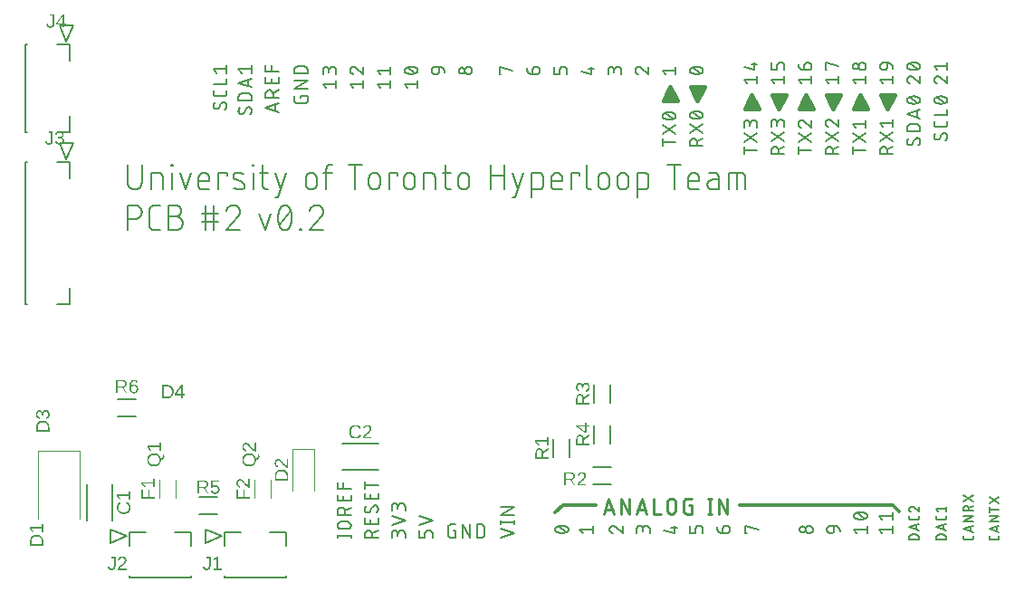
<source format=gbr>
G04 EAGLE Gerber RS-274X export*
G75*
%MOMM*%
%FSLAX34Y34*%
%LPD*%
%INSilkscreen Top*%
%IPPOS*%
%AMOC8*
5,1,8,0,0,1.08239X$1,22.5*%
G01*
G04 Define Apertures*
%ADD10C,0.203200*%
%ADD11C,0.304800*%
%ADD12C,0.406400*%
%ADD13C,0.254000*%
%ADD14C,0.177800*%
%ADD15C,0.152400*%
%ADD16C,0.127000*%
%ADD17C,0.120000*%
G36*
X23560Y40343D02*
X23548Y40783D01*
X23512Y41210D01*
X23453Y41624D01*
X23370Y42024D01*
X23262Y42412D01*
X23131Y42786D01*
X22977Y43148D01*
X22798Y43496D01*
X22597Y43828D01*
X22375Y44140D01*
X22132Y44433D01*
X21869Y44707D01*
X21584Y44961D01*
X21278Y45195D01*
X20952Y45411D01*
X20604Y45606D01*
X20239Y45781D01*
X19858Y45932D01*
X19463Y46060D01*
X19053Y46165D01*
X18628Y46246D01*
X18187Y46304D01*
X17733Y46339D01*
X17263Y46351D01*
X16905Y46344D01*
X16559Y46324D01*
X16222Y46291D01*
X15896Y46244D01*
X15580Y46185D01*
X15275Y46111D01*
X14980Y46025D01*
X14695Y45925D01*
X14421Y45812D01*
X14157Y45686D01*
X13904Y45546D01*
X13660Y45393D01*
X13428Y45226D01*
X13205Y45047D01*
X12993Y44854D01*
X12791Y44647D01*
X12601Y44429D01*
X12423Y44199D01*
X12257Y43958D01*
X12104Y43706D01*
X11962Y43443D01*
X11833Y43168D01*
X11717Y42883D01*
X11612Y42586D01*
X11520Y42278D01*
X11440Y41959D01*
X11373Y41628D01*
X11318Y41287D01*
X11275Y40934D01*
X11244Y40570D01*
X11225Y40195D01*
X11219Y39808D01*
X11219Y35727D01*
X23560Y35727D01*
X23560Y40343D01*
G37*
%LPC*%
G36*
X12559Y37400D02*
X12559Y39773D01*
X12578Y40351D01*
X12635Y40894D01*
X12729Y41402D01*
X12860Y41874D01*
X13030Y42312D01*
X13237Y42714D01*
X13481Y43081D01*
X13764Y43412D01*
X14082Y43707D01*
X14434Y43962D01*
X14820Y44178D01*
X15241Y44355D01*
X15695Y44493D01*
X16183Y44591D01*
X16706Y44650D01*
X17263Y44669D01*
X17637Y44661D01*
X17999Y44635D01*
X18349Y44592D01*
X18686Y44531D01*
X19010Y44454D01*
X19322Y44359D01*
X19621Y44247D01*
X19908Y44118D01*
X20180Y43972D01*
X20435Y43812D01*
X20675Y43637D01*
X20897Y43446D01*
X21104Y43241D01*
X21294Y43021D01*
X21467Y42786D01*
X21624Y42537D01*
X21764Y42274D01*
X21885Y42002D01*
X21987Y41719D01*
X22071Y41425D01*
X22136Y41122D01*
X22183Y40808D01*
X22211Y40484D01*
X22220Y40150D01*
X22220Y37400D01*
X12559Y37400D01*
G37*
%LPD*%
G36*
X23560Y56293D02*
X22220Y56293D01*
X22220Y53289D01*
X11219Y53289D01*
X11219Y51835D01*
X13225Y48918D01*
X14714Y48918D01*
X12726Y51704D01*
X22220Y51704D01*
X22220Y48559D01*
X23560Y48559D01*
X23560Y56293D01*
G37*
G36*
X252516Y101303D02*
X252504Y101743D01*
X252468Y102170D01*
X252409Y102584D01*
X252326Y102984D01*
X252218Y103372D01*
X252087Y103746D01*
X251933Y104108D01*
X251754Y104456D01*
X251553Y104788D01*
X251331Y105100D01*
X251088Y105393D01*
X250825Y105667D01*
X250540Y105921D01*
X250234Y106155D01*
X249908Y106371D01*
X249560Y106566D01*
X249195Y106741D01*
X248814Y106892D01*
X248419Y107020D01*
X248009Y107125D01*
X247584Y107206D01*
X247143Y107264D01*
X246689Y107299D01*
X246219Y107311D01*
X245861Y107304D01*
X245515Y107284D01*
X245178Y107251D01*
X244852Y107204D01*
X244536Y107145D01*
X244231Y107071D01*
X243936Y106985D01*
X243651Y106885D01*
X243377Y106772D01*
X243113Y106646D01*
X242860Y106506D01*
X242616Y106353D01*
X242384Y106186D01*
X242161Y106007D01*
X241949Y105814D01*
X241747Y105607D01*
X241557Y105389D01*
X241379Y105159D01*
X241213Y104918D01*
X241060Y104666D01*
X240918Y104403D01*
X240789Y104128D01*
X240673Y103843D01*
X240568Y103546D01*
X240476Y103238D01*
X240396Y102919D01*
X240329Y102588D01*
X240274Y102247D01*
X240231Y101894D01*
X240200Y101530D01*
X240181Y101155D01*
X240175Y100768D01*
X240175Y96687D01*
X252516Y96687D01*
X252516Y101303D01*
G37*
%LPC*%
G36*
X241515Y98360D02*
X241515Y100733D01*
X241534Y101311D01*
X241591Y101854D01*
X241685Y102362D01*
X241816Y102834D01*
X241986Y103272D01*
X242193Y103674D01*
X242437Y104041D01*
X242720Y104372D01*
X243038Y104667D01*
X243390Y104922D01*
X243776Y105138D01*
X244197Y105315D01*
X244651Y105453D01*
X245139Y105551D01*
X245662Y105610D01*
X246219Y105629D01*
X246593Y105621D01*
X246955Y105595D01*
X247305Y105552D01*
X247642Y105491D01*
X247966Y105414D01*
X248278Y105319D01*
X248577Y105207D01*
X248864Y105078D01*
X249136Y104932D01*
X249391Y104772D01*
X249631Y104597D01*
X249853Y104406D01*
X250060Y104201D01*
X250250Y103981D01*
X250423Y103746D01*
X250580Y103497D01*
X250720Y103234D01*
X250841Y102962D01*
X250943Y102679D01*
X251027Y102385D01*
X251092Y102082D01*
X251139Y101768D01*
X251167Y101444D01*
X251176Y101110D01*
X251176Y98360D01*
X241515Y98360D01*
G37*
%LPD*%
G36*
X252516Y117227D02*
X251176Y117227D01*
X251176Y110789D01*
X250866Y110941D01*
X250551Y111135D01*
X250229Y111371D01*
X249902Y111648D01*
X249561Y111971D01*
X249200Y112346D01*
X248819Y112772D01*
X248417Y113250D01*
X247721Y114092D01*
X247123Y114785D01*
X246622Y115331D01*
X246219Y115729D01*
X245864Y116033D01*
X245509Y116297D01*
X245154Y116521D01*
X244800Y116706D01*
X244444Y116849D01*
X244088Y116952D01*
X243731Y117014D01*
X243372Y117034D01*
X242979Y117018D01*
X242608Y116971D01*
X242261Y116893D01*
X241937Y116783D01*
X241636Y116642D01*
X241358Y116470D01*
X241103Y116266D01*
X240872Y116031D01*
X240665Y115767D01*
X240486Y115476D01*
X240335Y115158D01*
X240211Y114813D01*
X240115Y114441D01*
X240046Y114042D01*
X240005Y113616D01*
X239991Y113163D01*
X240005Y112748D01*
X240046Y112352D01*
X240114Y111975D01*
X240210Y111618D01*
X240333Y111280D01*
X240484Y110961D01*
X240662Y110662D01*
X240867Y110382D01*
X241096Y110126D01*
X241343Y109898D01*
X241609Y109698D01*
X241894Y109527D01*
X242198Y109384D01*
X242521Y109269D01*
X242863Y109183D01*
X243223Y109125D01*
X243372Y110737D01*
X243132Y110774D01*
X242905Y110827D01*
X242692Y110898D01*
X242493Y110985D01*
X242308Y111089D01*
X242136Y111210D01*
X241979Y111348D01*
X241835Y111503D01*
X241707Y111672D01*
X241595Y111851D01*
X241501Y112042D01*
X241424Y112244D01*
X241365Y112457D01*
X241322Y112681D01*
X241296Y112917D01*
X241288Y113163D01*
X241296Y113420D01*
X241323Y113664D01*
X241366Y113892D01*
X241428Y114107D01*
X241507Y114306D01*
X241603Y114491D01*
X241717Y114662D01*
X241848Y114818D01*
X241995Y114958D01*
X242157Y115079D01*
X242333Y115181D01*
X242523Y115265D01*
X242727Y115330D01*
X242945Y115377D01*
X243178Y115404D01*
X243425Y115414D01*
X243791Y115392D01*
X244138Y115327D01*
X244466Y115219D01*
X244773Y115068D01*
X245068Y114881D01*
X245356Y114668D01*
X245637Y114428D01*
X245912Y114161D01*
X246455Y113567D01*
X246998Y112904D01*
X247564Y112205D01*
X248176Y111499D01*
X248503Y111148D01*
X248848Y110806D01*
X249212Y110471D01*
X249595Y110145D01*
X250002Y109836D01*
X250439Y109551D01*
X250906Y109291D01*
X251404Y109055D01*
X252516Y109055D01*
X252516Y117227D01*
G37*
G36*
X29210Y147057D02*
X29198Y147497D01*
X29162Y147924D01*
X29103Y148338D01*
X29020Y148739D01*
X28912Y149126D01*
X28781Y149501D01*
X28627Y149862D01*
X28448Y150210D01*
X28247Y150542D01*
X28025Y150855D01*
X27782Y151148D01*
X27519Y151421D01*
X27234Y151675D01*
X26928Y151910D01*
X26602Y152125D01*
X26254Y152321D01*
X25889Y152496D01*
X25508Y152647D01*
X25113Y152775D01*
X24703Y152879D01*
X24278Y152961D01*
X23837Y153019D01*
X23383Y153054D01*
X22913Y153066D01*
X22555Y153059D01*
X22209Y153039D01*
X21872Y153006D01*
X21546Y152959D01*
X21230Y152899D01*
X20925Y152826D01*
X20630Y152739D01*
X20345Y152640D01*
X20071Y152527D01*
X19807Y152400D01*
X19554Y152260D01*
X19310Y152107D01*
X19078Y151941D01*
X18855Y151761D01*
X18643Y151568D01*
X18441Y151362D01*
X18251Y151143D01*
X18073Y150914D01*
X17907Y150673D01*
X17754Y150421D01*
X17612Y150157D01*
X17483Y149883D01*
X17367Y149597D01*
X17262Y149300D01*
X17170Y148992D01*
X17090Y148673D01*
X17023Y148343D01*
X16968Y148001D01*
X16925Y147648D01*
X16894Y147284D01*
X16875Y146909D01*
X16869Y146523D01*
X16869Y142441D01*
X29210Y142441D01*
X29210Y147057D01*
G37*
%LPC*%
G36*
X18209Y144114D02*
X18209Y146488D01*
X18228Y147066D01*
X18285Y147609D01*
X18379Y148116D01*
X18510Y148589D01*
X18680Y149026D01*
X18887Y149428D01*
X19131Y149795D01*
X19414Y150127D01*
X19732Y150422D01*
X20084Y150677D01*
X20470Y150893D01*
X20891Y151070D01*
X21345Y151207D01*
X21833Y151305D01*
X22356Y151364D01*
X22913Y151384D01*
X23287Y151375D01*
X23649Y151349D01*
X23999Y151306D01*
X24336Y151246D01*
X24660Y151168D01*
X24972Y151074D01*
X25271Y150961D01*
X25558Y150832D01*
X25830Y150687D01*
X26085Y150526D01*
X26325Y150351D01*
X26547Y150161D01*
X26754Y149956D01*
X26944Y149736D01*
X27117Y149501D01*
X27274Y149251D01*
X27414Y148989D01*
X27535Y148716D01*
X27637Y148433D01*
X27721Y148140D01*
X27786Y147836D01*
X27833Y147523D01*
X27861Y147199D01*
X27870Y146865D01*
X27870Y144114D01*
X18209Y144114D01*
G37*
%LPD*%
G36*
X26441Y154657D02*
X26816Y154752D01*
X27167Y154876D01*
X27492Y155027D01*
X27792Y155208D01*
X28067Y155416D01*
X28316Y155653D01*
X28540Y155918D01*
X28738Y156209D01*
X28910Y156523D01*
X29055Y156862D01*
X29174Y157224D01*
X29266Y157609D01*
X29332Y158019D01*
X29372Y158452D01*
X29385Y158909D01*
X29371Y159398D01*
X29327Y159858D01*
X29253Y160289D01*
X29151Y160691D01*
X29019Y161064D01*
X28858Y161408D01*
X28668Y161723D01*
X28448Y162009D01*
X28202Y162264D01*
X27931Y162484D01*
X27637Y162671D01*
X27318Y162824D01*
X26976Y162942D01*
X26609Y163027D01*
X26218Y163078D01*
X25803Y163095D01*
X25514Y163083D01*
X25237Y163047D01*
X24973Y162987D01*
X24721Y162903D01*
X24482Y162794D01*
X24256Y162662D01*
X24042Y162505D01*
X23841Y162324D01*
X23656Y162122D01*
X23491Y161901D01*
X23345Y161660D01*
X23219Y161400D01*
X23113Y161122D01*
X23026Y160823D01*
X22960Y160506D01*
X22913Y160170D01*
X22878Y160170D01*
X22804Y160476D01*
X22716Y160763D01*
X22613Y161031D01*
X22496Y161281D01*
X22363Y161512D01*
X22215Y161724D01*
X22052Y161918D01*
X21875Y162092D01*
X21683Y162247D01*
X21477Y162382D01*
X21257Y162495D01*
X21024Y162588D01*
X20777Y162661D01*
X20516Y162712D01*
X20241Y162743D01*
X19952Y162754D01*
X19577Y162738D01*
X19224Y162689D01*
X18892Y162609D01*
X18580Y162496D01*
X18291Y162352D01*
X18022Y162175D01*
X17774Y161966D01*
X17548Y161725D01*
X17346Y161454D01*
X17171Y161158D01*
X17022Y160836D01*
X16901Y160488D01*
X16807Y160115D01*
X16739Y159715D01*
X16699Y159290D01*
X16685Y158839D01*
X16699Y158423D01*
X16738Y158028D01*
X16805Y157651D01*
X16898Y157294D01*
X17017Y156956D01*
X17163Y156637D01*
X17336Y156338D01*
X17535Y156058D01*
X17758Y155801D01*
X18001Y155574D01*
X18266Y155374D01*
X18551Y155203D01*
X18857Y155060D01*
X19184Y154945D01*
X19531Y154859D01*
X19900Y154801D01*
X20022Y156386D01*
X19786Y156421D01*
X19564Y156472D01*
X19355Y156541D01*
X19160Y156626D01*
X18978Y156728D01*
X18810Y156847D01*
X18656Y156983D01*
X18516Y157135D01*
X18391Y157302D01*
X18282Y157482D01*
X18190Y157674D01*
X18115Y157878D01*
X18057Y158095D01*
X18015Y158325D01*
X17990Y158567D01*
X17982Y158821D01*
X17991Y159099D01*
X18017Y159359D01*
X18062Y159602D01*
X18125Y159827D01*
X18206Y160035D01*
X18304Y160224D01*
X18421Y160396D01*
X18555Y160551D01*
X18705Y160687D01*
X18868Y160806D01*
X19044Y160906D01*
X19233Y160988D01*
X19435Y161051D01*
X19650Y161097D01*
X19878Y161124D01*
X20119Y161133D01*
X20362Y161122D01*
X20591Y161089D01*
X20807Y161033D01*
X21009Y160955D01*
X21197Y160854D01*
X21373Y160732D01*
X21534Y160587D01*
X21682Y160419D01*
X21814Y160232D01*
X21929Y160026D01*
X22026Y159802D01*
X22106Y159560D01*
X22168Y159300D01*
X22212Y159021D01*
X22238Y158724D01*
X22247Y158409D01*
X22247Y157551D01*
X23613Y157551D01*
X23613Y158444D01*
X23622Y158799D01*
X23649Y159133D01*
X23693Y159445D01*
X23755Y159735D01*
X23834Y160004D01*
X23931Y160252D01*
X24046Y160478D01*
X24178Y160682D01*
X24326Y160864D01*
X24488Y161021D01*
X24664Y161155D01*
X24854Y161264D01*
X25057Y161348D01*
X25274Y161409D01*
X25506Y161445D01*
X25750Y161457D01*
X26031Y161447D01*
X26293Y161415D01*
X26537Y161362D01*
X26764Y161288D01*
X26973Y161192D01*
X27164Y161076D01*
X27338Y160938D01*
X27493Y160779D01*
X27631Y160601D01*
X27750Y160407D01*
X27851Y160197D01*
X27933Y159972D01*
X27998Y159730D01*
X28044Y159472D01*
X28071Y159198D01*
X28080Y158909D01*
X28072Y158620D01*
X28046Y158347D01*
X28003Y158091D01*
X27943Y157850D01*
X27866Y157626D01*
X27772Y157418D01*
X27661Y157226D01*
X27533Y157050D01*
X27387Y156890D01*
X27225Y156746D01*
X27045Y156618D01*
X26849Y156506D01*
X26635Y156410D01*
X26404Y156331D01*
X26156Y156267D01*
X25891Y156220D01*
X26039Y154591D01*
X26441Y154657D01*
G37*
G36*
X139877Y174002D02*
X140304Y174038D01*
X140718Y174097D01*
X141119Y174180D01*
X141506Y174288D01*
X141881Y174419D01*
X142242Y174573D01*
X142590Y174752D01*
X142922Y174953D01*
X143235Y175175D01*
X143528Y175418D01*
X143801Y175681D01*
X144055Y175966D01*
X144290Y176272D01*
X144505Y176598D01*
X144701Y176946D01*
X144876Y177311D01*
X145027Y177692D01*
X145155Y178087D01*
X145259Y178497D01*
X145341Y178922D01*
X145399Y179363D01*
X145434Y179818D01*
X145446Y180287D01*
X145439Y180645D01*
X145419Y180991D01*
X145386Y181328D01*
X145339Y181654D01*
X145279Y181970D01*
X145206Y182275D01*
X145119Y182570D01*
X145020Y182855D01*
X144907Y183129D01*
X144780Y183393D01*
X144640Y183646D01*
X144487Y183890D01*
X144321Y184122D01*
X144141Y184345D01*
X143948Y184557D01*
X143742Y184759D01*
X143523Y184949D01*
X143294Y185127D01*
X143053Y185293D01*
X142801Y185446D01*
X142537Y185588D01*
X142263Y185717D01*
X141977Y185833D01*
X141680Y185938D01*
X141372Y186030D01*
X141053Y186110D01*
X140723Y186177D01*
X140381Y186233D01*
X140028Y186276D01*
X139664Y186306D01*
X139289Y186325D01*
X138903Y186331D01*
X134821Y186331D01*
X134821Y173990D01*
X139437Y173990D01*
X139877Y174002D01*
G37*
%LPC*%
G36*
X136494Y175330D02*
X136494Y184991D01*
X138868Y184991D01*
X139446Y184972D01*
X139989Y184915D01*
X140496Y184821D01*
X140969Y184690D01*
X141406Y184520D01*
X141808Y184313D01*
X142175Y184069D01*
X142507Y183786D01*
X142802Y183468D01*
X143057Y183116D01*
X143273Y182730D01*
X143450Y182310D01*
X143587Y181855D01*
X143685Y181367D01*
X143744Y180844D01*
X143764Y180287D01*
X143755Y179913D01*
X143729Y179551D01*
X143686Y179201D01*
X143626Y178864D01*
X143548Y178540D01*
X143454Y178228D01*
X143341Y177929D01*
X143212Y177642D01*
X143067Y177370D01*
X142906Y177115D01*
X142731Y176875D01*
X142541Y176653D01*
X142336Y176446D01*
X142116Y176256D01*
X141881Y176083D01*
X141631Y175926D01*
X141369Y175786D01*
X141096Y175665D01*
X140813Y175563D01*
X140520Y175479D01*
X140216Y175414D01*
X139903Y175367D01*
X139579Y175339D01*
X139245Y175330D01*
X136494Y175330D01*
G37*
%LPD*%
G36*
X154004Y176784D02*
X155738Y176784D01*
X155738Y178028D01*
X154004Y178028D01*
X154004Y186331D01*
X152348Y186331D01*
X146699Y178010D01*
X146699Y176784D01*
X152515Y176784D01*
X152515Y173990D01*
X154004Y173990D01*
X154004Y176784D01*
G37*
%LPC*%
G36*
X148153Y178028D02*
X148293Y178203D01*
X148766Y178851D01*
X151928Y183511D01*
X152270Y184089D01*
X152515Y184553D01*
X152515Y178028D01*
X148153Y178028D01*
G37*
%LPD*%
G36*
X169480Y89825D02*
X173325Y89825D01*
X176530Y84701D01*
X178457Y84701D01*
X176445Y87754D01*
X174954Y90017D01*
X175297Y90090D01*
X175621Y90183D01*
X175926Y90299D01*
X176212Y90436D01*
X176368Y90528D01*
X176479Y90594D01*
X176727Y90775D01*
X176955Y90976D01*
X177165Y91200D01*
X177353Y91441D01*
X177516Y91696D01*
X177654Y91964D01*
X177766Y92246D01*
X177854Y92542D01*
X177917Y92852D01*
X177954Y93175D01*
X177967Y93512D01*
X177949Y93917D01*
X177896Y94298D01*
X177807Y94657D01*
X177683Y94993D01*
X177524Y95307D01*
X177329Y95597D01*
X177098Y95864D01*
X176833Y96109D01*
X176534Y96328D01*
X176206Y96517D01*
X175848Y96677D01*
X175461Y96809D01*
X175044Y96911D01*
X174597Y96983D01*
X174120Y97027D01*
X173614Y97042D01*
X167807Y97042D01*
X167807Y84701D01*
X169480Y84701D01*
X169480Y89825D01*
G37*
%LPC*%
G36*
X169480Y91147D02*
X169480Y95702D01*
X173447Y95702D01*
X173781Y95693D01*
X174095Y95666D01*
X174388Y95622D01*
X174661Y95561D01*
X174915Y95481D01*
X175148Y95384D01*
X175361Y95269D01*
X175554Y95137D01*
X175725Y94988D01*
X175874Y94822D01*
X175999Y94641D01*
X176102Y94444D01*
X176182Y94231D01*
X176239Y94001D01*
X176274Y93756D01*
X176285Y93495D01*
X176274Y93224D01*
X176240Y92969D01*
X176184Y92730D01*
X176104Y92506D01*
X176003Y92297D01*
X175879Y92104D01*
X175732Y91927D01*
X175563Y91765D01*
X175373Y91620D01*
X175164Y91495D01*
X174936Y91388D01*
X174690Y91302D01*
X174425Y91234D01*
X174141Y91186D01*
X173839Y91157D01*
X173517Y91147D01*
X169480Y91147D01*
G37*
%LPD*%
G36*
X184617Y84543D02*
X185089Y84596D01*
X185534Y84684D01*
X185950Y84806D01*
X186339Y84964D01*
X186699Y85156D01*
X187031Y85384D01*
X187335Y85647D01*
X187607Y85940D01*
X187843Y86259D01*
X188042Y86605D01*
X188206Y86976D01*
X188332Y87373D01*
X188423Y87797D01*
X188478Y88246D01*
X188496Y88721D01*
X188479Y89140D01*
X188428Y89539D01*
X188344Y89918D01*
X188225Y90276D01*
X188073Y90614D01*
X187887Y90932D01*
X187667Y91229D01*
X187414Y91506D01*
X187132Y91757D01*
X186827Y91974D01*
X186499Y92158D01*
X186147Y92308D01*
X185773Y92425D01*
X185375Y92508D01*
X184954Y92558D01*
X184511Y92575D01*
X184137Y92563D01*
X183780Y92526D01*
X183438Y92464D01*
X183111Y92378D01*
X182801Y92267D01*
X182505Y92132D01*
X182226Y91971D01*
X181962Y91787D01*
X182198Y95702D01*
X187777Y95702D01*
X187777Y97042D01*
X180762Y97042D01*
X180350Y90403D01*
X181892Y90403D01*
X182168Y90626D01*
X182443Y90814D01*
X182719Y90968D01*
X182995Y91086D01*
X183277Y91174D01*
X183569Y91237D01*
X183872Y91275D01*
X184186Y91287D01*
X184485Y91276D01*
X184768Y91243D01*
X185035Y91186D01*
X185287Y91108D01*
X185522Y91007D01*
X185742Y90883D01*
X185947Y90738D01*
X186135Y90569D01*
X186305Y90383D01*
X186451Y90182D01*
X186576Y89968D01*
X186677Y89739D01*
X186756Y89497D01*
X186813Y89241D01*
X186847Y88970D01*
X186858Y88686D01*
X186847Y88360D01*
X186813Y88052D01*
X186757Y87762D01*
X186678Y87490D01*
X186577Y87235D01*
X186454Y86999D01*
X186308Y86780D01*
X186140Y86580D01*
X185951Y86400D01*
X185746Y86244D01*
X185523Y86113D01*
X185283Y86005D01*
X185026Y85921D01*
X184752Y85861D01*
X184460Y85825D01*
X184151Y85813D01*
X183899Y85820D01*
X183659Y85842D01*
X183431Y85878D01*
X183216Y85928D01*
X183013Y85992D01*
X182822Y86071D01*
X182643Y86164D01*
X182476Y86271D01*
X182322Y86393D01*
X182180Y86528D01*
X182050Y86679D01*
X181933Y86843D01*
X181827Y87022D01*
X181734Y87215D01*
X181654Y87422D01*
X181585Y87644D01*
X179991Y87460D01*
X180073Y87114D01*
X180180Y86788D01*
X180311Y86484D01*
X180466Y86201D01*
X180646Y85939D01*
X180850Y85698D01*
X181078Y85478D01*
X181331Y85279D01*
X181607Y85103D01*
X181903Y84950D01*
X182220Y84820D01*
X182557Y84714D01*
X182916Y84632D01*
X183295Y84573D01*
X183695Y84538D01*
X184116Y84526D01*
X184617Y84543D01*
G37*
G36*
X93280Y183805D02*
X97125Y183805D01*
X100330Y178681D01*
X102257Y178681D01*
X100245Y181734D01*
X98754Y183997D01*
X99097Y184070D01*
X99421Y184163D01*
X99726Y184279D01*
X100012Y184416D01*
X100168Y184508D01*
X100279Y184574D01*
X100527Y184755D01*
X100755Y184956D01*
X100965Y185180D01*
X101153Y185421D01*
X101316Y185676D01*
X101454Y185944D01*
X101566Y186226D01*
X101654Y186522D01*
X101717Y186832D01*
X101754Y187155D01*
X101767Y187492D01*
X101749Y187897D01*
X101696Y188278D01*
X101607Y188637D01*
X101483Y188973D01*
X101324Y189287D01*
X101129Y189577D01*
X100898Y189844D01*
X100633Y190089D01*
X100334Y190308D01*
X100006Y190497D01*
X99648Y190657D01*
X99261Y190789D01*
X98844Y190891D01*
X98397Y190963D01*
X97920Y191007D01*
X97414Y191022D01*
X91607Y191022D01*
X91607Y178681D01*
X93280Y178681D01*
X93280Y183805D01*
G37*
%LPC*%
G36*
X93280Y185127D02*
X93280Y189682D01*
X97247Y189682D01*
X97581Y189673D01*
X97895Y189646D01*
X98188Y189602D01*
X98461Y189541D01*
X98715Y189461D01*
X98948Y189364D01*
X99161Y189249D01*
X99354Y189117D01*
X99525Y188968D01*
X99674Y188802D01*
X99799Y188621D01*
X99902Y188424D01*
X99982Y188211D01*
X100039Y187981D01*
X100074Y187736D01*
X100085Y187475D01*
X100074Y187204D01*
X100040Y186949D01*
X99984Y186710D01*
X99904Y186486D01*
X99803Y186277D01*
X99679Y186084D01*
X99532Y185907D01*
X99363Y185745D01*
X99173Y185600D01*
X98964Y185475D01*
X98736Y185368D01*
X98490Y185282D01*
X98225Y185214D01*
X97941Y185166D01*
X97639Y185137D01*
X97317Y185127D01*
X93280Y185127D01*
G37*
%LPD*%
G36*
X108729Y178524D02*
X109158Y178576D01*
X109561Y178665D01*
X109940Y178788D01*
X110293Y178947D01*
X110621Y179141D01*
X110923Y179371D01*
X111201Y179636D01*
X111449Y179931D01*
X111664Y180252D01*
X111847Y180599D01*
X111996Y180971D01*
X112112Y181370D01*
X112194Y181794D01*
X112244Y182243D01*
X112261Y182719D01*
X112245Y183158D01*
X112198Y183575D01*
X112120Y183968D01*
X112010Y184339D01*
X111869Y184687D01*
X111697Y185011D01*
X111493Y185313D01*
X111258Y185591D01*
X110996Y185842D01*
X110712Y186059D01*
X110406Y186243D01*
X110079Y186393D01*
X109729Y186510D01*
X109357Y186593D01*
X108963Y186643D01*
X108547Y186660D01*
X108299Y186654D01*
X108058Y186634D01*
X107824Y186602D01*
X107597Y186556D01*
X107164Y186426D01*
X106760Y186244D01*
X106392Y186012D01*
X106068Y185733D01*
X105788Y185406D01*
X105552Y185031D01*
X105563Y185609D01*
X105598Y186152D01*
X105656Y186659D01*
X105737Y187132D01*
X105841Y187569D01*
X105968Y187971D01*
X106118Y188338D01*
X106292Y188670D01*
X106486Y188965D01*
X106700Y189220D01*
X106932Y189436D01*
X107184Y189613D01*
X107455Y189750D01*
X107744Y189848D01*
X108053Y189907D01*
X108381Y189927D01*
X108755Y189903D01*
X109096Y189833D01*
X109401Y189715D01*
X109672Y189550D01*
X109909Y189339D01*
X110111Y189080D01*
X110279Y188774D01*
X110413Y188421D01*
X111919Y188692D01*
X111820Y188996D01*
X111705Y189281D01*
X111574Y189546D01*
X111426Y189792D01*
X111263Y190018D01*
X111083Y190224D01*
X110887Y190410D01*
X110675Y190577D01*
X110447Y190725D01*
X110203Y190852D01*
X109942Y190960D01*
X109666Y191049D01*
X109373Y191117D01*
X109064Y191166D01*
X108739Y191196D01*
X108398Y191206D01*
X108137Y191199D01*
X107883Y191179D01*
X107637Y191145D01*
X107399Y191098D01*
X107168Y191038D01*
X106945Y190964D01*
X106522Y190777D01*
X106128Y190535D01*
X105766Y190240D01*
X105433Y189891D01*
X105131Y189489D01*
X104862Y189037D01*
X104629Y188538D01*
X104432Y187992D01*
X104271Y187400D01*
X104145Y186762D01*
X104056Y186076D01*
X104002Y185345D01*
X103984Y184567D01*
X104001Y183849D01*
X104053Y183175D01*
X104139Y182545D01*
X104260Y181959D01*
X104415Y181417D01*
X104605Y180919D01*
X104829Y180466D01*
X105087Y180056D01*
X105379Y179693D01*
X105700Y179378D01*
X106053Y179111D01*
X106436Y178893D01*
X106850Y178724D01*
X107295Y178603D01*
X107770Y178530D01*
X108019Y178512D01*
X108275Y178506D01*
X108729Y178524D01*
G37*
%LPC*%
G36*
X107953Y179790D02*
X107696Y179833D01*
X107451Y179904D01*
X107219Y180004D01*
X106999Y180132D01*
X106792Y180288D01*
X106597Y180473D01*
X106414Y180687D01*
X106249Y180923D01*
X106106Y181174D01*
X105985Y181443D01*
X105885Y181727D01*
X105808Y182027D01*
X105753Y182344D01*
X105720Y182676D01*
X105709Y183025D01*
X105720Y183300D01*
X105752Y183560D01*
X105805Y183804D01*
X105879Y184034D01*
X105974Y184248D01*
X106091Y184447D01*
X106229Y184630D01*
X106388Y184799D01*
X106564Y184950D01*
X106754Y185080D01*
X106957Y185191D01*
X107173Y185282D01*
X107402Y185352D01*
X107645Y185402D01*
X107901Y185433D01*
X108170Y185443D01*
X108456Y185431D01*
X108725Y185397D01*
X108978Y185340D01*
X109215Y185261D01*
X109436Y185159D01*
X109640Y185034D01*
X109829Y184886D01*
X110001Y184716D01*
X110155Y184524D01*
X110288Y184314D01*
X110401Y184084D01*
X110494Y183835D01*
X110565Y183567D01*
X110617Y183280D01*
X110648Y182974D01*
X110658Y182649D01*
X110648Y182323D01*
X110617Y182014D01*
X110567Y181724D01*
X110496Y181452D01*
X110405Y181198D01*
X110293Y180961D01*
X110162Y180743D01*
X110010Y180542D01*
X109840Y180363D01*
X109655Y180207D01*
X109455Y180075D01*
X109239Y179967D01*
X109008Y179884D01*
X108762Y179824D01*
X108500Y179788D01*
X108223Y179776D01*
X107953Y179790D01*
G37*
%LPD*%
G36*
X127881Y81578D02*
X122880Y81578D01*
X122880Y88462D01*
X121496Y88462D01*
X121496Y81578D01*
X116907Y81578D01*
X116907Y88673D01*
X115540Y88673D01*
X115540Y79905D01*
X127881Y79905D01*
X127881Y81578D01*
G37*
G36*
X127881Y98472D02*
X126541Y98472D01*
X126541Y95467D01*
X115540Y95467D01*
X115540Y94013D01*
X117546Y91097D01*
X119035Y91097D01*
X117047Y93882D01*
X126541Y93882D01*
X126541Y90738D01*
X127881Y90738D01*
X127881Y98472D01*
G37*
G36*
X216781Y81578D02*
X211780Y81578D01*
X211780Y88462D01*
X210396Y88462D01*
X210396Y81578D01*
X205807Y81578D01*
X205807Y88673D01*
X204440Y88673D01*
X204440Y79905D01*
X216781Y79905D01*
X216781Y81578D01*
G37*
G36*
X216781Y98445D02*
X215441Y98445D01*
X215441Y92008D01*
X215131Y92160D01*
X214816Y92354D01*
X214494Y92589D01*
X214167Y92866D01*
X213826Y93190D01*
X213465Y93565D01*
X213084Y93991D01*
X212682Y94469D01*
X211986Y95310D01*
X211388Y96004D01*
X210887Y96550D01*
X210484Y96948D01*
X210129Y97252D01*
X209774Y97516D01*
X209419Y97740D01*
X209065Y97924D01*
X208709Y98068D01*
X208353Y98170D01*
X207996Y98232D01*
X207637Y98253D01*
X207244Y98237D01*
X206873Y98190D01*
X206526Y98112D01*
X206202Y98002D01*
X205901Y97861D01*
X205623Y97688D01*
X205368Y97485D01*
X205137Y97250D01*
X204930Y96986D01*
X204751Y96694D01*
X204600Y96376D01*
X204476Y96031D01*
X204380Y95659D01*
X204311Y95260D01*
X204270Y94834D01*
X204256Y94381D01*
X204270Y93966D01*
X204311Y93570D01*
X204379Y93194D01*
X204475Y92837D01*
X204598Y92499D01*
X204749Y92180D01*
X204927Y91881D01*
X205132Y91600D01*
X205361Y91344D01*
X205608Y91116D01*
X205874Y90917D01*
X206159Y90745D01*
X206463Y90602D01*
X206786Y90488D01*
X207128Y90402D01*
X207488Y90344D01*
X207637Y91955D01*
X207397Y91992D01*
X207170Y92046D01*
X206957Y92116D01*
X206758Y92204D01*
X206573Y92308D01*
X206401Y92429D01*
X206244Y92567D01*
X206100Y92722D01*
X205972Y92890D01*
X205860Y93070D01*
X205766Y93261D01*
X205689Y93463D01*
X205630Y93676D01*
X205587Y93900D01*
X205561Y94135D01*
X205553Y94381D01*
X205561Y94639D01*
X205588Y94882D01*
X205631Y95111D01*
X205693Y95325D01*
X205772Y95525D01*
X205868Y95710D01*
X205982Y95881D01*
X206113Y96037D01*
X206260Y96176D01*
X206422Y96297D01*
X206598Y96400D01*
X206788Y96483D01*
X206992Y96549D01*
X207210Y96595D01*
X207443Y96623D01*
X207690Y96632D01*
X208056Y96611D01*
X208403Y96546D01*
X208731Y96438D01*
X209038Y96286D01*
X209333Y96100D01*
X209621Y95887D01*
X209902Y95647D01*
X210177Y95380D01*
X210720Y94785D01*
X211263Y94123D01*
X211829Y93423D01*
X212441Y92717D01*
X212768Y92367D01*
X213113Y92024D01*
X213477Y91690D01*
X213860Y91364D01*
X214267Y91054D01*
X214704Y90770D01*
X215171Y90509D01*
X215669Y90274D01*
X216781Y90274D01*
X216781Y98445D01*
G37*
G36*
X190381Y14720D02*
X187377Y14720D01*
X187377Y25721D01*
X185923Y25721D01*
X183006Y23715D01*
X183006Y22226D01*
X185791Y24214D01*
X185791Y14720D01*
X182647Y14720D01*
X182647Y13380D01*
X190381Y13380D01*
X190381Y14720D01*
G37*
G36*
X176726Y13221D02*
X177115Y13269D01*
X177481Y13350D01*
X177826Y13462D01*
X178147Y13607D01*
X178446Y13784D01*
X178723Y13993D01*
X178977Y14234D01*
X179205Y14503D01*
X179403Y14796D01*
X179570Y15114D01*
X179706Y15455D01*
X179813Y15820D01*
X179889Y16209D01*
X179934Y16622D01*
X179949Y17059D01*
X179949Y25721D01*
X175912Y25721D01*
X175912Y24354D01*
X178285Y24354D01*
X178285Y17024D01*
X178277Y16730D01*
X178252Y16456D01*
X178211Y16199D01*
X178154Y15960D01*
X178080Y15740D01*
X177990Y15538D01*
X177883Y15354D01*
X177760Y15189D01*
X177622Y15042D01*
X177473Y14915D01*
X177311Y14807D01*
X177138Y14719D01*
X176952Y14650D01*
X176755Y14602D01*
X176545Y14572D01*
X176323Y14562D01*
X176120Y14571D01*
X175925Y14598D01*
X175739Y14642D01*
X175561Y14705D01*
X175393Y14785D01*
X175233Y14883D01*
X175082Y14998D01*
X174940Y15132D01*
X174808Y15281D01*
X174688Y15444D01*
X174581Y15622D01*
X174486Y15813D01*
X174404Y16018D01*
X174334Y16237D01*
X174276Y16470D01*
X174230Y16717D01*
X172592Y16445D01*
X172676Y16053D01*
X172779Y15686D01*
X172902Y15344D01*
X173045Y15028D01*
X173208Y14737D01*
X173391Y14471D01*
X173594Y14230D01*
X173816Y14015D01*
X174059Y13825D01*
X174321Y13661D01*
X174604Y13521D01*
X174906Y13407D01*
X175228Y13319D01*
X175571Y13255D01*
X175933Y13218D01*
X176315Y13205D01*
X176726Y13221D01*
G37*
G36*
X101455Y14720D02*
X95017Y14720D01*
X95169Y15030D01*
X95363Y15345D01*
X95598Y15667D01*
X95875Y15994D01*
X96199Y16335D01*
X96574Y16696D01*
X97000Y17077D01*
X97478Y17479D01*
X98320Y18175D01*
X99013Y18773D01*
X99559Y19274D01*
X99957Y19677D01*
X100261Y20032D01*
X100525Y20387D01*
X100749Y20742D01*
X100933Y21096D01*
X101077Y21452D01*
X101180Y21808D01*
X101241Y22165D01*
X101262Y22524D01*
X101246Y22917D01*
X101199Y23288D01*
X101121Y23635D01*
X101011Y23959D01*
X100870Y24260D01*
X100698Y24538D01*
X100494Y24793D01*
X100259Y25024D01*
X99995Y25231D01*
X99704Y25410D01*
X99386Y25561D01*
X99041Y25685D01*
X98668Y25781D01*
X98270Y25850D01*
X97844Y25891D01*
X97391Y25905D01*
X96975Y25891D01*
X96580Y25850D01*
X96203Y25782D01*
X95846Y25686D01*
X95508Y25563D01*
X95189Y25412D01*
X94890Y25234D01*
X94610Y25029D01*
X94354Y24800D01*
X94126Y24553D01*
X93926Y24287D01*
X93755Y24002D01*
X93612Y23698D01*
X93497Y23375D01*
X93411Y23033D01*
X93353Y22673D01*
X94965Y22524D01*
X95001Y22764D01*
X95055Y22991D01*
X95126Y23204D01*
X95213Y23403D01*
X95317Y23588D01*
X95438Y23760D01*
X95576Y23917D01*
X95731Y24061D01*
X95900Y24189D01*
X96079Y24301D01*
X96270Y24395D01*
X96472Y24472D01*
X96685Y24531D01*
X96909Y24574D01*
X97144Y24600D01*
X97391Y24608D01*
X97648Y24600D01*
X97892Y24573D01*
X98120Y24530D01*
X98334Y24468D01*
X98534Y24389D01*
X98719Y24293D01*
X98890Y24179D01*
X99046Y24048D01*
X99186Y23901D01*
X99307Y23739D01*
X99409Y23563D01*
X99493Y23373D01*
X99558Y23169D01*
X99604Y22951D01*
X99632Y22718D01*
X99642Y22471D01*
X99620Y22105D01*
X99555Y21758D01*
X99447Y21430D01*
X99296Y21123D01*
X99109Y20828D01*
X98896Y20540D01*
X98656Y20259D01*
X98389Y19984D01*
X97795Y19441D01*
X97132Y18898D01*
X96433Y18332D01*
X95727Y17720D01*
X95376Y17393D01*
X95033Y17048D01*
X94699Y16684D01*
X94373Y16301D01*
X94064Y15894D01*
X93779Y15457D01*
X93519Y14990D01*
X93283Y14492D01*
X93283Y13380D01*
X101455Y13380D01*
X101455Y14720D01*
G37*
G36*
X87826Y13221D02*
X88215Y13269D01*
X88581Y13350D01*
X88926Y13462D01*
X89247Y13607D01*
X89546Y13784D01*
X89823Y13993D01*
X90077Y14234D01*
X90305Y14503D01*
X90503Y14796D01*
X90670Y15114D01*
X90806Y15455D01*
X90913Y15820D01*
X90989Y16209D01*
X91034Y16622D01*
X91049Y17059D01*
X91049Y25721D01*
X87012Y25721D01*
X87012Y24354D01*
X89385Y24354D01*
X89385Y17024D01*
X89377Y16730D01*
X89352Y16456D01*
X89311Y16199D01*
X89254Y15960D01*
X89180Y15740D01*
X89090Y15538D01*
X88983Y15354D01*
X88860Y15189D01*
X88722Y15042D01*
X88573Y14915D01*
X88411Y14807D01*
X88238Y14719D01*
X88052Y14650D01*
X87855Y14602D01*
X87645Y14572D01*
X87423Y14562D01*
X87220Y14571D01*
X87025Y14598D01*
X86839Y14642D01*
X86661Y14705D01*
X86493Y14785D01*
X86333Y14883D01*
X86182Y14998D01*
X86040Y15132D01*
X85908Y15281D01*
X85788Y15444D01*
X85681Y15622D01*
X85586Y15813D01*
X85504Y16018D01*
X85434Y16237D01*
X85376Y16470D01*
X85330Y16717D01*
X83692Y16445D01*
X83776Y16053D01*
X83879Y15686D01*
X84002Y15344D01*
X84145Y15028D01*
X84308Y14737D01*
X84491Y14471D01*
X84694Y14230D01*
X84916Y14015D01*
X85159Y13825D01*
X85421Y13661D01*
X85704Y13521D01*
X86006Y13407D01*
X86328Y13319D01*
X86671Y13255D01*
X87033Y13218D01*
X87415Y13205D01*
X87826Y13221D01*
G37*
G36*
X39375Y411118D02*
X39835Y411161D01*
X40266Y411235D01*
X40668Y411337D01*
X41041Y411469D01*
X41385Y411630D01*
X41700Y411820D01*
X41986Y412040D01*
X42241Y412286D01*
X42461Y412557D01*
X42648Y412851D01*
X42801Y413170D01*
X42919Y413513D01*
X43004Y413879D01*
X43055Y414270D01*
X43072Y414685D01*
X43060Y414974D01*
X43024Y415251D01*
X42964Y415515D01*
X42879Y415767D01*
X42771Y416006D01*
X42639Y416232D01*
X42482Y416446D01*
X42301Y416647D01*
X42099Y416832D01*
X41878Y416997D01*
X41637Y417143D01*
X41377Y417269D01*
X41098Y417375D01*
X40800Y417462D01*
X40483Y417528D01*
X40147Y417575D01*
X40147Y417610D01*
X40453Y417684D01*
X40740Y417772D01*
X41008Y417875D01*
X41258Y417993D01*
X41489Y418125D01*
X41701Y418273D01*
X41895Y418436D01*
X42069Y418613D01*
X42224Y418805D01*
X42359Y419011D01*
X42472Y419231D01*
X42565Y419464D01*
X42638Y419711D01*
X42689Y419972D01*
X42720Y420247D01*
X42731Y420536D01*
X42714Y420911D01*
X42666Y421264D01*
X42586Y421596D01*
X42473Y421908D01*
X42329Y422198D01*
X42152Y422466D01*
X41943Y422714D01*
X41701Y422940D01*
X41431Y423142D01*
X41135Y423317D01*
X40813Y423466D01*
X40465Y423587D01*
X40092Y423681D01*
X39692Y423749D01*
X39267Y423789D01*
X38815Y423803D01*
X38400Y423789D01*
X38005Y423750D01*
X37628Y423683D01*
X37271Y423590D01*
X36933Y423471D01*
X36614Y423325D01*
X36315Y423152D01*
X36035Y422953D01*
X35778Y422730D01*
X35550Y422487D01*
X35351Y422222D01*
X35180Y421937D01*
X35037Y421631D01*
X34922Y421304D01*
X34836Y420957D01*
X34778Y420588D01*
X36363Y420466D01*
X36398Y420702D01*
X36449Y420924D01*
X36518Y421133D01*
X36603Y421328D01*
X36705Y421510D01*
X36824Y421678D01*
X36959Y421832D01*
X37112Y421972D01*
X37279Y422097D01*
X37459Y422206D01*
X37651Y422298D01*
X37855Y422373D01*
X38072Y422431D01*
X38302Y422473D01*
X38544Y422498D01*
X38798Y422506D01*
X39076Y422497D01*
X39336Y422471D01*
X39579Y422426D01*
X39804Y422363D01*
X40012Y422282D01*
X40201Y422184D01*
X40373Y422067D01*
X40528Y421933D01*
X40664Y421783D01*
X40783Y421620D01*
X40883Y421444D01*
X40965Y421255D01*
X41028Y421053D01*
X41074Y420838D01*
X41101Y420610D01*
X41110Y420369D01*
X41099Y420127D01*
X41066Y419897D01*
X41010Y419681D01*
X40932Y419479D01*
X40831Y419291D01*
X40709Y419116D01*
X40564Y418954D01*
X40396Y418806D01*
X40209Y418674D01*
X40003Y418559D01*
X39779Y418462D01*
X39537Y418382D01*
X39277Y418320D01*
X38998Y418276D01*
X38701Y418250D01*
X38386Y418241D01*
X37528Y418241D01*
X37528Y416875D01*
X38421Y416875D01*
X38776Y416866D01*
X39110Y416839D01*
X39422Y416795D01*
X39712Y416733D01*
X39981Y416654D01*
X40229Y416557D01*
X40455Y416442D01*
X40659Y416310D01*
X40841Y416162D01*
X40998Y416000D01*
X41132Y415824D01*
X41241Y415634D01*
X41325Y415431D01*
X41386Y415214D01*
X41422Y414983D01*
X41434Y414738D01*
X41424Y414457D01*
X41392Y414195D01*
X41339Y413951D01*
X41265Y413724D01*
X41169Y413515D01*
X41052Y413324D01*
X40915Y413150D01*
X40756Y412995D01*
X40578Y412857D01*
X40384Y412738D01*
X40174Y412637D01*
X39949Y412555D01*
X39707Y412490D01*
X39449Y412445D01*
X39175Y412417D01*
X38886Y412408D01*
X38597Y412416D01*
X38324Y412442D01*
X38068Y412485D01*
X37827Y412545D01*
X37603Y412622D01*
X37395Y412716D01*
X37203Y412827D01*
X37027Y412955D01*
X36867Y413101D01*
X36723Y413263D01*
X36595Y413443D01*
X36483Y413640D01*
X36387Y413853D01*
X36308Y414084D01*
X36244Y414332D01*
X36197Y414597D01*
X34568Y414449D01*
X34634Y414047D01*
X34729Y413672D01*
X34853Y413321D01*
X35004Y412996D01*
X35184Y412696D01*
X35393Y412421D01*
X35630Y412172D01*
X35895Y411948D01*
X36186Y411750D01*
X36500Y411578D01*
X36839Y411433D01*
X37201Y411314D01*
X37586Y411222D01*
X37996Y411156D01*
X38429Y411116D01*
X38886Y411103D01*
X39375Y411118D01*
G37*
G36*
X29330Y411119D02*
X29719Y411167D01*
X30085Y411248D01*
X30429Y411360D01*
X30751Y411505D01*
X31050Y411682D01*
X31327Y411891D01*
X31581Y412132D01*
X31809Y412401D01*
X32006Y412694D01*
X32173Y413012D01*
X32310Y413353D01*
X32416Y413718D01*
X32492Y414107D01*
X32538Y414520D01*
X32553Y414957D01*
X32553Y423619D01*
X28515Y423619D01*
X28515Y422252D01*
X30889Y422252D01*
X30889Y414922D01*
X30881Y414628D01*
X30856Y414354D01*
X30815Y414097D01*
X30758Y413858D01*
X30684Y413638D01*
X30593Y413436D01*
X30487Y413252D01*
X30364Y413087D01*
X30226Y412940D01*
X30077Y412813D01*
X29915Y412705D01*
X29742Y412617D01*
X29556Y412548D01*
X29358Y412500D01*
X29149Y412470D01*
X28927Y412460D01*
X28723Y412469D01*
X28529Y412496D01*
X28342Y412540D01*
X28165Y412603D01*
X27997Y412683D01*
X27837Y412781D01*
X27686Y412896D01*
X27543Y413030D01*
X27411Y413179D01*
X27292Y413342D01*
X27185Y413520D01*
X27090Y413711D01*
X27007Y413916D01*
X26937Y414135D01*
X26879Y414368D01*
X26834Y414615D01*
X25196Y414343D01*
X25279Y413951D01*
X25382Y413584D01*
X25506Y413242D01*
X25649Y412926D01*
X25812Y412635D01*
X25994Y412369D01*
X26197Y412128D01*
X26420Y411913D01*
X26663Y411723D01*
X26925Y411559D01*
X27208Y411419D01*
X27510Y411305D01*
X27832Y411217D01*
X28174Y411153D01*
X28536Y411116D01*
X28918Y411103D01*
X29330Y411119D01*
G37*
G36*
X496181Y118680D02*
X491057Y118680D01*
X491057Y122525D01*
X496181Y125730D01*
X496181Y127657D01*
X493128Y125645D01*
X490865Y124154D01*
X490792Y124497D01*
X490699Y124821D01*
X490583Y125126D01*
X490446Y125412D01*
X490354Y125568D01*
X490288Y125679D01*
X490108Y125927D01*
X489906Y126155D01*
X489682Y126365D01*
X489441Y126553D01*
X489186Y126716D01*
X488918Y126854D01*
X488636Y126966D01*
X488340Y127054D01*
X488030Y127117D01*
X487707Y127154D01*
X487370Y127167D01*
X486965Y127149D01*
X486584Y127096D01*
X486225Y127007D01*
X485889Y126883D01*
X485575Y126724D01*
X485285Y126529D01*
X485018Y126298D01*
X484773Y126033D01*
X484554Y125734D01*
X484365Y125406D01*
X484205Y125048D01*
X484073Y124661D01*
X483971Y124244D01*
X483899Y123797D01*
X483855Y123320D01*
X483840Y122814D01*
X483840Y117007D01*
X496181Y117007D01*
X496181Y118680D01*
G37*
%LPC*%
G36*
X485180Y118680D02*
X485180Y122647D01*
X485189Y122981D01*
X485216Y123295D01*
X485260Y123588D01*
X485322Y123861D01*
X485401Y124115D01*
X485498Y124348D01*
X485613Y124561D01*
X485745Y124754D01*
X485894Y124925D01*
X486060Y125074D01*
X486241Y125199D01*
X486438Y125302D01*
X486652Y125382D01*
X486881Y125439D01*
X487126Y125474D01*
X487387Y125485D01*
X487658Y125474D01*
X487913Y125440D01*
X488152Y125384D01*
X488376Y125304D01*
X488585Y125203D01*
X488778Y125079D01*
X488955Y124932D01*
X489117Y124763D01*
X489262Y124573D01*
X489387Y124364D01*
X489494Y124136D01*
X489580Y123890D01*
X489648Y123625D01*
X489696Y123341D01*
X489725Y123039D01*
X489735Y122717D01*
X489735Y118680D01*
X485180Y118680D01*
G37*
%LPD*%
G36*
X496181Y137573D02*
X494841Y137573D01*
X494841Y134569D01*
X483840Y134569D01*
X483840Y133115D01*
X485846Y130198D01*
X487335Y130198D01*
X485347Y132984D01*
X494841Y132984D01*
X494841Y129839D01*
X496181Y129839D01*
X496181Y137573D01*
G37*
G36*
X512380Y97445D02*
X516225Y97445D01*
X519430Y92321D01*
X521357Y92321D01*
X519345Y95374D01*
X517854Y97637D01*
X518197Y97710D01*
X518521Y97803D01*
X518826Y97919D01*
X519112Y98056D01*
X519268Y98148D01*
X519379Y98214D01*
X519627Y98395D01*
X519855Y98596D01*
X520065Y98820D01*
X520253Y99061D01*
X520416Y99316D01*
X520554Y99584D01*
X520666Y99866D01*
X520754Y100162D01*
X520817Y100472D01*
X520854Y100795D01*
X520867Y101132D01*
X520849Y101537D01*
X520796Y101918D01*
X520707Y102277D01*
X520583Y102613D01*
X520424Y102927D01*
X520229Y103217D01*
X519998Y103484D01*
X519733Y103729D01*
X519434Y103948D01*
X519106Y104137D01*
X518748Y104297D01*
X518361Y104429D01*
X517944Y104531D01*
X517497Y104603D01*
X517020Y104647D01*
X516514Y104662D01*
X510707Y104662D01*
X510707Y92321D01*
X512380Y92321D01*
X512380Y97445D01*
G37*
%LPC*%
G36*
X512380Y98767D02*
X512380Y103322D01*
X516347Y103322D01*
X516681Y103313D01*
X516995Y103286D01*
X517288Y103242D01*
X517561Y103181D01*
X517815Y103101D01*
X518048Y103004D01*
X518261Y102889D01*
X518454Y102757D01*
X518625Y102608D01*
X518774Y102442D01*
X518899Y102261D01*
X519002Y102064D01*
X519082Y101851D01*
X519139Y101621D01*
X519174Y101376D01*
X519185Y101115D01*
X519174Y100844D01*
X519140Y100589D01*
X519084Y100350D01*
X519004Y100126D01*
X518903Y99917D01*
X518779Y99724D01*
X518632Y99547D01*
X518463Y99385D01*
X518273Y99240D01*
X518064Y99115D01*
X517836Y99008D01*
X517590Y98922D01*
X517325Y98854D01*
X517041Y98806D01*
X516739Y98777D01*
X516417Y98767D01*
X512380Y98767D01*
G37*
%LPD*%
G36*
X531247Y93661D02*
X524809Y93661D01*
X524961Y93971D01*
X525155Y94286D01*
X525391Y94608D01*
X525668Y94935D01*
X525991Y95276D01*
X526366Y95637D01*
X526792Y96018D01*
X527270Y96420D01*
X528112Y97116D01*
X528805Y97714D01*
X529351Y98215D01*
X529749Y98618D01*
X530053Y98973D01*
X530317Y99328D01*
X530541Y99683D01*
X530726Y100037D01*
X530869Y100393D01*
X530972Y100749D01*
X531034Y101106D01*
X531054Y101465D01*
X531038Y101858D01*
X530991Y102229D01*
X530913Y102576D01*
X530803Y102900D01*
X530662Y103201D01*
X530490Y103479D01*
X530286Y103734D01*
X530051Y103965D01*
X529787Y104172D01*
X529496Y104351D01*
X529178Y104502D01*
X528833Y104626D01*
X528461Y104722D01*
X528062Y104791D01*
X527636Y104832D01*
X527183Y104846D01*
X526768Y104832D01*
X526372Y104791D01*
X525995Y104723D01*
X525638Y104627D01*
X525300Y104504D01*
X524981Y104353D01*
X524682Y104175D01*
X524402Y103970D01*
X524146Y103741D01*
X523918Y103494D01*
X523718Y103228D01*
X523547Y102943D01*
X523404Y102639D01*
X523289Y102316D01*
X523203Y101974D01*
X523145Y101614D01*
X524757Y101465D01*
X524794Y101705D01*
X524847Y101932D01*
X524918Y102145D01*
X525005Y102344D01*
X525109Y102529D01*
X525230Y102701D01*
X525368Y102858D01*
X525523Y103002D01*
X525692Y103130D01*
X525871Y103242D01*
X526062Y103336D01*
X526264Y103413D01*
X526477Y103472D01*
X526701Y103515D01*
X526937Y103541D01*
X527183Y103549D01*
X527440Y103541D01*
X527684Y103514D01*
X527912Y103471D01*
X528127Y103409D01*
X528326Y103330D01*
X528511Y103234D01*
X528682Y103120D01*
X528838Y102989D01*
X528978Y102842D01*
X529099Y102680D01*
X529201Y102504D01*
X529285Y102314D01*
X529350Y102110D01*
X529397Y101892D01*
X529424Y101659D01*
X529434Y101412D01*
X529412Y101046D01*
X529347Y100699D01*
X529239Y100371D01*
X529088Y100064D01*
X528901Y99769D01*
X528688Y99481D01*
X528448Y99200D01*
X528181Y98925D01*
X527587Y98382D01*
X526924Y97839D01*
X526225Y97273D01*
X525519Y96661D01*
X525168Y96334D01*
X524826Y95989D01*
X524491Y95625D01*
X524165Y95242D01*
X523856Y94835D01*
X523571Y94398D01*
X523311Y93931D01*
X523075Y93433D01*
X523075Y92321D01*
X531247Y92321D01*
X531247Y93661D01*
G37*
G36*
X42871Y523494D02*
X44605Y523494D01*
X44605Y524738D01*
X42871Y524738D01*
X42871Y533041D01*
X41215Y533041D01*
X35566Y524720D01*
X35566Y523494D01*
X41382Y523494D01*
X41382Y520700D01*
X42871Y520700D01*
X42871Y523494D01*
G37*
%LPC*%
G36*
X37020Y524738D02*
X37160Y524913D01*
X37633Y525561D01*
X40795Y530221D01*
X41137Y530799D01*
X41382Y531263D01*
X41382Y524738D01*
X37020Y524738D01*
G37*
%LPD*%
G36*
X30600Y520541D02*
X30989Y520589D01*
X31355Y520670D01*
X31699Y520782D01*
X32021Y520927D01*
X32320Y521104D01*
X32597Y521313D01*
X32851Y521554D01*
X33079Y521823D01*
X33276Y522116D01*
X33443Y522434D01*
X33580Y522775D01*
X33686Y523140D01*
X33762Y523529D01*
X33808Y523942D01*
X33823Y524379D01*
X33823Y533041D01*
X29785Y533041D01*
X29785Y531674D01*
X32159Y531674D01*
X32159Y524344D01*
X32151Y524050D01*
X32126Y523776D01*
X32085Y523519D01*
X32028Y523280D01*
X31954Y523060D01*
X31863Y522858D01*
X31757Y522674D01*
X31634Y522509D01*
X31496Y522362D01*
X31347Y522235D01*
X31185Y522127D01*
X31012Y522039D01*
X30826Y521970D01*
X30628Y521922D01*
X30419Y521892D01*
X30197Y521882D01*
X29993Y521891D01*
X29799Y521918D01*
X29612Y521962D01*
X29435Y522025D01*
X29267Y522105D01*
X29107Y522203D01*
X28956Y522318D01*
X28813Y522452D01*
X28681Y522601D01*
X28562Y522764D01*
X28455Y522942D01*
X28360Y523133D01*
X28277Y523338D01*
X28207Y523557D01*
X28149Y523790D01*
X28104Y524037D01*
X26466Y523765D01*
X26549Y523373D01*
X26652Y523006D01*
X26776Y522664D01*
X26919Y522348D01*
X27082Y522057D01*
X27264Y521791D01*
X27467Y521550D01*
X27690Y521335D01*
X27933Y521145D01*
X28195Y520981D01*
X28478Y520841D01*
X28780Y520727D01*
X29102Y520639D01*
X29444Y520575D01*
X29806Y520538D01*
X30188Y520525D01*
X30600Y520541D01*
G37*
G36*
X534281Y169480D02*
X529157Y169480D01*
X529157Y173325D01*
X534281Y176530D01*
X534281Y178457D01*
X531228Y176445D01*
X528965Y174954D01*
X528892Y175297D01*
X528799Y175621D01*
X528683Y175926D01*
X528546Y176212D01*
X528454Y176368D01*
X528388Y176479D01*
X528208Y176727D01*
X528006Y176955D01*
X527782Y177165D01*
X527541Y177353D01*
X527286Y177516D01*
X527018Y177654D01*
X526736Y177766D01*
X526440Y177854D01*
X526130Y177917D01*
X525807Y177954D01*
X525470Y177967D01*
X525065Y177949D01*
X524684Y177896D01*
X524325Y177807D01*
X523989Y177683D01*
X523675Y177524D01*
X523385Y177329D01*
X523118Y177098D01*
X522873Y176833D01*
X522654Y176534D01*
X522465Y176206D01*
X522305Y175848D01*
X522173Y175461D01*
X522071Y175044D01*
X521999Y174597D01*
X521955Y174120D01*
X521940Y173614D01*
X521940Y167807D01*
X534281Y167807D01*
X534281Y169480D01*
G37*
%LPC*%
G36*
X523280Y169480D02*
X523280Y173447D01*
X523289Y173781D01*
X523316Y174095D01*
X523360Y174388D01*
X523422Y174661D01*
X523501Y174915D01*
X523598Y175148D01*
X523713Y175361D01*
X523845Y175554D01*
X523994Y175725D01*
X524160Y175874D01*
X524341Y175999D01*
X524538Y176102D01*
X524752Y176182D01*
X524981Y176239D01*
X525226Y176274D01*
X525487Y176285D01*
X525758Y176274D01*
X526013Y176240D01*
X526252Y176184D01*
X526476Y176104D01*
X526685Y176003D01*
X526878Y175879D01*
X527055Y175732D01*
X527217Y175563D01*
X527362Y175373D01*
X527487Y175164D01*
X527594Y174936D01*
X527680Y174690D01*
X527748Y174425D01*
X527796Y174141D01*
X527825Y173839D01*
X527835Y173517D01*
X527835Y169480D01*
X523280Y169480D01*
G37*
%LPD*%
G36*
X531512Y180023D02*
X531887Y180118D01*
X532238Y180241D01*
X532563Y180393D01*
X532863Y180573D01*
X533138Y180781D01*
X533387Y181018D01*
X533611Y181283D01*
X533809Y181574D01*
X533981Y181889D01*
X534126Y182227D01*
X534245Y182589D01*
X534337Y182975D01*
X534403Y183384D01*
X534443Y183817D01*
X534456Y184274D01*
X534442Y184763D01*
X534398Y185223D01*
X534324Y185654D01*
X534222Y186056D01*
X534090Y186429D01*
X533929Y186774D01*
X533739Y187089D01*
X533519Y187375D01*
X533273Y187629D01*
X533002Y187850D01*
X532708Y188036D01*
X532389Y188189D01*
X532047Y188308D01*
X531680Y188393D01*
X531289Y188444D01*
X530874Y188461D01*
X530585Y188449D01*
X530308Y188412D01*
X530044Y188352D01*
X529792Y188268D01*
X529553Y188160D01*
X529327Y188027D01*
X529113Y187871D01*
X528912Y187690D01*
X528727Y187488D01*
X528562Y187266D01*
X528416Y187026D01*
X528290Y186766D01*
X528184Y186487D01*
X528097Y186189D01*
X528031Y185872D01*
X527984Y185535D01*
X527949Y185535D01*
X527875Y185841D01*
X527787Y186128D01*
X527684Y186397D01*
X527567Y186647D01*
X527434Y186877D01*
X527286Y187090D01*
X527123Y187283D01*
X526946Y187458D01*
X526754Y187613D01*
X526548Y187747D01*
X526328Y187861D01*
X526095Y187954D01*
X525848Y188026D01*
X525587Y188078D01*
X525312Y188109D01*
X525023Y188119D01*
X524648Y188103D01*
X524295Y188055D01*
X523963Y187974D01*
X523651Y187862D01*
X523362Y187717D01*
X523093Y187540D01*
X522845Y187331D01*
X522619Y187090D01*
X522417Y186820D01*
X522242Y186524D01*
X522093Y186202D01*
X521972Y185854D01*
X521878Y185480D01*
X521810Y185081D01*
X521770Y184655D01*
X521756Y184204D01*
X521770Y183789D01*
X521809Y183393D01*
X521876Y183016D01*
X521969Y182659D01*
X522088Y182321D01*
X522234Y182003D01*
X522407Y181703D01*
X522606Y181423D01*
X522829Y181167D01*
X523072Y180939D01*
X523337Y180739D01*
X523622Y180568D01*
X523928Y180425D01*
X524255Y180311D01*
X524602Y180224D01*
X524971Y180166D01*
X525093Y181752D01*
X524857Y181786D01*
X524635Y181838D01*
X524426Y181906D01*
X524231Y181991D01*
X524049Y182093D01*
X523881Y182212D01*
X523727Y182348D01*
X523587Y182500D01*
X523462Y182668D01*
X523353Y182847D01*
X523261Y183039D01*
X523186Y183244D01*
X523128Y183461D01*
X523086Y183690D01*
X523061Y183932D01*
X523053Y184186D01*
X523062Y184464D01*
X523088Y184725D01*
X523133Y184968D01*
X523196Y185193D01*
X523277Y185400D01*
X523375Y185590D01*
X523492Y185762D01*
X523626Y185916D01*
X523776Y186053D01*
X523939Y186171D01*
X524115Y186271D01*
X524304Y186353D01*
X524506Y186417D01*
X524721Y186462D01*
X524949Y186490D01*
X525190Y186499D01*
X525433Y186488D01*
X525662Y186454D01*
X525878Y186398D01*
X526080Y186320D01*
X526268Y186220D01*
X526444Y186097D01*
X526605Y185952D01*
X526753Y185785D01*
X526885Y185597D01*
X527000Y185392D01*
X527097Y185168D01*
X527177Y184925D01*
X527239Y184665D01*
X527283Y184387D01*
X527309Y184090D01*
X527318Y183775D01*
X527318Y182916D01*
X528684Y182916D01*
X528684Y183810D01*
X528693Y184165D01*
X528720Y184498D01*
X528764Y184810D01*
X528826Y185101D01*
X528905Y185370D01*
X529002Y185617D01*
X529117Y185843D01*
X529249Y186048D01*
X529397Y186229D01*
X529559Y186387D01*
X529735Y186520D01*
X529925Y186629D01*
X530128Y186714D01*
X530345Y186774D01*
X530577Y186811D01*
X530821Y186823D01*
X531102Y186812D01*
X531364Y186780D01*
X531608Y186727D01*
X531835Y186653D01*
X532044Y186558D01*
X532235Y186441D01*
X532409Y186303D01*
X532564Y186144D01*
X532702Y185966D01*
X532821Y185773D01*
X532922Y185563D01*
X533004Y185337D01*
X533069Y185095D01*
X533115Y184838D01*
X533142Y184564D01*
X533151Y184274D01*
X533143Y183985D01*
X533117Y183713D01*
X533074Y183456D01*
X533014Y183216D01*
X532937Y182992D01*
X532843Y182783D01*
X532732Y182591D01*
X532604Y182415D01*
X532458Y182255D01*
X532296Y182111D01*
X532116Y181983D01*
X531920Y181871D01*
X531706Y181776D01*
X531475Y181696D01*
X531227Y181633D01*
X530962Y181585D01*
X531110Y179956D01*
X531512Y180023D01*
G37*
G36*
X534281Y131380D02*
X529157Y131380D01*
X529157Y135225D01*
X534281Y138430D01*
X534281Y140357D01*
X531228Y138345D01*
X528965Y136854D01*
X528892Y137197D01*
X528799Y137521D01*
X528683Y137826D01*
X528546Y138112D01*
X528454Y138268D01*
X528388Y138379D01*
X528208Y138627D01*
X528006Y138855D01*
X527782Y139065D01*
X527541Y139253D01*
X527286Y139416D01*
X527018Y139554D01*
X526736Y139666D01*
X526440Y139754D01*
X526130Y139817D01*
X525807Y139854D01*
X525470Y139867D01*
X525065Y139849D01*
X524684Y139796D01*
X524325Y139707D01*
X523989Y139583D01*
X523675Y139424D01*
X523385Y139229D01*
X523118Y138998D01*
X522873Y138733D01*
X522654Y138434D01*
X522465Y138106D01*
X522305Y137748D01*
X522173Y137361D01*
X522071Y136944D01*
X521999Y136497D01*
X521955Y136020D01*
X521940Y135514D01*
X521940Y129707D01*
X534281Y129707D01*
X534281Y131380D01*
G37*
%LPC*%
G36*
X523280Y131380D02*
X523280Y135347D01*
X523289Y135681D01*
X523316Y135995D01*
X523360Y136288D01*
X523422Y136561D01*
X523501Y136815D01*
X523598Y137048D01*
X523713Y137261D01*
X523845Y137454D01*
X523994Y137625D01*
X524160Y137774D01*
X524341Y137899D01*
X524538Y138002D01*
X524752Y138082D01*
X524981Y138139D01*
X525226Y138174D01*
X525487Y138185D01*
X525758Y138174D01*
X526013Y138140D01*
X526252Y138084D01*
X526476Y138004D01*
X526685Y137903D01*
X526878Y137779D01*
X527055Y137632D01*
X527217Y137463D01*
X527362Y137273D01*
X527487Y137064D01*
X527594Y136836D01*
X527680Y136590D01*
X527748Y136325D01*
X527796Y136041D01*
X527825Y135739D01*
X527835Y135417D01*
X527835Y131380D01*
X523280Y131380D01*
G37*
%LPD*%
G36*
X531487Y147400D02*
X534281Y147400D01*
X534281Y148889D01*
X531487Y148889D01*
X531487Y150623D01*
X530243Y150623D01*
X530243Y148889D01*
X521940Y148889D01*
X521940Y147234D01*
X530261Y141585D01*
X531487Y141585D01*
X531487Y147400D01*
G37*
%LPC*%
G36*
X530068Y143179D02*
X529420Y143652D01*
X524760Y146813D01*
X524182Y147155D01*
X523718Y147400D01*
X530243Y147400D01*
X530243Y143038D01*
X530068Y143179D01*
G37*
%LPD*%
G36*
X99184Y65657D02*
X99652Y65691D01*
X100103Y65747D01*
X100538Y65825D01*
X100956Y65925D01*
X101358Y66048D01*
X101743Y66193D01*
X102111Y66360D01*
X102461Y66549D01*
X102790Y66758D01*
X103098Y66987D01*
X103386Y67236D01*
X103652Y67506D01*
X103898Y67795D01*
X104123Y68106D01*
X104327Y68436D01*
X104509Y68784D01*
X104666Y69148D01*
X104799Y69528D01*
X104908Y69924D01*
X104993Y70335D01*
X105054Y70762D01*
X105090Y71205D01*
X105102Y71663D01*
X105089Y72112D01*
X105050Y72547D01*
X104985Y72968D01*
X104894Y73375D01*
X104777Y73768D01*
X104634Y74147D01*
X104465Y74513D01*
X104270Y74865D01*
X104050Y75200D01*
X103806Y75516D01*
X103539Y75812D01*
X103248Y76090D01*
X102932Y76348D01*
X102593Y76587D01*
X102231Y76806D01*
X101844Y77006D01*
X101161Y75640D01*
X101472Y75472D01*
X101762Y75293D01*
X102033Y75105D01*
X102284Y74907D01*
X102514Y74698D01*
X102725Y74480D01*
X102915Y74251D01*
X103086Y74013D01*
X103236Y73764D01*
X103366Y73506D01*
X103476Y73237D01*
X103567Y72958D01*
X103637Y72669D01*
X103687Y72370D01*
X103717Y72061D01*
X103727Y71742D01*
X103706Y71250D01*
X103641Y70783D01*
X103533Y70342D01*
X103382Y69928D01*
X103188Y69540D01*
X102951Y69178D01*
X102671Y68842D01*
X102348Y68532D01*
X101989Y68254D01*
X101602Y68013D01*
X101188Y67809D01*
X100746Y67642D01*
X100276Y67512D01*
X99778Y67420D01*
X99253Y67364D01*
X98700Y67345D01*
X98141Y67363D01*
X97613Y67417D01*
X97116Y67506D01*
X96649Y67630D01*
X96213Y67790D01*
X95807Y67986D01*
X95432Y68217D01*
X95087Y68484D01*
X94778Y68783D01*
X94510Y69110D01*
X94284Y69466D01*
X94098Y69850D01*
X93954Y70263D01*
X93851Y70704D01*
X93789Y71174D01*
X93769Y71672D01*
X93778Y71993D01*
X93804Y72303D01*
X93849Y72601D01*
X93911Y72889D01*
X93991Y73165D01*
X94089Y73430D01*
X94205Y73684D01*
X94338Y73927D01*
X94488Y74157D01*
X94654Y74370D01*
X94836Y74567D01*
X95034Y74748D01*
X95248Y74912D01*
X95478Y75060D01*
X95723Y75192D01*
X95985Y75307D01*
X95459Y76892D01*
X95092Y76726D01*
X94748Y76538D01*
X94427Y76327D01*
X94130Y76095D01*
X93856Y75841D01*
X93605Y75565D01*
X93377Y75268D01*
X93173Y74948D01*
X92992Y74607D01*
X92836Y74246D01*
X92703Y73865D01*
X92595Y73463D01*
X92511Y73042D01*
X92450Y72599D01*
X92414Y72137D01*
X92402Y71655D01*
X92409Y71307D01*
X92428Y70969D01*
X92461Y70640D01*
X92507Y70321D01*
X92566Y70012D01*
X92638Y69712D01*
X92723Y69422D01*
X92821Y69141D01*
X92932Y68870D01*
X93056Y68608D01*
X93193Y68356D01*
X93343Y68114D01*
X93683Y67658D01*
X94075Y67240D01*
X94513Y66867D01*
X94992Y66543D01*
X95510Y66269D01*
X95784Y66151D01*
X96068Y66045D01*
X96362Y65951D01*
X96666Y65870D01*
X96980Y65802D01*
X97304Y65746D01*
X97638Y65702D01*
X97982Y65671D01*
X98336Y65653D01*
X98700Y65646D01*
X99184Y65657D01*
G37*
G36*
X104927Y86773D02*
X103587Y86773D01*
X103587Y83769D01*
X92586Y83769D01*
X92586Y82315D01*
X94592Y79398D01*
X96081Y79398D01*
X94093Y82184D01*
X103587Y82184D01*
X103587Y79039D01*
X104927Y79039D01*
X104927Y86773D01*
G37*
G36*
X315952Y136211D02*
X316387Y136250D01*
X316808Y136315D01*
X317215Y136406D01*
X317608Y136523D01*
X317987Y136666D01*
X318353Y136835D01*
X318705Y137030D01*
X319040Y137250D01*
X319356Y137494D01*
X319652Y137761D01*
X319930Y138052D01*
X320188Y138368D01*
X320427Y138707D01*
X320646Y139069D01*
X320846Y139456D01*
X319480Y140139D01*
X319312Y139828D01*
X319133Y139538D01*
X318945Y139267D01*
X318747Y139016D01*
X318538Y138786D01*
X318320Y138575D01*
X318091Y138385D01*
X317853Y138214D01*
X317604Y138064D01*
X317346Y137934D01*
X317077Y137824D01*
X316798Y137733D01*
X316509Y137663D01*
X316210Y137613D01*
X315901Y137583D01*
X315582Y137573D01*
X315090Y137594D01*
X314623Y137659D01*
X314182Y137767D01*
X313768Y137918D01*
X313380Y138112D01*
X313018Y138349D01*
X312682Y138629D01*
X312372Y138952D01*
X312094Y139311D01*
X311853Y139698D01*
X311649Y140112D01*
X311482Y140554D01*
X311352Y141024D01*
X311260Y141522D01*
X311204Y142047D01*
X311185Y142600D01*
X311203Y143159D01*
X311257Y143687D01*
X311346Y144184D01*
X311470Y144651D01*
X311630Y145087D01*
X311826Y145493D01*
X312057Y145868D01*
X312324Y146213D01*
X312623Y146522D01*
X312950Y146790D01*
X313306Y147016D01*
X313690Y147202D01*
X314103Y147346D01*
X314544Y147449D01*
X315014Y147511D01*
X315512Y147531D01*
X315833Y147522D01*
X316143Y147496D01*
X316441Y147451D01*
X316729Y147389D01*
X317005Y147309D01*
X317270Y147211D01*
X317524Y147096D01*
X317767Y146962D01*
X317997Y146812D01*
X318210Y146646D01*
X318407Y146464D01*
X318588Y146266D01*
X318752Y146052D01*
X318900Y145822D01*
X319032Y145577D01*
X319147Y145315D01*
X320732Y145841D01*
X320566Y146208D01*
X320378Y146552D01*
X320167Y146873D01*
X319935Y147170D01*
X319681Y147444D01*
X319405Y147695D01*
X319108Y147923D01*
X318788Y148127D01*
X318447Y148308D01*
X318086Y148464D01*
X317705Y148597D01*
X317303Y148705D01*
X316882Y148789D01*
X316439Y148850D01*
X315977Y148886D01*
X315495Y148898D01*
X315147Y148891D01*
X314809Y148872D01*
X314480Y148839D01*
X314161Y148793D01*
X313852Y148734D01*
X313552Y148662D01*
X313262Y148578D01*
X312981Y148479D01*
X312710Y148368D01*
X312448Y148244D01*
X312196Y148107D01*
X311954Y147957D01*
X311498Y147617D01*
X311080Y147225D01*
X310707Y146787D01*
X310383Y146308D01*
X310109Y145790D01*
X309991Y145516D01*
X309885Y145232D01*
X309791Y144938D01*
X309710Y144634D01*
X309642Y144320D01*
X309586Y143996D01*
X309542Y143662D01*
X309511Y143318D01*
X309493Y142964D01*
X309486Y142600D01*
X309497Y142116D01*
X309531Y141648D01*
X309587Y141197D01*
X309665Y140762D01*
X309765Y140344D01*
X309888Y139942D01*
X310033Y139557D01*
X310200Y139189D01*
X310389Y138839D01*
X310598Y138510D01*
X310827Y138202D01*
X311076Y137915D01*
X311346Y137648D01*
X311635Y137402D01*
X311946Y137177D01*
X312276Y136973D01*
X312624Y136791D01*
X312988Y136634D01*
X313368Y136501D01*
X313764Y136392D01*
X314175Y136307D01*
X314602Y136246D01*
X315045Y136210D01*
X315503Y136198D01*
X315952Y136211D01*
G37*
G36*
X330587Y137713D02*
X324149Y137713D01*
X324301Y138023D01*
X324495Y138338D01*
X324731Y138660D01*
X325008Y138987D01*
X325331Y139328D01*
X325706Y139689D01*
X326132Y140070D01*
X326610Y140472D01*
X327452Y141168D01*
X328145Y141766D01*
X328691Y142267D01*
X329089Y142670D01*
X329393Y143025D01*
X329657Y143380D01*
X329881Y143735D01*
X330066Y144089D01*
X330209Y144445D01*
X330312Y144801D01*
X330374Y145158D01*
X330394Y145517D01*
X330378Y145910D01*
X330331Y146281D01*
X330253Y146628D01*
X330143Y146952D01*
X330002Y147253D01*
X329830Y147531D01*
X329626Y147786D01*
X329391Y148017D01*
X329127Y148224D01*
X328836Y148403D01*
X328518Y148554D01*
X328173Y148678D01*
X327801Y148774D01*
X327402Y148843D01*
X326976Y148884D01*
X326523Y148898D01*
X326108Y148884D01*
X325712Y148843D01*
X325335Y148775D01*
X324978Y148679D01*
X324640Y148556D01*
X324321Y148405D01*
X324022Y148227D01*
X323742Y148022D01*
X323486Y147793D01*
X323258Y147546D01*
X323058Y147280D01*
X322887Y146995D01*
X322744Y146691D01*
X322629Y146368D01*
X322543Y146026D01*
X322485Y145666D01*
X324097Y145517D01*
X324134Y145757D01*
X324187Y145984D01*
X324258Y146197D01*
X324345Y146396D01*
X324449Y146581D01*
X324570Y146753D01*
X324708Y146910D01*
X324863Y147054D01*
X325032Y147182D01*
X325211Y147294D01*
X325402Y147388D01*
X325604Y147465D01*
X325817Y147524D01*
X326041Y147567D01*
X326277Y147593D01*
X326523Y147601D01*
X326780Y147593D01*
X327024Y147566D01*
X327252Y147523D01*
X327467Y147461D01*
X327666Y147382D01*
X327851Y147286D01*
X328022Y147172D01*
X328178Y147041D01*
X328318Y146894D01*
X328439Y146732D01*
X328541Y146556D01*
X328625Y146366D01*
X328690Y146162D01*
X328737Y145944D01*
X328764Y145711D01*
X328774Y145464D01*
X328752Y145098D01*
X328687Y144751D01*
X328579Y144423D01*
X328428Y144116D01*
X328241Y143821D01*
X328028Y143533D01*
X327788Y143252D01*
X327521Y142977D01*
X326927Y142434D01*
X326264Y141891D01*
X325565Y141325D01*
X324859Y140713D01*
X324508Y140386D01*
X324166Y140041D01*
X323831Y139677D01*
X323505Y139294D01*
X323196Y138887D01*
X322911Y138450D01*
X322651Y137983D01*
X322415Y137485D01*
X322415Y136373D01*
X330587Y136373D01*
X330587Y137713D01*
G37*
G36*
X127582Y110282D02*
X128027Y110313D01*
X128458Y110365D01*
X128876Y110437D01*
X129278Y110530D01*
X129667Y110644D01*
X130042Y110778D01*
X130403Y110933D01*
X130747Y111108D01*
X131071Y111301D01*
X131376Y111513D01*
X131662Y111743D01*
X131928Y111992D01*
X132175Y112260D01*
X132402Y112546D01*
X132610Y112851D01*
X132797Y113173D01*
X132962Y113510D01*
X133105Y113861D01*
X133226Y114227D01*
X133325Y114609D01*
X133402Y115005D01*
X133457Y115416D01*
X133490Y115842D01*
X133912Y115983D01*
X134303Y116133D01*
X134663Y116293D01*
X134991Y116463D01*
X135288Y116643D01*
X135554Y116832D01*
X135788Y117031D01*
X135991Y117239D01*
X136166Y117460D01*
X136318Y117696D01*
X136447Y117946D01*
X136552Y118210D01*
X136634Y118490D01*
X136693Y118784D01*
X136728Y119092D01*
X136740Y119416D01*
X136728Y119792D01*
X136691Y120178D01*
X136631Y120572D01*
X136547Y120975D01*
X135373Y120975D01*
X135459Y120460D01*
X135480Y120211D01*
X135487Y119968D01*
X135479Y119749D01*
X135456Y119540D01*
X135418Y119341D01*
X135364Y119152D01*
X135295Y118972D01*
X135211Y118802D01*
X135112Y118642D01*
X134997Y118492D01*
X134864Y118350D01*
X134713Y118214D01*
X134543Y118086D01*
X134353Y117965D01*
X133916Y117744D01*
X133403Y117550D01*
X133304Y118119D01*
X133163Y118655D01*
X132979Y119160D01*
X132752Y119633D01*
X132482Y120073D01*
X132169Y120482D01*
X131813Y120858D01*
X131414Y121203D01*
X130979Y121510D01*
X130516Y121777D01*
X130023Y122003D01*
X129501Y122188D01*
X128950Y122332D01*
X128370Y122434D01*
X127761Y122496D01*
X127123Y122516D01*
X126645Y122505D01*
X126183Y122471D01*
X125737Y122413D01*
X125307Y122333D01*
X124894Y122231D01*
X124497Y122105D01*
X124116Y121956D01*
X123751Y121785D01*
X123404Y121592D01*
X123079Y121379D01*
X122775Y121145D01*
X122493Y120891D01*
X122231Y120616D01*
X121991Y120321D01*
X121772Y120006D01*
X121574Y119670D01*
X121399Y119316D01*
X121247Y118947D01*
X121118Y118562D01*
X121013Y118161D01*
X120931Y117745D01*
X120872Y117313D01*
X120837Y116866D01*
X120825Y116403D01*
X120832Y116047D01*
X120851Y115700D01*
X120884Y115364D01*
X120930Y115037D01*
X120988Y114720D01*
X121060Y114414D01*
X121145Y114117D01*
X121242Y113830D01*
X121353Y113553D01*
X121477Y113286D01*
X121614Y113029D01*
X121764Y112782D01*
X121927Y112544D01*
X122103Y112317D01*
X122494Y111892D01*
X122931Y111512D01*
X123409Y111183D01*
X123663Y111038D01*
X123927Y110905D01*
X124201Y110785D01*
X124485Y110677D01*
X124780Y110582D01*
X125084Y110500D01*
X125399Y110430D01*
X125723Y110373D01*
X126058Y110329D01*
X126403Y110297D01*
X126758Y110278D01*
X127123Y110272D01*
X127582Y110282D01*
G37*
%LPC*%
G36*
X126554Y111989D02*
X126019Y112043D01*
X125515Y112134D01*
X125045Y112260D01*
X124607Y112423D01*
X124201Y112621D01*
X123828Y112856D01*
X123488Y113127D01*
X123184Y113431D01*
X122921Y113765D01*
X122698Y114130D01*
X122516Y114524D01*
X122374Y114949D01*
X122273Y115403D01*
X122212Y115888D01*
X122192Y116403D01*
X122212Y116914D01*
X122274Y117394D01*
X122376Y117846D01*
X122520Y118267D01*
X122705Y118659D01*
X122931Y119021D01*
X123198Y119354D01*
X123505Y119657D01*
X123849Y119927D01*
X124224Y120161D01*
X124630Y120358D01*
X125067Y120520D01*
X125534Y120646D01*
X126033Y120736D01*
X126562Y120790D01*
X127123Y120808D01*
X127708Y120791D01*
X128259Y120737D01*
X128776Y120648D01*
X129259Y120523D01*
X129708Y120362D01*
X130122Y120165D01*
X130503Y119933D01*
X130849Y119665D01*
X131158Y119364D01*
X131426Y119032D01*
X131653Y118668D01*
X131838Y118274D01*
X131982Y117848D01*
X132085Y117392D01*
X132147Y116904D01*
X132168Y116385D01*
X132146Y115881D01*
X132083Y115404D01*
X131976Y114956D01*
X131827Y114536D01*
X131636Y114145D01*
X131402Y113782D01*
X131125Y113447D01*
X130806Y113140D01*
X130450Y112866D01*
X130065Y112629D01*
X129649Y112428D01*
X129204Y112263D01*
X128729Y112135D01*
X128223Y112044D01*
X127688Y111989D01*
X127123Y111971D01*
X126554Y111989D01*
G37*
%LPD*%
G36*
X133350Y132460D02*
X132010Y132460D01*
X132010Y129456D01*
X121009Y129456D01*
X121009Y128002D01*
X123015Y125085D01*
X124504Y125085D01*
X122516Y127870D01*
X132010Y127870D01*
X132010Y124726D01*
X133350Y124726D01*
X133350Y132460D01*
G37*
G36*
X216482Y110282D02*
X216927Y110313D01*
X217358Y110365D01*
X217776Y110437D01*
X218178Y110530D01*
X218567Y110644D01*
X218942Y110778D01*
X219303Y110933D01*
X219647Y111108D01*
X219971Y111301D01*
X220276Y111513D01*
X220562Y111743D01*
X220828Y111992D01*
X221075Y112260D01*
X221302Y112546D01*
X221510Y112851D01*
X221697Y113173D01*
X221862Y113510D01*
X222005Y113861D01*
X222126Y114227D01*
X222225Y114609D01*
X222302Y115005D01*
X222357Y115416D01*
X222390Y115842D01*
X222812Y115983D01*
X223203Y116133D01*
X223563Y116293D01*
X223891Y116463D01*
X224188Y116643D01*
X224454Y116832D01*
X224688Y117031D01*
X224891Y117239D01*
X225066Y117460D01*
X225218Y117696D01*
X225347Y117946D01*
X225452Y118210D01*
X225534Y118490D01*
X225593Y118784D01*
X225628Y119092D01*
X225640Y119416D01*
X225628Y119792D01*
X225591Y120178D01*
X225531Y120572D01*
X225447Y120975D01*
X224273Y120975D01*
X224359Y120460D01*
X224380Y120211D01*
X224387Y119968D01*
X224379Y119749D01*
X224356Y119540D01*
X224318Y119341D01*
X224264Y119152D01*
X224195Y118972D01*
X224111Y118802D01*
X224012Y118642D01*
X223897Y118492D01*
X223764Y118350D01*
X223613Y118214D01*
X223443Y118086D01*
X223253Y117965D01*
X222816Y117744D01*
X222303Y117550D01*
X222204Y118119D01*
X222063Y118655D01*
X221879Y119160D01*
X221652Y119633D01*
X221382Y120073D01*
X221069Y120482D01*
X220713Y120858D01*
X220314Y121203D01*
X219879Y121510D01*
X219416Y121777D01*
X218923Y122003D01*
X218401Y122188D01*
X217850Y122332D01*
X217270Y122434D01*
X216661Y122496D01*
X216023Y122516D01*
X215545Y122505D01*
X215083Y122471D01*
X214637Y122413D01*
X214207Y122333D01*
X213794Y122231D01*
X213397Y122105D01*
X213016Y121956D01*
X212651Y121785D01*
X212304Y121592D01*
X211979Y121379D01*
X211675Y121145D01*
X211393Y120891D01*
X211131Y120616D01*
X210891Y120321D01*
X210672Y120006D01*
X210474Y119670D01*
X210299Y119316D01*
X210147Y118947D01*
X210018Y118562D01*
X209913Y118161D01*
X209831Y117745D01*
X209772Y117313D01*
X209737Y116866D01*
X209725Y116403D01*
X209732Y116047D01*
X209751Y115700D01*
X209784Y115364D01*
X209830Y115037D01*
X209888Y114720D01*
X209960Y114414D01*
X210045Y114117D01*
X210142Y113830D01*
X210253Y113553D01*
X210377Y113286D01*
X210514Y113029D01*
X210664Y112782D01*
X210827Y112544D01*
X211003Y112317D01*
X211394Y111892D01*
X211831Y111512D01*
X212309Y111183D01*
X212563Y111038D01*
X212827Y110905D01*
X213101Y110785D01*
X213385Y110677D01*
X213680Y110582D01*
X213984Y110500D01*
X214299Y110430D01*
X214623Y110373D01*
X214958Y110329D01*
X215303Y110297D01*
X215658Y110278D01*
X216023Y110272D01*
X216482Y110282D01*
G37*
%LPC*%
G36*
X215454Y111989D02*
X214919Y112043D01*
X214415Y112134D01*
X213945Y112260D01*
X213507Y112423D01*
X213101Y112621D01*
X212728Y112856D01*
X212388Y113127D01*
X212084Y113431D01*
X211821Y113765D01*
X211598Y114130D01*
X211416Y114524D01*
X211274Y114949D01*
X211173Y115403D01*
X211112Y115888D01*
X211092Y116403D01*
X211112Y116914D01*
X211174Y117394D01*
X211276Y117846D01*
X211420Y118267D01*
X211605Y118659D01*
X211831Y119021D01*
X212098Y119354D01*
X212405Y119657D01*
X212749Y119927D01*
X213124Y120161D01*
X213530Y120358D01*
X213967Y120520D01*
X214434Y120646D01*
X214933Y120736D01*
X215462Y120790D01*
X216023Y120808D01*
X216608Y120791D01*
X217159Y120737D01*
X217676Y120648D01*
X218159Y120523D01*
X218608Y120362D01*
X219022Y120165D01*
X219403Y119933D01*
X219749Y119665D01*
X220058Y119364D01*
X220326Y119032D01*
X220553Y118668D01*
X220738Y118274D01*
X220882Y117848D01*
X220985Y117392D01*
X221047Y116904D01*
X221068Y116385D01*
X221046Y115881D01*
X220983Y115404D01*
X220876Y114956D01*
X220727Y114536D01*
X220536Y114145D01*
X220302Y113782D01*
X220025Y113447D01*
X219706Y113140D01*
X219350Y112866D01*
X218965Y112629D01*
X218549Y112428D01*
X218104Y112263D01*
X217629Y112135D01*
X217123Y112044D01*
X216588Y111989D01*
X216023Y111971D01*
X215454Y111989D01*
G37*
%LPD*%
G36*
X222250Y132434D02*
X220910Y132434D01*
X220910Y125996D01*
X220600Y126148D01*
X220285Y126342D01*
X219963Y126577D01*
X219636Y126854D01*
X219295Y127178D01*
X218934Y127553D01*
X218553Y127979D01*
X218151Y128457D01*
X217455Y129299D01*
X216857Y129992D01*
X216356Y130538D01*
X215953Y130936D01*
X215598Y131240D01*
X215243Y131504D01*
X214888Y131728D01*
X214534Y131913D01*
X214178Y132056D01*
X213822Y132159D01*
X213465Y132220D01*
X213106Y132241D01*
X212713Y132225D01*
X212342Y132178D01*
X211995Y132100D01*
X211671Y131990D01*
X211370Y131849D01*
X211092Y131677D01*
X210837Y131473D01*
X210606Y131238D01*
X210399Y130974D01*
X210220Y130683D01*
X210069Y130365D01*
X209945Y130020D01*
X209849Y129648D01*
X209780Y129249D01*
X209739Y128823D01*
X209725Y128370D01*
X209739Y127955D01*
X209780Y127559D01*
X209848Y127182D01*
X209944Y126825D01*
X210067Y126487D01*
X210218Y126168D01*
X210396Y125869D01*
X210601Y125589D01*
X210830Y125333D01*
X211077Y125105D01*
X211343Y124905D01*
X211628Y124734D01*
X211932Y124591D01*
X212255Y124476D01*
X212597Y124390D01*
X212957Y124332D01*
X213106Y125944D01*
X212866Y125980D01*
X212639Y126034D01*
X212426Y126105D01*
X212227Y126192D01*
X212042Y126296D01*
X211870Y126417D01*
X211713Y126555D01*
X211569Y126710D01*
X211441Y126879D01*
X211329Y127058D01*
X211235Y127249D01*
X211158Y127451D01*
X211099Y127664D01*
X211056Y127888D01*
X211030Y128123D01*
X211022Y128370D01*
X211030Y128627D01*
X211057Y128871D01*
X211100Y129099D01*
X211162Y129313D01*
X211241Y129513D01*
X211337Y129698D01*
X211451Y129869D01*
X211582Y130025D01*
X211729Y130165D01*
X211891Y130286D01*
X212067Y130388D01*
X212257Y130472D01*
X212461Y130537D01*
X212679Y130583D01*
X212912Y130611D01*
X213159Y130621D01*
X213525Y130599D01*
X213872Y130534D01*
X214200Y130426D01*
X214507Y130275D01*
X214802Y130088D01*
X215090Y129875D01*
X215371Y129635D01*
X215646Y129368D01*
X216189Y128774D01*
X216732Y128111D01*
X217298Y127412D01*
X217910Y126706D01*
X218237Y126355D01*
X218582Y126013D01*
X218946Y125678D01*
X219329Y125352D01*
X219736Y125043D01*
X220173Y124758D01*
X220640Y124498D01*
X221138Y124262D01*
X222250Y124262D01*
X222250Y132434D01*
G37*
D10*
X102616Y392684D02*
X102616Y375807D01*
X102618Y375648D01*
X102624Y375489D01*
X102634Y375329D01*
X102647Y375171D01*
X102665Y375012D01*
X102686Y374855D01*
X102712Y374697D01*
X102741Y374541D01*
X102774Y374385D01*
X102811Y374230D01*
X102851Y374076D01*
X102896Y373923D01*
X102944Y373771D01*
X102995Y373620D01*
X103051Y373471D01*
X103110Y373323D01*
X103173Y373177D01*
X103239Y373032D01*
X103309Y372889D01*
X103382Y372747D01*
X103459Y372608D01*
X103539Y372470D01*
X103623Y372334D01*
X103710Y372201D01*
X103800Y372069D01*
X103893Y371940D01*
X103990Y371814D01*
X104089Y371689D01*
X104192Y371567D01*
X104297Y371448D01*
X104406Y371331D01*
X104517Y371217D01*
X104631Y371106D01*
X104748Y370997D01*
X104867Y370892D01*
X104989Y370789D01*
X105114Y370690D01*
X105240Y370593D01*
X105369Y370500D01*
X105501Y370410D01*
X105634Y370323D01*
X105770Y370239D01*
X105908Y370159D01*
X106047Y370082D01*
X106189Y370009D01*
X106332Y369939D01*
X106477Y369873D01*
X106623Y369810D01*
X106771Y369751D01*
X106920Y369695D01*
X107071Y369644D01*
X107223Y369596D01*
X107376Y369551D01*
X107530Y369511D01*
X107685Y369474D01*
X107841Y369441D01*
X107997Y369412D01*
X108155Y369386D01*
X108312Y369365D01*
X108471Y369347D01*
X108629Y369334D01*
X108789Y369324D01*
X108948Y369318D01*
X109107Y369316D01*
X109266Y369318D01*
X109425Y369324D01*
X109585Y369334D01*
X109743Y369347D01*
X109902Y369365D01*
X110059Y369386D01*
X110217Y369412D01*
X110373Y369441D01*
X110529Y369474D01*
X110684Y369511D01*
X110838Y369551D01*
X110991Y369596D01*
X111143Y369644D01*
X111294Y369695D01*
X111443Y369751D01*
X111591Y369810D01*
X111737Y369873D01*
X111882Y369939D01*
X112025Y370009D01*
X112167Y370082D01*
X112306Y370159D01*
X112444Y370239D01*
X112580Y370323D01*
X112713Y370410D01*
X112845Y370500D01*
X112974Y370593D01*
X113100Y370690D01*
X113225Y370789D01*
X113347Y370892D01*
X113466Y370997D01*
X113583Y371106D01*
X113697Y371217D01*
X113808Y371331D01*
X113917Y371448D01*
X114022Y371567D01*
X114125Y371689D01*
X114224Y371814D01*
X114321Y371940D01*
X114414Y372069D01*
X114504Y372201D01*
X114591Y372334D01*
X114675Y372470D01*
X114755Y372608D01*
X114832Y372747D01*
X114905Y372889D01*
X114975Y373032D01*
X115041Y373177D01*
X115104Y373323D01*
X115163Y373471D01*
X115219Y373620D01*
X115270Y373771D01*
X115318Y373923D01*
X115363Y374076D01*
X115403Y374230D01*
X115440Y374385D01*
X115473Y374541D01*
X115502Y374697D01*
X115528Y374855D01*
X115549Y375012D01*
X115567Y375171D01*
X115580Y375329D01*
X115590Y375489D01*
X115596Y375648D01*
X115598Y375807D01*
X115598Y392684D01*
X124793Y384895D02*
X124793Y369316D01*
X124793Y384895D02*
X131284Y384895D01*
X131406Y384893D01*
X131529Y384887D01*
X131651Y384878D01*
X131772Y384864D01*
X131893Y384847D01*
X132014Y384826D01*
X132134Y384801D01*
X132253Y384773D01*
X132371Y384740D01*
X132488Y384704D01*
X132603Y384665D01*
X132718Y384621D01*
X132831Y384575D01*
X132942Y384524D01*
X133052Y384470D01*
X133160Y384413D01*
X133267Y384353D01*
X133371Y384289D01*
X133473Y384221D01*
X133573Y384151D01*
X133671Y384078D01*
X133767Y384001D01*
X133860Y383922D01*
X133950Y383839D01*
X134038Y383754D01*
X134123Y383666D01*
X134206Y383576D01*
X134285Y383483D01*
X134362Y383387D01*
X134435Y383289D01*
X134505Y383189D01*
X134573Y383087D01*
X134637Y382983D01*
X134697Y382876D01*
X134754Y382768D01*
X134808Y382658D01*
X134859Y382547D01*
X134905Y382434D01*
X134949Y382319D01*
X134988Y382204D01*
X135024Y382087D01*
X135057Y381969D01*
X135085Y381850D01*
X135110Y381730D01*
X135131Y381609D01*
X135148Y381488D01*
X135162Y381367D01*
X135171Y381245D01*
X135177Y381122D01*
X135179Y381000D01*
X135179Y369316D01*
X143905Y369316D02*
X143905Y384895D01*
X143256Y391386D02*
X143256Y392684D01*
X144554Y392684D01*
X144554Y391386D01*
X143256Y391386D01*
X151239Y384895D02*
X156432Y369316D01*
X161625Y384895D01*
X172533Y369316D02*
X179024Y369316D01*
X172533Y369316D02*
X172411Y369318D01*
X172288Y369324D01*
X172166Y369333D01*
X172045Y369347D01*
X171924Y369364D01*
X171803Y369385D01*
X171683Y369410D01*
X171564Y369438D01*
X171446Y369471D01*
X171329Y369507D01*
X171214Y369546D01*
X171099Y369590D01*
X170986Y369636D01*
X170875Y369687D01*
X170765Y369741D01*
X170657Y369798D01*
X170550Y369858D01*
X170446Y369922D01*
X170344Y369990D01*
X170244Y370060D01*
X170146Y370133D01*
X170050Y370210D01*
X169957Y370289D01*
X169867Y370372D01*
X169779Y370457D01*
X169694Y370545D01*
X169611Y370635D01*
X169532Y370728D01*
X169455Y370824D01*
X169382Y370922D01*
X169312Y371022D01*
X169244Y371124D01*
X169180Y371228D01*
X169120Y371335D01*
X169063Y371443D01*
X169009Y371553D01*
X168958Y371664D01*
X168912Y371777D01*
X168868Y371892D01*
X168829Y372007D01*
X168793Y372124D01*
X168760Y372242D01*
X168732Y372361D01*
X168707Y372481D01*
X168686Y372602D01*
X168669Y372723D01*
X168655Y372844D01*
X168646Y372966D01*
X168640Y373089D01*
X168638Y373211D01*
X168638Y379702D01*
X168640Y379845D01*
X168646Y379988D01*
X168656Y380131D01*
X168670Y380273D01*
X168687Y380415D01*
X168709Y380557D01*
X168734Y380698D01*
X168764Y380838D01*
X168797Y380977D01*
X168834Y381115D01*
X168875Y381252D01*
X168919Y381388D01*
X168968Y381523D01*
X169020Y381656D01*
X169075Y381788D01*
X169135Y381918D01*
X169198Y382047D01*
X169264Y382174D01*
X169334Y382299D01*
X169407Y382421D01*
X169484Y382542D01*
X169564Y382661D01*
X169647Y382777D01*
X169733Y382892D01*
X169822Y383003D01*
X169915Y383113D01*
X170010Y383219D01*
X170109Y383323D01*
X170210Y383424D01*
X170314Y383523D01*
X170420Y383618D01*
X170530Y383711D01*
X170641Y383800D01*
X170756Y383886D01*
X170872Y383969D01*
X170991Y384049D01*
X171112Y384126D01*
X171235Y384199D01*
X171359Y384269D01*
X171486Y384335D01*
X171615Y384398D01*
X171745Y384458D01*
X171877Y384513D01*
X172010Y384565D01*
X172145Y384614D01*
X172281Y384658D01*
X172418Y384699D01*
X172556Y384736D01*
X172695Y384769D01*
X172835Y384799D01*
X172976Y384824D01*
X173118Y384846D01*
X173260Y384863D01*
X173402Y384877D01*
X173545Y384887D01*
X173688Y384893D01*
X173831Y384895D01*
X173974Y384893D01*
X174117Y384887D01*
X174260Y384877D01*
X174402Y384863D01*
X174544Y384846D01*
X174686Y384824D01*
X174827Y384799D01*
X174967Y384769D01*
X175106Y384736D01*
X175244Y384699D01*
X175381Y384658D01*
X175517Y384614D01*
X175652Y384565D01*
X175785Y384513D01*
X175917Y384458D01*
X176047Y384398D01*
X176176Y384335D01*
X176303Y384269D01*
X176428Y384199D01*
X176550Y384126D01*
X176671Y384049D01*
X176790Y383969D01*
X176906Y383886D01*
X177021Y383800D01*
X177132Y383711D01*
X177242Y383618D01*
X177348Y383523D01*
X177452Y383424D01*
X177553Y383323D01*
X177652Y383219D01*
X177747Y383113D01*
X177840Y383003D01*
X177929Y382892D01*
X178015Y382777D01*
X178098Y382661D01*
X178178Y382542D01*
X178255Y382421D01*
X178328Y382299D01*
X178398Y382174D01*
X178464Y382047D01*
X178527Y381918D01*
X178587Y381788D01*
X178642Y381656D01*
X178694Y381523D01*
X178743Y381388D01*
X178787Y381252D01*
X178828Y381115D01*
X178865Y380977D01*
X178898Y380838D01*
X178928Y380698D01*
X178953Y380557D01*
X178975Y380415D01*
X178992Y380273D01*
X179006Y380131D01*
X179016Y379988D01*
X179022Y379845D01*
X179024Y379702D01*
X179024Y377105D01*
X168638Y377105D01*
X187493Y369316D02*
X187493Y384895D01*
X195282Y384895D01*
X195282Y382298D01*
X203296Y378404D02*
X209787Y375807D01*
X203296Y378404D02*
X203190Y378448D01*
X203085Y378497D01*
X202982Y378549D01*
X202881Y378604D01*
X202781Y378663D01*
X202684Y378725D01*
X202589Y378790D01*
X202497Y378859D01*
X202406Y378931D01*
X202319Y379005D01*
X202233Y379083D01*
X202151Y379164D01*
X202071Y379247D01*
X201995Y379333D01*
X201921Y379422D01*
X201850Y379513D01*
X201783Y379607D01*
X201719Y379703D01*
X201658Y379801D01*
X201600Y379900D01*
X201546Y380002D01*
X201496Y380106D01*
X201449Y380211D01*
X201405Y380318D01*
X201366Y380427D01*
X201330Y380536D01*
X201298Y380647D01*
X201269Y380759D01*
X201245Y380871D01*
X201224Y380985D01*
X201208Y381099D01*
X201195Y381214D01*
X201186Y381329D01*
X201181Y381444D01*
X201180Y381559D01*
X201183Y381674D01*
X201190Y381790D01*
X201201Y381904D01*
X201216Y382019D01*
X201235Y382132D01*
X201257Y382246D01*
X201284Y382358D01*
X201314Y382469D01*
X201348Y382579D01*
X201386Y382688D01*
X201427Y382796D01*
X201473Y382902D01*
X201522Y383006D01*
X201574Y383109D01*
X201630Y383210D01*
X201689Y383309D01*
X201752Y383406D01*
X201818Y383500D01*
X201887Y383593D01*
X201959Y383683D01*
X202034Y383770D01*
X202113Y383855D01*
X202194Y383937D01*
X202278Y384016D01*
X202364Y384092D01*
X202453Y384165D01*
X202545Y384235D01*
X202639Y384302D01*
X202735Y384366D01*
X202833Y384426D01*
X202933Y384483D01*
X203035Y384537D01*
X203139Y384587D01*
X203245Y384633D01*
X203352Y384676D01*
X203461Y384715D01*
X203570Y384750D01*
X203681Y384782D01*
X203793Y384810D01*
X203906Y384834D01*
X204020Y384854D01*
X204134Y384870D01*
X204248Y384882D01*
X204363Y384890D01*
X204479Y384894D01*
X204594Y384895D01*
X204593Y384894D02*
X204948Y384885D01*
X205302Y384867D01*
X205655Y384841D01*
X206008Y384806D01*
X206360Y384763D01*
X206711Y384711D01*
X207060Y384651D01*
X207408Y384582D01*
X207754Y384505D01*
X208098Y384420D01*
X208440Y384327D01*
X208779Y384225D01*
X209116Y384115D01*
X209451Y383998D01*
X209782Y383872D01*
X210110Y383738D01*
X210435Y383596D01*
X209787Y375807D02*
X209893Y375763D01*
X209998Y375714D01*
X210101Y375662D01*
X210202Y375607D01*
X210302Y375548D01*
X210399Y375486D01*
X210494Y375421D01*
X210586Y375352D01*
X210677Y375280D01*
X210764Y375206D01*
X210850Y375128D01*
X210932Y375047D01*
X211012Y374964D01*
X211088Y374878D01*
X211162Y374789D01*
X211233Y374698D01*
X211300Y374604D01*
X211364Y374508D01*
X211425Y374410D01*
X211483Y374311D01*
X211537Y374209D01*
X211587Y374105D01*
X211634Y374000D01*
X211678Y373893D01*
X211717Y373784D01*
X211753Y373675D01*
X211785Y373564D01*
X211814Y373452D01*
X211838Y373340D01*
X211859Y373226D01*
X211875Y373112D01*
X211888Y372997D01*
X211897Y372882D01*
X211902Y372767D01*
X211903Y372652D01*
X211900Y372537D01*
X211893Y372421D01*
X211882Y372307D01*
X211867Y372192D01*
X211848Y372079D01*
X211826Y371965D01*
X211799Y371853D01*
X211769Y371742D01*
X211735Y371632D01*
X211697Y371523D01*
X211656Y371415D01*
X211610Y371309D01*
X211561Y371205D01*
X211509Y371102D01*
X211453Y371001D01*
X211394Y370902D01*
X211331Y370805D01*
X211265Y370711D01*
X211196Y370618D01*
X211124Y370528D01*
X211049Y370441D01*
X210970Y370356D01*
X210889Y370274D01*
X210805Y370195D01*
X210719Y370119D01*
X210630Y370046D01*
X210538Y369976D01*
X210444Y369909D01*
X210348Y369845D01*
X210250Y369785D01*
X210150Y369728D01*
X210048Y369674D01*
X209944Y369624D01*
X209838Y369578D01*
X209731Y369535D01*
X209622Y369496D01*
X209513Y369461D01*
X209402Y369429D01*
X209290Y369401D01*
X209177Y369377D01*
X209063Y369357D01*
X208949Y369341D01*
X208835Y369329D01*
X208720Y369321D01*
X208604Y369317D01*
X208489Y369316D01*
X207968Y369330D01*
X207448Y369356D01*
X206929Y369394D01*
X206410Y369444D01*
X205893Y369507D01*
X205378Y369582D01*
X204865Y369669D01*
X204353Y369768D01*
X203845Y369880D01*
X203339Y370003D01*
X202836Y370138D01*
X202336Y370285D01*
X201840Y370444D01*
X201348Y370614D01*
X219764Y369316D02*
X219764Y384895D01*
X219115Y391386D02*
X219115Y392684D01*
X220413Y392684D01*
X220413Y391386D01*
X219115Y391386D01*
X226225Y384895D02*
X234014Y384895D01*
X228822Y392684D02*
X228822Y373211D01*
X228821Y373211D02*
X228823Y373089D01*
X228829Y372966D01*
X228838Y372844D01*
X228852Y372723D01*
X228869Y372602D01*
X228890Y372481D01*
X228915Y372361D01*
X228943Y372242D01*
X228976Y372124D01*
X229012Y372007D01*
X229051Y371892D01*
X229095Y371777D01*
X229141Y371664D01*
X229192Y371553D01*
X229246Y371443D01*
X229303Y371335D01*
X229363Y371228D01*
X229427Y371124D01*
X229495Y371022D01*
X229565Y370922D01*
X229638Y370824D01*
X229715Y370728D01*
X229794Y370635D01*
X229877Y370545D01*
X229962Y370457D01*
X230050Y370372D01*
X230140Y370289D01*
X230233Y370210D01*
X230329Y370133D01*
X230427Y370060D01*
X230527Y369990D01*
X230629Y369922D01*
X230733Y369858D01*
X230840Y369798D01*
X230948Y369741D01*
X231058Y369687D01*
X231169Y369636D01*
X231282Y369590D01*
X231397Y369546D01*
X231512Y369507D01*
X231629Y369471D01*
X231747Y369438D01*
X231866Y369410D01*
X231986Y369385D01*
X232107Y369364D01*
X232228Y369347D01*
X232349Y369333D01*
X232471Y369324D01*
X232594Y369318D01*
X232716Y369316D01*
X234014Y369316D01*
X240322Y361527D02*
X242918Y361527D01*
X250708Y384895D01*
X240322Y384895D02*
X245515Y369316D01*
X268856Y374509D02*
X268856Y379702D01*
X268858Y379845D01*
X268864Y379988D01*
X268874Y380131D01*
X268888Y380273D01*
X268905Y380415D01*
X268927Y380557D01*
X268952Y380698D01*
X268982Y380838D01*
X269015Y380977D01*
X269052Y381115D01*
X269093Y381252D01*
X269137Y381388D01*
X269186Y381523D01*
X269238Y381656D01*
X269293Y381788D01*
X269353Y381918D01*
X269416Y382047D01*
X269482Y382174D01*
X269552Y382299D01*
X269625Y382421D01*
X269702Y382542D01*
X269782Y382661D01*
X269865Y382777D01*
X269951Y382892D01*
X270040Y383003D01*
X270133Y383113D01*
X270228Y383219D01*
X270327Y383323D01*
X270428Y383424D01*
X270532Y383523D01*
X270638Y383618D01*
X270748Y383711D01*
X270859Y383800D01*
X270974Y383886D01*
X271090Y383969D01*
X271209Y384049D01*
X271330Y384126D01*
X271453Y384199D01*
X271577Y384269D01*
X271704Y384335D01*
X271833Y384398D01*
X271963Y384458D01*
X272095Y384513D01*
X272228Y384565D01*
X272363Y384614D01*
X272499Y384658D01*
X272636Y384699D01*
X272774Y384736D01*
X272913Y384769D01*
X273053Y384799D01*
X273194Y384824D01*
X273336Y384846D01*
X273478Y384863D01*
X273620Y384877D01*
X273763Y384887D01*
X273906Y384893D01*
X274049Y384895D01*
X274192Y384893D01*
X274335Y384887D01*
X274478Y384877D01*
X274620Y384863D01*
X274762Y384846D01*
X274904Y384824D01*
X275045Y384799D01*
X275185Y384769D01*
X275324Y384736D01*
X275462Y384699D01*
X275599Y384658D01*
X275735Y384614D01*
X275870Y384565D01*
X276003Y384513D01*
X276135Y384458D01*
X276265Y384398D01*
X276394Y384335D01*
X276521Y384269D01*
X276646Y384199D01*
X276768Y384126D01*
X276889Y384049D01*
X277008Y383969D01*
X277124Y383886D01*
X277239Y383800D01*
X277350Y383711D01*
X277460Y383618D01*
X277566Y383523D01*
X277670Y383424D01*
X277771Y383323D01*
X277870Y383219D01*
X277965Y383113D01*
X278058Y383003D01*
X278147Y382892D01*
X278233Y382777D01*
X278316Y382661D01*
X278396Y382542D01*
X278473Y382421D01*
X278546Y382299D01*
X278616Y382174D01*
X278682Y382047D01*
X278745Y381918D01*
X278805Y381788D01*
X278860Y381656D01*
X278912Y381523D01*
X278961Y381388D01*
X279005Y381252D01*
X279046Y381115D01*
X279083Y380977D01*
X279116Y380838D01*
X279146Y380698D01*
X279171Y380557D01*
X279193Y380415D01*
X279210Y380273D01*
X279224Y380131D01*
X279234Y379988D01*
X279240Y379845D01*
X279242Y379702D01*
X279242Y374509D01*
X279240Y374366D01*
X279234Y374223D01*
X279224Y374080D01*
X279210Y373938D01*
X279193Y373796D01*
X279171Y373654D01*
X279146Y373513D01*
X279116Y373373D01*
X279083Y373234D01*
X279046Y373096D01*
X279005Y372959D01*
X278961Y372823D01*
X278912Y372688D01*
X278860Y372555D01*
X278805Y372423D01*
X278745Y372293D01*
X278682Y372164D01*
X278616Y372037D01*
X278546Y371912D01*
X278473Y371790D01*
X278396Y371669D01*
X278316Y371550D01*
X278233Y371434D01*
X278147Y371319D01*
X278058Y371208D01*
X277965Y371098D01*
X277870Y370992D01*
X277771Y370888D01*
X277670Y370787D01*
X277566Y370688D01*
X277460Y370593D01*
X277350Y370500D01*
X277239Y370411D01*
X277124Y370325D01*
X277008Y370242D01*
X276889Y370162D01*
X276768Y370085D01*
X276645Y370012D01*
X276521Y369942D01*
X276394Y369876D01*
X276265Y369813D01*
X276135Y369753D01*
X276003Y369698D01*
X275870Y369646D01*
X275735Y369597D01*
X275599Y369553D01*
X275462Y369512D01*
X275324Y369475D01*
X275185Y369442D01*
X275045Y369412D01*
X274904Y369387D01*
X274762Y369365D01*
X274620Y369348D01*
X274478Y369334D01*
X274335Y369324D01*
X274192Y369318D01*
X274049Y369316D01*
X273906Y369318D01*
X273763Y369324D01*
X273620Y369334D01*
X273478Y369348D01*
X273336Y369365D01*
X273194Y369387D01*
X273053Y369412D01*
X272913Y369442D01*
X272774Y369475D01*
X272636Y369512D01*
X272499Y369553D01*
X272363Y369597D01*
X272228Y369646D01*
X272095Y369698D01*
X271963Y369753D01*
X271833Y369813D01*
X271704Y369876D01*
X271577Y369942D01*
X271452Y370012D01*
X271330Y370085D01*
X271209Y370162D01*
X271090Y370242D01*
X270974Y370325D01*
X270859Y370411D01*
X270748Y370500D01*
X270638Y370593D01*
X270532Y370688D01*
X270428Y370787D01*
X270327Y370888D01*
X270228Y370992D01*
X270133Y371098D01*
X270040Y371208D01*
X269951Y371319D01*
X269865Y371434D01*
X269782Y371550D01*
X269702Y371669D01*
X269625Y371790D01*
X269552Y371913D01*
X269482Y372037D01*
X269416Y372164D01*
X269353Y372293D01*
X269293Y372423D01*
X269238Y372555D01*
X269186Y372688D01*
X269137Y372823D01*
X269093Y372959D01*
X269052Y373096D01*
X269015Y373234D01*
X268982Y373373D01*
X268952Y373513D01*
X268927Y373654D01*
X268905Y373796D01*
X268888Y373938D01*
X268874Y374080D01*
X268864Y374223D01*
X268858Y374366D01*
X268856Y374509D01*
X288270Y369316D02*
X288270Y388789D01*
X288272Y388911D01*
X288278Y389034D01*
X288287Y389156D01*
X288301Y389277D01*
X288318Y389398D01*
X288339Y389519D01*
X288364Y389639D01*
X288392Y389758D01*
X288425Y389876D01*
X288461Y389993D01*
X288500Y390108D01*
X288544Y390223D01*
X288590Y390336D01*
X288641Y390447D01*
X288695Y390557D01*
X288752Y390665D01*
X288812Y390772D01*
X288876Y390876D01*
X288944Y390978D01*
X289014Y391078D01*
X289087Y391176D01*
X289164Y391272D01*
X289243Y391365D01*
X289326Y391455D01*
X289411Y391543D01*
X289499Y391628D01*
X289589Y391711D01*
X289682Y391790D01*
X289778Y391867D01*
X289876Y391940D01*
X289976Y392010D01*
X290078Y392078D01*
X290182Y392142D01*
X290289Y392202D01*
X290397Y392259D01*
X290507Y392313D01*
X290618Y392364D01*
X290731Y392410D01*
X290846Y392454D01*
X290961Y392493D01*
X291078Y392529D01*
X291196Y392562D01*
X291315Y392590D01*
X291435Y392615D01*
X291556Y392636D01*
X291677Y392653D01*
X291798Y392667D01*
X291920Y392676D01*
X292043Y392682D01*
X292165Y392684D01*
X293463Y392684D01*
X293463Y384895D02*
X285674Y384895D01*
X315111Y392684D02*
X315111Y369316D01*
X321602Y392684D02*
X308619Y392684D01*
X328013Y379702D02*
X328013Y374509D01*
X328013Y379702D02*
X328015Y379845D01*
X328021Y379988D01*
X328031Y380131D01*
X328045Y380273D01*
X328062Y380415D01*
X328084Y380557D01*
X328109Y380698D01*
X328139Y380838D01*
X328172Y380977D01*
X328209Y381115D01*
X328250Y381252D01*
X328294Y381388D01*
X328343Y381523D01*
X328395Y381656D01*
X328450Y381788D01*
X328510Y381918D01*
X328573Y382047D01*
X328639Y382174D01*
X328709Y382299D01*
X328782Y382421D01*
X328859Y382542D01*
X328939Y382661D01*
X329022Y382777D01*
X329108Y382892D01*
X329197Y383003D01*
X329290Y383113D01*
X329385Y383219D01*
X329484Y383323D01*
X329585Y383424D01*
X329689Y383523D01*
X329795Y383618D01*
X329905Y383711D01*
X330016Y383800D01*
X330131Y383886D01*
X330247Y383969D01*
X330366Y384049D01*
X330487Y384126D01*
X330610Y384199D01*
X330734Y384269D01*
X330861Y384335D01*
X330990Y384398D01*
X331120Y384458D01*
X331252Y384513D01*
X331385Y384565D01*
X331520Y384614D01*
X331656Y384658D01*
X331793Y384699D01*
X331931Y384736D01*
X332070Y384769D01*
X332210Y384799D01*
X332351Y384824D01*
X332493Y384846D01*
X332635Y384863D01*
X332777Y384877D01*
X332920Y384887D01*
X333063Y384893D01*
X333206Y384895D01*
X333349Y384893D01*
X333492Y384887D01*
X333635Y384877D01*
X333777Y384863D01*
X333919Y384846D01*
X334061Y384824D01*
X334202Y384799D01*
X334342Y384769D01*
X334481Y384736D01*
X334619Y384699D01*
X334756Y384658D01*
X334892Y384614D01*
X335027Y384565D01*
X335160Y384513D01*
X335292Y384458D01*
X335422Y384398D01*
X335551Y384335D01*
X335678Y384269D01*
X335803Y384199D01*
X335925Y384126D01*
X336046Y384049D01*
X336165Y383969D01*
X336281Y383886D01*
X336396Y383800D01*
X336507Y383711D01*
X336617Y383618D01*
X336723Y383523D01*
X336827Y383424D01*
X336928Y383323D01*
X337027Y383219D01*
X337122Y383113D01*
X337215Y383003D01*
X337304Y382892D01*
X337390Y382777D01*
X337473Y382661D01*
X337553Y382542D01*
X337630Y382421D01*
X337703Y382299D01*
X337773Y382174D01*
X337839Y382047D01*
X337902Y381918D01*
X337962Y381788D01*
X338017Y381656D01*
X338069Y381523D01*
X338118Y381388D01*
X338162Y381252D01*
X338203Y381115D01*
X338240Y380977D01*
X338273Y380838D01*
X338303Y380698D01*
X338328Y380557D01*
X338350Y380415D01*
X338367Y380273D01*
X338381Y380131D01*
X338391Y379988D01*
X338397Y379845D01*
X338399Y379702D01*
X338398Y379702D02*
X338398Y374509D01*
X338399Y374509D02*
X338397Y374366D01*
X338391Y374223D01*
X338381Y374080D01*
X338367Y373938D01*
X338350Y373796D01*
X338328Y373654D01*
X338303Y373513D01*
X338273Y373373D01*
X338240Y373234D01*
X338203Y373096D01*
X338162Y372959D01*
X338118Y372823D01*
X338069Y372688D01*
X338017Y372555D01*
X337962Y372423D01*
X337902Y372293D01*
X337839Y372164D01*
X337773Y372037D01*
X337703Y371912D01*
X337630Y371790D01*
X337553Y371669D01*
X337473Y371550D01*
X337390Y371434D01*
X337304Y371319D01*
X337215Y371208D01*
X337122Y371098D01*
X337027Y370992D01*
X336928Y370888D01*
X336827Y370787D01*
X336723Y370688D01*
X336617Y370593D01*
X336507Y370500D01*
X336396Y370411D01*
X336281Y370325D01*
X336165Y370242D01*
X336046Y370162D01*
X335925Y370085D01*
X335802Y370012D01*
X335678Y369942D01*
X335551Y369876D01*
X335422Y369813D01*
X335292Y369753D01*
X335160Y369698D01*
X335027Y369646D01*
X334892Y369597D01*
X334756Y369553D01*
X334619Y369512D01*
X334481Y369475D01*
X334342Y369442D01*
X334202Y369412D01*
X334061Y369387D01*
X333919Y369365D01*
X333777Y369348D01*
X333635Y369334D01*
X333492Y369324D01*
X333349Y369318D01*
X333206Y369316D01*
X333063Y369318D01*
X332920Y369324D01*
X332777Y369334D01*
X332635Y369348D01*
X332493Y369365D01*
X332351Y369387D01*
X332210Y369412D01*
X332070Y369442D01*
X331931Y369475D01*
X331793Y369512D01*
X331656Y369553D01*
X331520Y369597D01*
X331385Y369646D01*
X331252Y369698D01*
X331120Y369753D01*
X330990Y369813D01*
X330861Y369876D01*
X330734Y369942D01*
X330609Y370012D01*
X330487Y370085D01*
X330366Y370162D01*
X330247Y370242D01*
X330131Y370325D01*
X330016Y370411D01*
X329905Y370500D01*
X329795Y370593D01*
X329689Y370688D01*
X329585Y370787D01*
X329484Y370888D01*
X329385Y370992D01*
X329290Y371098D01*
X329197Y371208D01*
X329108Y371319D01*
X329022Y371434D01*
X328939Y371550D01*
X328859Y371669D01*
X328782Y371790D01*
X328709Y371913D01*
X328639Y372037D01*
X328573Y372164D01*
X328510Y372293D01*
X328450Y372423D01*
X328395Y372555D01*
X328343Y372688D01*
X328294Y372823D01*
X328250Y372959D01*
X328209Y373096D01*
X328172Y373234D01*
X328139Y373373D01*
X328109Y373513D01*
X328084Y373654D01*
X328062Y373796D01*
X328045Y373938D01*
X328031Y374080D01*
X328021Y374223D01*
X328015Y374366D01*
X328013Y374509D01*
X346867Y369316D02*
X346867Y384895D01*
X354657Y384895D01*
X354657Y382298D01*
X360723Y379702D02*
X360723Y374509D01*
X360723Y379702D02*
X360725Y379845D01*
X360731Y379988D01*
X360741Y380131D01*
X360755Y380273D01*
X360772Y380415D01*
X360794Y380557D01*
X360819Y380698D01*
X360849Y380838D01*
X360882Y380977D01*
X360919Y381115D01*
X360960Y381252D01*
X361004Y381388D01*
X361053Y381523D01*
X361105Y381656D01*
X361160Y381788D01*
X361220Y381918D01*
X361283Y382047D01*
X361349Y382174D01*
X361419Y382299D01*
X361492Y382421D01*
X361569Y382542D01*
X361649Y382661D01*
X361732Y382777D01*
X361818Y382892D01*
X361907Y383003D01*
X362000Y383113D01*
X362095Y383219D01*
X362194Y383323D01*
X362295Y383424D01*
X362399Y383523D01*
X362505Y383618D01*
X362615Y383711D01*
X362726Y383800D01*
X362841Y383886D01*
X362957Y383969D01*
X363076Y384049D01*
X363197Y384126D01*
X363320Y384199D01*
X363444Y384269D01*
X363571Y384335D01*
X363700Y384398D01*
X363830Y384458D01*
X363962Y384513D01*
X364095Y384565D01*
X364230Y384614D01*
X364366Y384658D01*
X364503Y384699D01*
X364641Y384736D01*
X364780Y384769D01*
X364920Y384799D01*
X365061Y384824D01*
X365203Y384846D01*
X365345Y384863D01*
X365487Y384877D01*
X365630Y384887D01*
X365773Y384893D01*
X365916Y384895D01*
X366059Y384893D01*
X366202Y384887D01*
X366345Y384877D01*
X366487Y384863D01*
X366629Y384846D01*
X366771Y384824D01*
X366912Y384799D01*
X367052Y384769D01*
X367191Y384736D01*
X367329Y384699D01*
X367466Y384658D01*
X367602Y384614D01*
X367737Y384565D01*
X367870Y384513D01*
X368002Y384458D01*
X368132Y384398D01*
X368261Y384335D01*
X368388Y384269D01*
X368513Y384199D01*
X368635Y384126D01*
X368756Y384049D01*
X368875Y383969D01*
X368991Y383886D01*
X369106Y383800D01*
X369217Y383711D01*
X369327Y383618D01*
X369433Y383523D01*
X369537Y383424D01*
X369638Y383323D01*
X369737Y383219D01*
X369832Y383113D01*
X369925Y383003D01*
X370014Y382892D01*
X370100Y382777D01*
X370183Y382661D01*
X370263Y382542D01*
X370340Y382421D01*
X370413Y382299D01*
X370483Y382174D01*
X370549Y382047D01*
X370612Y381918D01*
X370672Y381788D01*
X370727Y381656D01*
X370779Y381523D01*
X370828Y381388D01*
X370872Y381252D01*
X370913Y381115D01*
X370950Y380977D01*
X370983Y380838D01*
X371013Y380698D01*
X371038Y380557D01*
X371060Y380415D01*
X371077Y380273D01*
X371091Y380131D01*
X371101Y379988D01*
X371107Y379845D01*
X371109Y379702D01*
X371108Y379702D02*
X371108Y374509D01*
X371109Y374509D02*
X371107Y374366D01*
X371101Y374223D01*
X371091Y374080D01*
X371077Y373938D01*
X371060Y373796D01*
X371038Y373654D01*
X371013Y373513D01*
X370983Y373373D01*
X370950Y373234D01*
X370913Y373096D01*
X370872Y372959D01*
X370828Y372823D01*
X370779Y372688D01*
X370727Y372555D01*
X370672Y372423D01*
X370612Y372293D01*
X370549Y372164D01*
X370483Y372037D01*
X370413Y371912D01*
X370340Y371790D01*
X370263Y371669D01*
X370183Y371550D01*
X370100Y371434D01*
X370014Y371319D01*
X369925Y371208D01*
X369832Y371098D01*
X369737Y370992D01*
X369638Y370888D01*
X369537Y370787D01*
X369433Y370688D01*
X369327Y370593D01*
X369217Y370500D01*
X369106Y370411D01*
X368991Y370325D01*
X368875Y370242D01*
X368756Y370162D01*
X368635Y370085D01*
X368512Y370012D01*
X368388Y369942D01*
X368261Y369876D01*
X368132Y369813D01*
X368002Y369753D01*
X367870Y369698D01*
X367737Y369646D01*
X367602Y369597D01*
X367466Y369553D01*
X367329Y369512D01*
X367191Y369475D01*
X367052Y369442D01*
X366912Y369412D01*
X366771Y369387D01*
X366629Y369365D01*
X366487Y369348D01*
X366345Y369334D01*
X366202Y369324D01*
X366059Y369318D01*
X365916Y369316D01*
X365773Y369318D01*
X365630Y369324D01*
X365487Y369334D01*
X365345Y369348D01*
X365203Y369365D01*
X365061Y369387D01*
X364920Y369412D01*
X364780Y369442D01*
X364641Y369475D01*
X364503Y369512D01*
X364366Y369553D01*
X364230Y369597D01*
X364095Y369646D01*
X363962Y369698D01*
X363830Y369753D01*
X363700Y369813D01*
X363571Y369876D01*
X363444Y369942D01*
X363319Y370012D01*
X363197Y370085D01*
X363076Y370162D01*
X362957Y370242D01*
X362841Y370325D01*
X362726Y370411D01*
X362615Y370500D01*
X362505Y370593D01*
X362399Y370688D01*
X362295Y370787D01*
X362194Y370888D01*
X362095Y370992D01*
X362000Y371098D01*
X361907Y371208D01*
X361818Y371319D01*
X361732Y371434D01*
X361649Y371550D01*
X361569Y371669D01*
X361492Y371790D01*
X361419Y371913D01*
X361349Y372037D01*
X361283Y372164D01*
X361220Y372293D01*
X361160Y372423D01*
X361105Y372555D01*
X361053Y372688D01*
X361004Y372823D01*
X360960Y372959D01*
X360919Y373096D01*
X360882Y373234D01*
X360849Y373373D01*
X360819Y373513D01*
X360794Y373654D01*
X360772Y373796D01*
X360755Y373938D01*
X360741Y374080D01*
X360731Y374223D01*
X360725Y374366D01*
X360723Y374509D01*
X379514Y369316D02*
X379514Y384895D01*
X386005Y384895D01*
X386127Y384893D01*
X386250Y384887D01*
X386372Y384878D01*
X386493Y384864D01*
X386614Y384847D01*
X386735Y384826D01*
X386855Y384801D01*
X386974Y384773D01*
X387092Y384740D01*
X387209Y384704D01*
X387324Y384665D01*
X387439Y384621D01*
X387552Y384575D01*
X387663Y384524D01*
X387773Y384470D01*
X387881Y384413D01*
X387988Y384353D01*
X388092Y384289D01*
X388194Y384221D01*
X388294Y384151D01*
X388392Y384078D01*
X388488Y384001D01*
X388581Y383922D01*
X388671Y383839D01*
X388759Y383754D01*
X388844Y383666D01*
X388927Y383576D01*
X389006Y383483D01*
X389083Y383387D01*
X389156Y383289D01*
X389226Y383189D01*
X389294Y383087D01*
X389358Y382983D01*
X389418Y382876D01*
X389475Y382768D01*
X389529Y382658D01*
X389580Y382547D01*
X389626Y382434D01*
X389670Y382319D01*
X389709Y382204D01*
X389745Y382087D01*
X389778Y381969D01*
X389806Y381850D01*
X389831Y381730D01*
X389852Y381609D01*
X389869Y381488D01*
X389883Y381367D01*
X389892Y381245D01*
X389898Y381122D01*
X389900Y381000D01*
X389899Y381000D02*
X389899Y369316D01*
X396735Y384895D02*
X404524Y384895D01*
X399331Y392684D02*
X399331Y373211D01*
X399333Y373089D01*
X399339Y372966D01*
X399348Y372844D01*
X399362Y372723D01*
X399379Y372602D01*
X399400Y372481D01*
X399425Y372361D01*
X399453Y372242D01*
X399486Y372124D01*
X399522Y372007D01*
X399561Y371892D01*
X399605Y371777D01*
X399651Y371664D01*
X399702Y371553D01*
X399756Y371443D01*
X399813Y371335D01*
X399873Y371228D01*
X399937Y371124D01*
X400005Y371022D01*
X400075Y370922D01*
X400148Y370824D01*
X400225Y370728D01*
X400304Y370635D01*
X400387Y370545D01*
X400472Y370457D01*
X400560Y370372D01*
X400650Y370289D01*
X400743Y370210D01*
X400839Y370133D01*
X400937Y370060D01*
X401037Y369990D01*
X401139Y369922D01*
X401243Y369858D01*
X401350Y369798D01*
X401458Y369741D01*
X401568Y369687D01*
X401679Y369636D01*
X401792Y369590D01*
X401907Y369546D01*
X402022Y369507D01*
X402139Y369471D01*
X402257Y369438D01*
X402376Y369410D01*
X402496Y369385D01*
X402617Y369364D01*
X402738Y369347D01*
X402859Y369333D01*
X402981Y369324D01*
X403104Y369318D01*
X403226Y369316D01*
X404524Y369316D01*
X411528Y374509D02*
X411528Y379702D01*
X411527Y379702D02*
X411529Y379845D01*
X411535Y379988D01*
X411545Y380131D01*
X411559Y380273D01*
X411576Y380415D01*
X411598Y380557D01*
X411623Y380698D01*
X411653Y380838D01*
X411686Y380977D01*
X411723Y381115D01*
X411764Y381252D01*
X411808Y381388D01*
X411857Y381523D01*
X411909Y381656D01*
X411964Y381788D01*
X412024Y381918D01*
X412087Y382047D01*
X412153Y382174D01*
X412223Y382299D01*
X412296Y382421D01*
X412373Y382542D01*
X412453Y382661D01*
X412536Y382777D01*
X412622Y382892D01*
X412711Y383003D01*
X412804Y383113D01*
X412899Y383219D01*
X412998Y383323D01*
X413099Y383424D01*
X413203Y383523D01*
X413309Y383618D01*
X413419Y383711D01*
X413530Y383800D01*
X413645Y383886D01*
X413761Y383969D01*
X413880Y384049D01*
X414001Y384126D01*
X414124Y384199D01*
X414248Y384269D01*
X414375Y384335D01*
X414504Y384398D01*
X414634Y384458D01*
X414766Y384513D01*
X414899Y384565D01*
X415034Y384614D01*
X415170Y384658D01*
X415307Y384699D01*
X415445Y384736D01*
X415584Y384769D01*
X415724Y384799D01*
X415865Y384824D01*
X416007Y384846D01*
X416149Y384863D01*
X416291Y384877D01*
X416434Y384887D01*
X416577Y384893D01*
X416720Y384895D01*
X416863Y384893D01*
X417006Y384887D01*
X417149Y384877D01*
X417291Y384863D01*
X417433Y384846D01*
X417575Y384824D01*
X417716Y384799D01*
X417856Y384769D01*
X417995Y384736D01*
X418133Y384699D01*
X418270Y384658D01*
X418406Y384614D01*
X418541Y384565D01*
X418674Y384513D01*
X418806Y384458D01*
X418936Y384398D01*
X419065Y384335D01*
X419192Y384269D01*
X419317Y384199D01*
X419439Y384126D01*
X419560Y384049D01*
X419679Y383969D01*
X419795Y383886D01*
X419910Y383800D01*
X420021Y383711D01*
X420131Y383618D01*
X420237Y383523D01*
X420341Y383424D01*
X420442Y383323D01*
X420541Y383219D01*
X420636Y383113D01*
X420729Y383003D01*
X420818Y382892D01*
X420904Y382777D01*
X420987Y382661D01*
X421067Y382542D01*
X421144Y382421D01*
X421217Y382299D01*
X421287Y382174D01*
X421353Y382047D01*
X421416Y381918D01*
X421476Y381788D01*
X421531Y381656D01*
X421583Y381523D01*
X421632Y381388D01*
X421676Y381252D01*
X421717Y381115D01*
X421754Y380977D01*
X421787Y380838D01*
X421817Y380698D01*
X421842Y380557D01*
X421864Y380415D01*
X421881Y380273D01*
X421895Y380131D01*
X421905Y379988D01*
X421911Y379845D01*
X421913Y379702D01*
X421913Y374509D01*
X421911Y374366D01*
X421905Y374223D01*
X421895Y374080D01*
X421881Y373938D01*
X421864Y373796D01*
X421842Y373654D01*
X421817Y373513D01*
X421787Y373373D01*
X421754Y373234D01*
X421717Y373096D01*
X421676Y372959D01*
X421632Y372823D01*
X421583Y372688D01*
X421531Y372555D01*
X421476Y372423D01*
X421416Y372293D01*
X421353Y372164D01*
X421287Y372037D01*
X421217Y371912D01*
X421144Y371790D01*
X421067Y371669D01*
X420987Y371550D01*
X420904Y371434D01*
X420818Y371319D01*
X420729Y371208D01*
X420636Y371098D01*
X420541Y370992D01*
X420442Y370888D01*
X420341Y370787D01*
X420237Y370688D01*
X420131Y370593D01*
X420021Y370500D01*
X419910Y370411D01*
X419795Y370325D01*
X419679Y370242D01*
X419560Y370162D01*
X419439Y370085D01*
X419316Y370012D01*
X419192Y369942D01*
X419065Y369876D01*
X418936Y369813D01*
X418806Y369753D01*
X418674Y369698D01*
X418541Y369646D01*
X418406Y369597D01*
X418270Y369553D01*
X418133Y369512D01*
X417995Y369475D01*
X417856Y369442D01*
X417716Y369412D01*
X417575Y369387D01*
X417433Y369365D01*
X417291Y369348D01*
X417149Y369334D01*
X417006Y369324D01*
X416863Y369318D01*
X416720Y369316D01*
X416577Y369318D01*
X416434Y369324D01*
X416291Y369334D01*
X416149Y369348D01*
X416007Y369365D01*
X415865Y369387D01*
X415724Y369412D01*
X415584Y369442D01*
X415445Y369475D01*
X415307Y369512D01*
X415170Y369553D01*
X415034Y369597D01*
X414899Y369646D01*
X414766Y369698D01*
X414634Y369753D01*
X414504Y369813D01*
X414375Y369876D01*
X414248Y369942D01*
X414123Y370012D01*
X414001Y370085D01*
X413880Y370162D01*
X413761Y370242D01*
X413645Y370325D01*
X413530Y370411D01*
X413419Y370500D01*
X413309Y370593D01*
X413203Y370688D01*
X413099Y370787D01*
X412998Y370888D01*
X412899Y370992D01*
X412804Y371098D01*
X412711Y371208D01*
X412622Y371319D01*
X412536Y371434D01*
X412453Y371550D01*
X412373Y371669D01*
X412296Y371790D01*
X412223Y371913D01*
X412153Y372037D01*
X412087Y372164D01*
X412024Y372293D01*
X411964Y372423D01*
X411909Y372555D01*
X411857Y372688D01*
X411808Y372823D01*
X411764Y372959D01*
X411723Y373096D01*
X411686Y373234D01*
X411653Y373373D01*
X411623Y373513D01*
X411598Y373654D01*
X411576Y373796D01*
X411559Y373938D01*
X411545Y374080D01*
X411535Y374223D01*
X411529Y374366D01*
X411527Y374509D01*
X441547Y369316D02*
X441547Y392684D01*
X441547Y382298D02*
X454530Y382298D01*
X454530Y392684D02*
X454530Y369316D01*
X462333Y361527D02*
X464929Y361527D01*
X472718Y384895D01*
X462333Y384895D02*
X467525Y369316D01*
X480478Y361527D02*
X480478Y384895D01*
X486970Y384895D01*
X487092Y384893D01*
X487215Y384887D01*
X487337Y384878D01*
X487458Y384864D01*
X487579Y384847D01*
X487700Y384826D01*
X487820Y384801D01*
X487939Y384773D01*
X488057Y384740D01*
X488174Y384704D01*
X488289Y384665D01*
X488404Y384621D01*
X488517Y384575D01*
X488628Y384524D01*
X488738Y384470D01*
X488846Y384413D01*
X488953Y384353D01*
X489057Y384289D01*
X489159Y384221D01*
X489259Y384151D01*
X489357Y384078D01*
X489453Y384001D01*
X489546Y383922D01*
X489636Y383839D01*
X489724Y383754D01*
X489809Y383666D01*
X489892Y383576D01*
X489971Y383483D01*
X490048Y383387D01*
X490121Y383289D01*
X490191Y383189D01*
X490259Y383087D01*
X490323Y382983D01*
X490383Y382876D01*
X490440Y382768D01*
X490494Y382658D01*
X490545Y382547D01*
X490591Y382434D01*
X490635Y382319D01*
X490674Y382204D01*
X490710Y382087D01*
X490743Y381969D01*
X490771Y381850D01*
X490796Y381730D01*
X490817Y381609D01*
X490834Y381488D01*
X490848Y381367D01*
X490857Y381245D01*
X490863Y381122D01*
X490865Y381000D01*
X490864Y381000D02*
X490864Y373211D01*
X490865Y373211D02*
X490863Y373089D01*
X490857Y372966D01*
X490848Y372844D01*
X490834Y372723D01*
X490817Y372602D01*
X490796Y372481D01*
X490771Y372361D01*
X490743Y372242D01*
X490710Y372124D01*
X490674Y372007D01*
X490635Y371892D01*
X490591Y371777D01*
X490545Y371664D01*
X490494Y371553D01*
X490440Y371443D01*
X490383Y371335D01*
X490323Y371228D01*
X490259Y371124D01*
X490191Y371022D01*
X490121Y370922D01*
X490048Y370824D01*
X489971Y370728D01*
X489892Y370635D01*
X489809Y370545D01*
X489724Y370457D01*
X489636Y370372D01*
X489546Y370289D01*
X489453Y370210D01*
X489357Y370133D01*
X489259Y370060D01*
X489159Y369990D01*
X489057Y369922D01*
X488953Y369858D01*
X488846Y369798D01*
X488738Y369741D01*
X488628Y369687D01*
X488517Y369636D01*
X488404Y369590D01*
X488289Y369546D01*
X488174Y369507D01*
X488057Y369471D01*
X487939Y369438D01*
X487820Y369410D01*
X487700Y369385D01*
X487579Y369364D01*
X487458Y369347D01*
X487337Y369333D01*
X487215Y369324D01*
X487092Y369318D01*
X486970Y369316D01*
X480478Y369316D01*
X502417Y369316D02*
X508908Y369316D01*
X502417Y369316D02*
X502295Y369318D01*
X502172Y369324D01*
X502050Y369333D01*
X501929Y369347D01*
X501808Y369364D01*
X501687Y369385D01*
X501567Y369410D01*
X501448Y369438D01*
X501330Y369471D01*
X501213Y369507D01*
X501098Y369546D01*
X500983Y369590D01*
X500870Y369636D01*
X500759Y369687D01*
X500649Y369741D01*
X500541Y369798D01*
X500434Y369858D01*
X500330Y369922D01*
X500228Y369990D01*
X500128Y370060D01*
X500030Y370133D01*
X499934Y370210D01*
X499841Y370289D01*
X499751Y370372D01*
X499663Y370457D01*
X499578Y370545D01*
X499495Y370635D01*
X499416Y370728D01*
X499339Y370824D01*
X499266Y370922D01*
X499196Y371022D01*
X499128Y371124D01*
X499064Y371228D01*
X499004Y371335D01*
X498947Y371443D01*
X498893Y371553D01*
X498842Y371664D01*
X498796Y371777D01*
X498752Y371892D01*
X498713Y372007D01*
X498677Y372124D01*
X498644Y372242D01*
X498616Y372361D01*
X498591Y372481D01*
X498570Y372602D01*
X498553Y372723D01*
X498539Y372844D01*
X498530Y372966D01*
X498524Y373089D01*
X498522Y373211D01*
X498522Y379702D01*
X498524Y379845D01*
X498530Y379988D01*
X498540Y380131D01*
X498554Y380273D01*
X498571Y380415D01*
X498593Y380557D01*
X498618Y380698D01*
X498648Y380838D01*
X498681Y380977D01*
X498718Y381115D01*
X498759Y381252D01*
X498803Y381388D01*
X498852Y381523D01*
X498904Y381656D01*
X498959Y381788D01*
X499019Y381918D01*
X499082Y382047D01*
X499148Y382174D01*
X499218Y382299D01*
X499291Y382421D01*
X499368Y382542D01*
X499448Y382661D01*
X499531Y382777D01*
X499617Y382892D01*
X499706Y383003D01*
X499799Y383113D01*
X499894Y383219D01*
X499993Y383323D01*
X500094Y383424D01*
X500198Y383523D01*
X500304Y383618D01*
X500414Y383711D01*
X500525Y383800D01*
X500640Y383886D01*
X500756Y383969D01*
X500875Y384049D01*
X500996Y384126D01*
X501119Y384199D01*
X501243Y384269D01*
X501370Y384335D01*
X501499Y384398D01*
X501629Y384458D01*
X501761Y384513D01*
X501894Y384565D01*
X502029Y384614D01*
X502165Y384658D01*
X502302Y384699D01*
X502440Y384736D01*
X502579Y384769D01*
X502719Y384799D01*
X502860Y384824D01*
X503002Y384846D01*
X503144Y384863D01*
X503286Y384877D01*
X503429Y384887D01*
X503572Y384893D01*
X503715Y384895D01*
X503858Y384893D01*
X504001Y384887D01*
X504144Y384877D01*
X504286Y384863D01*
X504428Y384846D01*
X504570Y384824D01*
X504711Y384799D01*
X504851Y384769D01*
X504990Y384736D01*
X505128Y384699D01*
X505265Y384658D01*
X505401Y384614D01*
X505536Y384565D01*
X505669Y384513D01*
X505801Y384458D01*
X505931Y384398D01*
X506060Y384335D01*
X506187Y384269D01*
X506312Y384199D01*
X506434Y384126D01*
X506555Y384049D01*
X506674Y383969D01*
X506790Y383886D01*
X506905Y383800D01*
X507016Y383711D01*
X507126Y383618D01*
X507232Y383523D01*
X507336Y383424D01*
X507437Y383323D01*
X507536Y383219D01*
X507631Y383113D01*
X507724Y383003D01*
X507813Y382892D01*
X507899Y382777D01*
X507982Y382661D01*
X508062Y382542D01*
X508139Y382421D01*
X508212Y382299D01*
X508282Y382174D01*
X508348Y382047D01*
X508411Y381918D01*
X508471Y381788D01*
X508526Y381656D01*
X508578Y381523D01*
X508627Y381388D01*
X508671Y381252D01*
X508712Y381115D01*
X508749Y380977D01*
X508782Y380838D01*
X508812Y380698D01*
X508837Y380557D01*
X508859Y380415D01*
X508876Y380273D01*
X508890Y380131D01*
X508900Y379988D01*
X508906Y379845D01*
X508908Y379702D01*
X508908Y377105D01*
X498522Y377105D01*
X517377Y369316D02*
X517377Y384895D01*
X525166Y384895D01*
X525166Y382298D01*
X531738Y373211D02*
X531738Y392684D01*
X531738Y373211D02*
X531740Y373089D01*
X531746Y372966D01*
X531755Y372844D01*
X531769Y372723D01*
X531786Y372602D01*
X531807Y372481D01*
X531832Y372361D01*
X531860Y372242D01*
X531893Y372124D01*
X531929Y372007D01*
X531968Y371892D01*
X532012Y371777D01*
X532058Y371664D01*
X532109Y371553D01*
X532163Y371443D01*
X532220Y371335D01*
X532280Y371228D01*
X532344Y371124D01*
X532412Y371022D01*
X532482Y370922D01*
X532555Y370824D01*
X532632Y370728D01*
X532711Y370635D01*
X532794Y370545D01*
X532879Y370457D01*
X532967Y370372D01*
X533057Y370289D01*
X533150Y370210D01*
X533246Y370133D01*
X533344Y370060D01*
X533444Y369990D01*
X533546Y369922D01*
X533650Y369858D01*
X533757Y369798D01*
X533865Y369741D01*
X533975Y369687D01*
X534086Y369636D01*
X534199Y369590D01*
X534314Y369546D01*
X534429Y369507D01*
X534546Y369471D01*
X534664Y369438D01*
X534783Y369410D01*
X534903Y369385D01*
X535024Y369364D01*
X535145Y369347D01*
X535266Y369333D01*
X535388Y369324D01*
X535511Y369318D01*
X535633Y369316D01*
X542368Y374509D02*
X542368Y379702D01*
X542370Y379845D01*
X542376Y379988D01*
X542386Y380131D01*
X542400Y380273D01*
X542417Y380415D01*
X542439Y380557D01*
X542464Y380698D01*
X542494Y380838D01*
X542527Y380977D01*
X542564Y381115D01*
X542605Y381252D01*
X542649Y381388D01*
X542698Y381523D01*
X542750Y381656D01*
X542805Y381788D01*
X542865Y381918D01*
X542928Y382047D01*
X542994Y382174D01*
X543064Y382299D01*
X543137Y382421D01*
X543214Y382542D01*
X543294Y382661D01*
X543377Y382777D01*
X543463Y382892D01*
X543552Y383003D01*
X543645Y383113D01*
X543740Y383219D01*
X543839Y383323D01*
X543940Y383424D01*
X544044Y383523D01*
X544150Y383618D01*
X544260Y383711D01*
X544371Y383800D01*
X544486Y383886D01*
X544602Y383969D01*
X544721Y384049D01*
X544842Y384126D01*
X544965Y384199D01*
X545089Y384269D01*
X545216Y384335D01*
X545345Y384398D01*
X545475Y384458D01*
X545607Y384513D01*
X545740Y384565D01*
X545875Y384614D01*
X546011Y384658D01*
X546148Y384699D01*
X546286Y384736D01*
X546425Y384769D01*
X546565Y384799D01*
X546706Y384824D01*
X546848Y384846D01*
X546990Y384863D01*
X547132Y384877D01*
X547275Y384887D01*
X547418Y384893D01*
X547561Y384895D01*
X547704Y384893D01*
X547847Y384887D01*
X547990Y384877D01*
X548132Y384863D01*
X548274Y384846D01*
X548416Y384824D01*
X548557Y384799D01*
X548697Y384769D01*
X548836Y384736D01*
X548974Y384699D01*
X549111Y384658D01*
X549247Y384614D01*
X549382Y384565D01*
X549515Y384513D01*
X549647Y384458D01*
X549777Y384398D01*
X549906Y384335D01*
X550033Y384269D01*
X550158Y384199D01*
X550280Y384126D01*
X550401Y384049D01*
X550520Y383969D01*
X550636Y383886D01*
X550751Y383800D01*
X550862Y383711D01*
X550972Y383618D01*
X551078Y383523D01*
X551182Y383424D01*
X551283Y383323D01*
X551382Y383219D01*
X551477Y383113D01*
X551570Y383003D01*
X551659Y382892D01*
X551745Y382777D01*
X551828Y382661D01*
X551908Y382542D01*
X551985Y382421D01*
X552058Y382299D01*
X552128Y382174D01*
X552194Y382047D01*
X552257Y381918D01*
X552317Y381788D01*
X552372Y381656D01*
X552424Y381523D01*
X552473Y381388D01*
X552517Y381252D01*
X552558Y381115D01*
X552595Y380977D01*
X552628Y380838D01*
X552658Y380698D01*
X552683Y380557D01*
X552705Y380415D01*
X552722Y380273D01*
X552736Y380131D01*
X552746Y379988D01*
X552752Y379845D01*
X552754Y379702D01*
X552753Y379702D02*
X552753Y374509D01*
X552754Y374509D02*
X552752Y374366D01*
X552746Y374223D01*
X552736Y374080D01*
X552722Y373938D01*
X552705Y373796D01*
X552683Y373654D01*
X552658Y373513D01*
X552628Y373373D01*
X552595Y373234D01*
X552558Y373096D01*
X552517Y372959D01*
X552473Y372823D01*
X552424Y372688D01*
X552372Y372555D01*
X552317Y372423D01*
X552257Y372293D01*
X552194Y372164D01*
X552128Y372037D01*
X552058Y371912D01*
X551985Y371790D01*
X551908Y371669D01*
X551828Y371550D01*
X551745Y371434D01*
X551659Y371319D01*
X551570Y371208D01*
X551477Y371098D01*
X551382Y370992D01*
X551283Y370888D01*
X551182Y370787D01*
X551078Y370688D01*
X550972Y370593D01*
X550862Y370500D01*
X550751Y370411D01*
X550636Y370325D01*
X550520Y370242D01*
X550401Y370162D01*
X550280Y370085D01*
X550157Y370012D01*
X550033Y369942D01*
X549906Y369876D01*
X549777Y369813D01*
X549647Y369753D01*
X549515Y369698D01*
X549382Y369646D01*
X549247Y369597D01*
X549111Y369553D01*
X548974Y369512D01*
X548836Y369475D01*
X548697Y369442D01*
X548557Y369412D01*
X548416Y369387D01*
X548274Y369365D01*
X548132Y369348D01*
X547990Y369334D01*
X547847Y369324D01*
X547704Y369318D01*
X547561Y369316D01*
X547418Y369318D01*
X547275Y369324D01*
X547132Y369334D01*
X546990Y369348D01*
X546848Y369365D01*
X546706Y369387D01*
X546565Y369412D01*
X546425Y369442D01*
X546286Y369475D01*
X546148Y369512D01*
X546011Y369553D01*
X545875Y369597D01*
X545740Y369646D01*
X545607Y369698D01*
X545475Y369753D01*
X545345Y369813D01*
X545216Y369876D01*
X545089Y369942D01*
X544965Y370012D01*
X544842Y370085D01*
X544721Y370162D01*
X544602Y370242D01*
X544486Y370325D01*
X544371Y370411D01*
X544260Y370500D01*
X544150Y370593D01*
X544044Y370688D01*
X543940Y370787D01*
X543839Y370888D01*
X543740Y370992D01*
X543645Y371098D01*
X543552Y371208D01*
X543463Y371319D01*
X543377Y371434D01*
X543294Y371550D01*
X543214Y371669D01*
X543137Y371790D01*
X543064Y371913D01*
X542994Y372037D01*
X542928Y372164D01*
X542865Y372293D01*
X542805Y372423D01*
X542750Y372555D01*
X542698Y372688D01*
X542649Y372823D01*
X542605Y372959D01*
X542564Y373096D01*
X542527Y373234D01*
X542494Y373373D01*
X542464Y373513D01*
X542439Y373654D01*
X542417Y373796D01*
X542400Y373938D01*
X542386Y374080D01*
X542376Y374223D01*
X542370Y374366D01*
X542368Y374509D01*
X560463Y374509D02*
X560463Y379702D01*
X560465Y379845D01*
X560471Y379988D01*
X560481Y380131D01*
X560495Y380273D01*
X560512Y380415D01*
X560534Y380557D01*
X560559Y380698D01*
X560589Y380838D01*
X560622Y380977D01*
X560659Y381115D01*
X560700Y381252D01*
X560744Y381388D01*
X560793Y381523D01*
X560845Y381656D01*
X560900Y381788D01*
X560960Y381918D01*
X561023Y382047D01*
X561089Y382174D01*
X561159Y382299D01*
X561232Y382421D01*
X561309Y382542D01*
X561389Y382661D01*
X561472Y382777D01*
X561558Y382892D01*
X561647Y383003D01*
X561740Y383113D01*
X561835Y383219D01*
X561934Y383323D01*
X562035Y383424D01*
X562139Y383523D01*
X562245Y383618D01*
X562355Y383711D01*
X562466Y383800D01*
X562581Y383886D01*
X562697Y383969D01*
X562816Y384049D01*
X562937Y384126D01*
X563060Y384199D01*
X563184Y384269D01*
X563311Y384335D01*
X563440Y384398D01*
X563570Y384458D01*
X563702Y384513D01*
X563835Y384565D01*
X563970Y384614D01*
X564106Y384658D01*
X564243Y384699D01*
X564381Y384736D01*
X564520Y384769D01*
X564660Y384799D01*
X564801Y384824D01*
X564943Y384846D01*
X565085Y384863D01*
X565227Y384877D01*
X565370Y384887D01*
X565513Y384893D01*
X565656Y384895D01*
X565799Y384893D01*
X565942Y384887D01*
X566085Y384877D01*
X566227Y384863D01*
X566369Y384846D01*
X566511Y384824D01*
X566652Y384799D01*
X566792Y384769D01*
X566931Y384736D01*
X567069Y384699D01*
X567206Y384658D01*
X567342Y384614D01*
X567477Y384565D01*
X567610Y384513D01*
X567742Y384458D01*
X567872Y384398D01*
X568001Y384335D01*
X568128Y384269D01*
X568253Y384199D01*
X568375Y384126D01*
X568496Y384049D01*
X568615Y383969D01*
X568731Y383886D01*
X568846Y383800D01*
X568957Y383711D01*
X569067Y383618D01*
X569173Y383523D01*
X569277Y383424D01*
X569378Y383323D01*
X569477Y383219D01*
X569572Y383113D01*
X569665Y383003D01*
X569754Y382892D01*
X569840Y382777D01*
X569923Y382661D01*
X570003Y382542D01*
X570080Y382421D01*
X570153Y382299D01*
X570223Y382174D01*
X570289Y382047D01*
X570352Y381918D01*
X570412Y381788D01*
X570467Y381656D01*
X570519Y381523D01*
X570568Y381388D01*
X570612Y381252D01*
X570653Y381115D01*
X570690Y380977D01*
X570723Y380838D01*
X570753Y380698D01*
X570778Y380557D01*
X570800Y380415D01*
X570817Y380273D01*
X570831Y380131D01*
X570841Y379988D01*
X570847Y379845D01*
X570849Y379702D01*
X570848Y379702D02*
X570848Y374509D01*
X570849Y374509D02*
X570847Y374366D01*
X570841Y374223D01*
X570831Y374080D01*
X570817Y373938D01*
X570800Y373796D01*
X570778Y373654D01*
X570753Y373513D01*
X570723Y373373D01*
X570690Y373234D01*
X570653Y373096D01*
X570612Y372959D01*
X570568Y372823D01*
X570519Y372688D01*
X570467Y372555D01*
X570412Y372423D01*
X570352Y372293D01*
X570289Y372164D01*
X570223Y372037D01*
X570153Y371912D01*
X570080Y371790D01*
X570003Y371669D01*
X569923Y371550D01*
X569840Y371434D01*
X569754Y371319D01*
X569665Y371208D01*
X569572Y371098D01*
X569477Y370992D01*
X569378Y370888D01*
X569277Y370787D01*
X569173Y370688D01*
X569067Y370593D01*
X568957Y370500D01*
X568846Y370411D01*
X568731Y370325D01*
X568615Y370242D01*
X568496Y370162D01*
X568375Y370085D01*
X568252Y370012D01*
X568128Y369942D01*
X568001Y369876D01*
X567872Y369813D01*
X567742Y369753D01*
X567610Y369698D01*
X567477Y369646D01*
X567342Y369597D01*
X567206Y369553D01*
X567069Y369512D01*
X566931Y369475D01*
X566792Y369442D01*
X566652Y369412D01*
X566511Y369387D01*
X566369Y369365D01*
X566227Y369348D01*
X566085Y369334D01*
X565942Y369324D01*
X565799Y369318D01*
X565656Y369316D01*
X565513Y369318D01*
X565370Y369324D01*
X565227Y369334D01*
X565085Y369348D01*
X564943Y369365D01*
X564801Y369387D01*
X564660Y369412D01*
X564520Y369442D01*
X564381Y369475D01*
X564243Y369512D01*
X564106Y369553D01*
X563970Y369597D01*
X563835Y369646D01*
X563702Y369698D01*
X563570Y369753D01*
X563440Y369813D01*
X563311Y369876D01*
X563184Y369942D01*
X563060Y370012D01*
X562937Y370085D01*
X562816Y370162D01*
X562697Y370242D01*
X562581Y370325D01*
X562466Y370411D01*
X562355Y370500D01*
X562245Y370593D01*
X562139Y370688D01*
X562035Y370787D01*
X561934Y370888D01*
X561835Y370992D01*
X561740Y371098D01*
X561647Y371208D01*
X561558Y371319D01*
X561472Y371434D01*
X561389Y371550D01*
X561309Y371669D01*
X561232Y371790D01*
X561159Y371913D01*
X561089Y372037D01*
X561023Y372164D01*
X560960Y372293D01*
X560900Y372423D01*
X560845Y372555D01*
X560793Y372688D01*
X560744Y372823D01*
X560700Y372959D01*
X560659Y373096D01*
X560622Y373234D01*
X560589Y373373D01*
X560559Y373513D01*
X560534Y373654D01*
X560512Y373796D01*
X560495Y373938D01*
X560481Y374080D01*
X560471Y374223D01*
X560465Y374366D01*
X560463Y374509D01*
X579305Y384895D02*
X579305Y361527D01*
X579305Y384895D02*
X585796Y384895D01*
X585918Y384893D01*
X586041Y384887D01*
X586163Y384878D01*
X586284Y384864D01*
X586405Y384847D01*
X586526Y384826D01*
X586646Y384801D01*
X586765Y384773D01*
X586883Y384740D01*
X587000Y384704D01*
X587115Y384665D01*
X587230Y384621D01*
X587343Y384575D01*
X587454Y384524D01*
X587564Y384470D01*
X587672Y384413D01*
X587779Y384353D01*
X587883Y384289D01*
X587985Y384221D01*
X588085Y384151D01*
X588183Y384078D01*
X588279Y384001D01*
X588372Y383922D01*
X588462Y383839D01*
X588550Y383754D01*
X588635Y383666D01*
X588718Y383576D01*
X588797Y383483D01*
X588874Y383387D01*
X588947Y383289D01*
X589017Y383189D01*
X589085Y383087D01*
X589149Y382983D01*
X589209Y382876D01*
X589266Y382768D01*
X589320Y382658D01*
X589371Y382547D01*
X589417Y382434D01*
X589461Y382319D01*
X589500Y382204D01*
X589536Y382087D01*
X589569Y381969D01*
X589597Y381850D01*
X589622Y381730D01*
X589643Y381609D01*
X589660Y381488D01*
X589674Y381367D01*
X589683Y381245D01*
X589689Y381122D01*
X589691Y381000D01*
X589690Y381000D02*
X589690Y373211D01*
X589691Y373211D02*
X589689Y373089D01*
X589683Y372966D01*
X589674Y372844D01*
X589660Y372723D01*
X589643Y372602D01*
X589622Y372481D01*
X589597Y372361D01*
X589569Y372242D01*
X589536Y372124D01*
X589500Y372007D01*
X589461Y371892D01*
X589417Y371777D01*
X589371Y371664D01*
X589320Y371553D01*
X589266Y371443D01*
X589209Y371335D01*
X589149Y371228D01*
X589085Y371124D01*
X589017Y371022D01*
X588947Y370922D01*
X588874Y370824D01*
X588797Y370728D01*
X588718Y370635D01*
X588635Y370545D01*
X588550Y370457D01*
X588462Y370372D01*
X588372Y370289D01*
X588279Y370210D01*
X588183Y370133D01*
X588085Y370060D01*
X587985Y369990D01*
X587883Y369922D01*
X587779Y369858D01*
X587672Y369798D01*
X587564Y369741D01*
X587454Y369687D01*
X587343Y369636D01*
X587230Y369590D01*
X587115Y369546D01*
X587000Y369507D01*
X586883Y369471D01*
X586765Y369438D01*
X586646Y369410D01*
X586526Y369385D01*
X586405Y369364D01*
X586284Y369347D01*
X586163Y369333D01*
X586041Y369324D01*
X585918Y369318D01*
X585796Y369316D01*
X579305Y369316D01*
X613677Y369316D02*
X613677Y392684D01*
X607186Y392684D02*
X620168Y392684D01*
X630473Y369316D02*
X636964Y369316D01*
X630473Y369316D02*
X630351Y369318D01*
X630228Y369324D01*
X630106Y369333D01*
X629985Y369347D01*
X629864Y369364D01*
X629743Y369385D01*
X629623Y369410D01*
X629504Y369438D01*
X629386Y369471D01*
X629269Y369507D01*
X629154Y369546D01*
X629039Y369590D01*
X628926Y369636D01*
X628815Y369687D01*
X628705Y369741D01*
X628597Y369798D01*
X628490Y369858D01*
X628386Y369922D01*
X628284Y369990D01*
X628184Y370060D01*
X628086Y370133D01*
X627990Y370210D01*
X627897Y370289D01*
X627807Y370372D01*
X627719Y370457D01*
X627634Y370545D01*
X627551Y370635D01*
X627472Y370728D01*
X627395Y370824D01*
X627322Y370922D01*
X627252Y371022D01*
X627184Y371124D01*
X627120Y371228D01*
X627060Y371335D01*
X627003Y371443D01*
X626949Y371553D01*
X626898Y371664D01*
X626852Y371777D01*
X626808Y371892D01*
X626769Y372007D01*
X626733Y372124D01*
X626700Y372242D01*
X626672Y372361D01*
X626647Y372481D01*
X626626Y372602D01*
X626609Y372723D01*
X626595Y372844D01*
X626586Y372966D01*
X626580Y373089D01*
X626578Y373211D01*
X626579Y373211D02*
X626579Y379702D01*
X626581Y379845D01*
X626587Y379988D01*
X626597Y380131D01*
X626611Y380273D01*
X626628Y380415D01*
X626650Y380557D01*
X626675Y380698D01*
X626705Y380838D01*
X626738Y380977D01*
X626775Y381115D01*
X626816Y381252D01*
X626860Y381388D01*
X626909Y381523D01*
X626961Y381656D01*
X627016Y381788D01*
X627076Y381918D01*
X627139Y382047D01*
X627205Y382174D01*
X627275Y382299D01*
X627348Y382421D01*
X627425Y382542D01*
X627505Y382661D01*
X627588Y382777D01*
X627674Y382892D01*
X627763Y383003D01*
X627856Y383113D01*
X627951Y383219D01*
X628050Y383323D01*
X628151Y383424D01*
X628255Y383523D01*
X628361Y383618D01*
X628471Y383711D01*
X628582Y383800D01*
X628697Y383886D01*
X628813Y383969D01*
X628932Y384049D01*
X629053Y384126D01*
X629176Y384199D01*
X629300Y384269D01*
X629427Y384335D01*
X629556Y384398D01*
X629686Y384458D01*
X629818Y384513D01*
X629951Y384565D01*
X630086Y384614D01*
X630222Y384658D01*
X630359Y384699D01*
X630497Y384736D01*
X630636Y384769D01*
X630776Y384799D01*
X630917Y384824D01*
X631059Y384846D01*
X631201Y384863D01*
X631343Y384877D01*
X631486Y384887D01*
X631629Y384893D01*
X631772Y384895D01*
X631915Y384893D01*
X632058Y384887D01*
X632201Y384877D01*
X632343Y384863D01*
X632485Y384846D01*
X632627Y384824D01*
X632768Y384799D01*
X632908Y384769D01*
X633047Y384736D01*
X633185Y384699D01*
X633322Y384658D01*
X633458Y384614D01*
X633593Y384565D01*
X633726Y384513D01*
X633858Y384458D01*
X633988Y384398D01*
X634117Y384335D01*
X634244Y384269D01*
X634369Y384199D01*
X634491Y384126D01*
X634612Y384049D01*
X634731Y383969D01*
X634847Y383886D01*
X634962Y383800D01*
X635073Y383711D01*
X635183Y383618D01*
X635289Y383523D01*
X635393Y383424D01*
X635494Y383323D01*
X635593Y383219D01*
X635688Y383113D01*
X635781Y383003D01*
X635870Y382892D01*
X635956Y382777D01*
X636039Y382661D01*
X636119Y382542D01*
X636196Y382421D01*
X636269Y382299D01*
X636339Y382174D01*
X636405Y382047D01*
X636468Y381918D01*
X636528Y381788D01*
X636583Y381656D01*
X636635Y381523D01*
X636684Y381388D01*
X636728Y381252D01*
X636769Y381115D01*
X636806Y380977D01*
X636839Y380838D01*
X636869Y380698D01*
X636894Y380557D01*
X636916Y380415D01*
X636933Y380273D01*
X636947Y380131D01*
X636957Y379988D01*
X636963Y379845D01*
X636965Y379702D01*
X636964Y379702D02*
X636964Y377105D01*
X626579Y377105D01*
X649166Y378404D02*
X655008Y378404D01*
X649166Y378404D02*
X649033Y378402D01*
X648899Y378396D01*
X648766Y378386D01*
X648634Y378373D01*
X648501Y378355D01*
X648370Y378334D01*
X648239Y378308D01*
X648108Y378279D01*
X647979Y378246D01*
X647851Y378210D01*
X647724Y378169D01*
X647598Y378125D01*
X647473Y378077D01*
X647350Y378025D01*
X647229Y377970D01*
X647109Y377912D01*
X646991Y377850D01*
X646875Y377784D01*
X646761Y377715D01*
X646648Y377643D01*
X646538Y377567D01*
X646431Y377489D01*
X646325Y377407D01*
X646223Y377322D01*
X646122Y377234D01*
X646024Y377143D01*
X645929Y377049D01*
X645837Y376953D01*
X645748Y376854D01*
X645661Y376752D01*
X645578Y376648D01*
X645498Y376542D01*
X645421Y376433D01*
X645347Y376322D01*
X645276Y376209D01*
X645209Y376093D01*
X645145Y375976D01*
X645084Y375857D01*
X645028Y375737D01*
X644974Y375614D01*
X644925Y375490D01*
X644879Y375365D01*
X644836Y375239D01*
X644798Y375111D01*
X644763Y374982D01*
X644732Y374853D01*
X644704Y374722D01*
X644681Y374591D01*
X644662Y374459D01*
X644646Y374326D01*
X644634Y374193D01*
X644626Y374060D01*
X644622Y373927D01*
X644622Y373793D01*
X644626Y373660D01*
X644634Y373527D01*
X644646Y373394D01*
X644662Y373261D01*
X644681Y373129D01*
X644704Y372998D01*
X644732Y372867D01*
X644763Y372738D01*
X644798Y372609D01*
X644836Y372481D01*
X644879Y372355D01*
X644925Y372230D01*
X644974Y372106D01*
X645028Y371983D01*
X645084Y371863D01*
X645145Y371744D01*
X645209Y371627D01*
X645276Y371511D01*
X645347Y371398D01*
X645421Y371287D01*
X645498Y371178D01*
X645578Y371072D01*
X645661Y370968D01*
X645748Y370866D01*
X645837Y370767D01*
X645929Y370671D01*
X646024Y370577D01*
X646122Y370486D01*
X646223Y370398D01*
X646325Y370313D01*
X646431Y370231D01*
X646538Y370153D01*
X646648Y370077D01*
X646761Y370005D01*
X646875Y369936D01*
X646991Y369870D01*
X647109Y369808D01*
X647229Y369750D01*
X647350Y369695D01*
X647473Y369643D01*
X647598Y369595D01*
X647724Y369551D01*
X647851Y369510D01*
X647979Y369474D01*
X648108Y369441D01*
X648239Y369412D01*
X648370Y369386D01*
X648501Y369365D01*
X648634Y369347D01*
X648766Y369334D01*
X648899Y369324D01*
X649033Y369318D01*
X649166Y369316D01*
X655008Y369316D01*
X655008Y381000D01*
X655009Y381000D02*
X655007Y381122D01*
X655001Y381245D01*
X654992Y381367D01*
X654978Y381488D01*
X654961Y381609D01*
X654940Y381730D01*
X654915Y381850D01*
X654887Y381969D01*
X654854Y382087D01*
X654818Y382204D01*
X654779Y382319D01*
X654735Y382434D01*
X654689Y382547D01*
X654638Y382658D01*
X654584Y382768D01*
X654527Y382876D01*
X654467Y382983D01*
X654403Y383087D01*
X654335Y383189D01*
X654265Y383289D01*
X654192Y383387D01*
X654115Y383483D01*
X654036Y383576D01*
X653953Y383666D01*
X653868Y383754D01*
X653780Y383839D01*
X653690Y383922D01*
X653597Y384001D01*
X653501Y384078D01*
X653403Y384151D01*
X653303Y384221D01*
X653201Y384289D01*
X653097Y384353D01*
X652990Y384413D01*
X652882Y384470D01*
X652772Y384524D01*
X652661Y384575D01*
X652548Y384621D01*
X652433Y384665D01*
X652318Y384704D01*
X652201Y384740D01*
X652083Y384773D01*
X651964Y384801D01*
X651844Y384826D01*
X651723Y384847D01*
X651602Y384864D01*
X651481Y384878D01*
X651359Y384887D01*
X651236Y384893D01*
X651114Y384895D01*
X645921Y384895D01*
X664348Y384895D02*
X664348Y369316D01*
X664348Y384895D02*
X676032Y384895D01*
X676154Y384893D01*
X676277Y384887D01*
X676399Y384878D01*
X676520Y384864D01*
X676641Y384847D01*
X676762Y384826D01*
X676882Y384801D01*
X677001Y384773D01*
X677119Y384740D01*
X677236Y384704D01*
X677351Y384665D01*
X677466Y384621D01*
X677579Y384575D01*
X677690Y384524D01*
X677800Y384470D01*
X677908Y384413D01*
X678015Y384353D01*
X678119Y384289D01*
X678221Y384221D01*
X678321Y384151D01*
X678419Y384078D01*
X678515Y384001D01*
X678608Y383922D01*
X678698Y383839D01*
X678786Y383754D01*
X678871Y383666D01*
X678954Y383576D01*
X679033Y383483D01*
X679110Y383387D01*
X679183Y383289D01*
X679253Y383189D01*
X679321Y383087D01*
X679385Y382983D01*
X679445Y382876D01*
X679502Y382768D01*
X679556Y382658D01*
X679607Y382547D01*
X679653Y382434D01*
X679697Y382319D01*
X679736Y382204D01*
X679772Y382087D01*
X679805Y381969D01*
X679833Y381850D01*
X679858Y381730D01*
X679879Y381609D01*
X679896Y381488D01*
X679910Y381367D01*
X679919Y381245D01*
X679925Y381122D01*
X679927Y381000D01*
X679927Y369316D01*
X672137Y369316D02*
X672137Y384895D01*
X102616Y354584D02*
X102616Y331216D01*
X102616Y354584D02*
X109107Y354584D01*
X109266Y354582D01*
X109425Y354576D01*
X109585Y354566D01*
X109743Y354553D01*
X109902Y354535D01*
X110059Y354514D01*
X110217Y354488D01*
X110373Y354459D01*
X110529Y354426D01*
X110684Y354389D01*
X110838Y354349D01*
X110991Y354304D01*
X111143Y354256D01*
X111294Y354205D01*
X111443Y354149D01*
X111591Y354090D01*
X111737Y354027D01*
X111882Y353961D01*
X112025Y353891D01*
X112167Y353818D01*
X112306Y353741D01*
X112444Y353661D01*
X112580Y353577D01*
X112713Y353490D01*
X112845Y353400D01*
X112974Y353307D01*
X113100Y353210D01*
X113225Y353111D01*
X113347Y353008D01*
X113466Y352903D01*
X113583Y352794D01*
X113697Y352683D01*
X113808Y352569D01*
X113917Y352452D01*
X114022Y352333D01*
X114125Y352211D01*
X114224Y352086D01*
X114321Y351960D01*
X114414Y351831D01*
X114504Y351699D01*
X114591Y351566D01*
X114675Y351430D01*
X114755Y351292D01*
X114832Y351153D01*
X114905Y351011D01*
X114975Y350868D01*
X115041Y350723D01*
X115104Y350577D01*
X115163Y350429D01*
X115219Y350280D01*
X115270Y350129D01*
X115318Y349977D01*
X115363Y349824D01*
X115403Y349670D01*
X115440Y349515D01*
X115473Y349359D01*
X115502Y349203D01*
X115528Y349045D01*
X115549Y348888D01*
X115567Y348729D01*
X115580Y348571D01*
X115590Y348411D01*
X115596Y348252D01*
X115598Y348093D01*
X115596Y347934D01*
X115590Y347775D01*
X115580Y347615D01*
X115567Y347457D01*
X115549Y347298D01*
X115528Y347141D01*
X115502Y346983D01*
X115473Y346827D01*
X115440Y346671D01*
X115403Y346516D01*
X115363Y346362D01*
X115318Y346209D01*
X115270Y346057D01*
X115219Y345906D01*
X115163Y345757D01*
X115104Y345609D01*
X115041Y345463D01*
X114975Y345318D01*
X114905Y345175D01*
X114832Y345033D01*
X114755Y344894D01*
X114675Y344756D01*
X114591Y344620D01*
X114504Y344487D01*
X114414Y344355D01*
X114321Y344226D01*
X114224Y344100D01*
X114125Y343975D01*
X114022Y343853D01*
X113917Y343734D01*
X113808Y343617D01*
X113697Y343503D01*
X113583Y343392D01*
X113466Y343283D01*
X113347Y343178D01*
X113225Y343075D01*
X113100Y342976D01*
X112974Y342879D01*
X112845Y342786D01*
X112713Y342696D01*
X112580Y342609D01*
X112444Y342525D01*
X112306Y342445D01*
X112167Y342368D01*
X112025Y342295D01*
X111882Y342225D01*
X111737Y342159D01*
X111591Y342096D01*
X111443Y342037D01*
X111294Y341981D01*
X111143Y341930D01*
X110991Y341882D01*
X110838Y341837D01*
X110684Y341797D01*
X110529Y341760D01*
X110373Y341727D01*
X110217Y341698D01*
X110059Y341672D01*
X109902Y341651D01*
X109743Y341633D01*
X109585Y341620D01*
X109425Y341610D01*
X109266Y341604D01*
X109107Y341602D01*
X102616Y341602D01*
X127820Y331216D02*
X133013Y331216D01*
X127820Y331216D02*
X127677Y331218D01*
X127534Y331224D01*
X127391Y331234D01*
X127249Y331248D01*
X127107Y331265D01*
X126965Y331287D01*
X126824Y331312D01*
X126684Y331342D01*
X126545Y331375D01*
X126407Y331412D01*
X126270Y331453D01*
X126134Y331497D01*
X125999Y331546D01*
X125866Y331598D01*
X125734Y331653D01*
X125604Y331713D01*
X125475Y331776D01*
X125348Y331842D01*
X125223Y331912D01*
X125101Y331985D01*
X124980Y332062D01*
X124861Y332142D01*
X124745Y332225D01*
X124630Y332311D01*
X124519Y332400D01*
X124409Y332493D01*
X124303Y332588D01*
X124199Y332687D01*
X124098Y332788D01*
X123999Y332892D01*
X123904Y332998D01*
X123811Y333108D01*
X123722Y333219D01*
X123636Y333334D01*
X123553Y333450D01*
X123473Y333569D01*
X123396Y333690D01*
X123323Y333813D01*
X123253Y333937D01*
X123187Y334064D01*
X123124Y334193D01*
X123064Y334323D01*
X123009Y334455D01*
X122957Y334588D01*
X122908Y334723D01*
X122864Y334859D01*
X122823Y334996D01*
X122786Y335134D01*
X122753Y335273D01*
X122723Y335413D01*
X122698Y335554D01*
X122676Y335696D01*
X122659Y335838D01*
X122645Y335980D01*
X122635Y336123D01*
X122629Y336266D01*
X122627Y336409D01*
X122628Y336409D02*
X122628Y349391D01*
X122630Y349534D01*
X122636Y349677D01*
X122646Y349820D01*
X122660Y349962D01*
X122677Y350104D01*
X122699Y350246D01*
X122724Y350387D01*
X122754Y350527D01*
X122787Y350666D01*
X122824Y350804D01*
X122865Y350941D01*
X122909Y351077D01*
X122958Y351212D01*
X123010Y351345D01*
X123065Y351477D01*
X123125Y351607D01*
X123188Y351736D01*
X123254Y351863D01*
X123324Y351987D01*
X123397Y352110D01*
X123474Y352231D01*
X123554Y352350D01*
X123637Y352466D01*
X123723Y352581D01*
X123812Y352692D01*
X123905Y352802D01*
X124000Y352908D01*
X124099Y353012D01*
X124200Y353113D01*
X124304Y353212D01*
X124410Y353307D01*
X124520Y353400D01*
X124631Y353489D01*
X124746Y353575D01*
X124862Y353658D01*
X124981Y353738D01*
X125102Y353815D01*
X125224Y353888D01*
X125349Y353958D01*
X125476Y354024D01*
X125605Y354087D01*
X125735Y354147D01*
X125867Y354202D01*
X126000Y354254D01*
X126135Y354303D01*
X126271Y354347D01*
X126408Y354388D01*
X126546Y354425D01*
X126685Y354458D01*
X126825Y354488D01*
X126966Y354513D01*
X127108Y354535D01*
X127250Y354552D01*
X127392Y354566D01*
X127535Y354576D01*
X127678Y354582D01*
X127821Y354584D01*
X127820Y354584D02*
X133013Y354584D01*
X140894Y344198D02*
X147385Y344198D01*
X147544Y344196D01*
X147703Y344190D01*
X147863Y344180D01*
X148021Y344167D01*
X148180Y344149D01*
X148337Y344128D01*
X148495Y344102D01*
X148651Y344073D01*
X148807Y344040D01*
X148962Y344003D01*
X149116Y343963D01*
X149269Y343918D01*
X149421Y343870D01*
X149572Y343819D01*
X149721Y343763D01*
X149869Y343704D01*
X150015Y343641D01*
X150160Y343575D01*
X150303Y343505D01*
X150445Y343432D01*
X150584Y343355D01*
X150722Y343275D01*
X150858Y343191D01*
X150991Y343104D01*
X151123Y343014D01*
X151252Y342921D01*
X151378Y342824D01*
X151503Y342725D01*
X151625Y342622D01*
X151744Y342517D01*
X151861Y342408D01*
X151975Y342297D01*
X152086Y342183D01*
X152195Y342066D01*
X152300Y341947D01*
X152403Y341825D01*
X152502Y341700D01*
X152599Y341574D01*
X152692Y341445D01*
X152782Y341313D01*
X152869Y341180D01*
X152953Y341044D01*
X153033Y340906D01*
X153110Y340767D01*
X153183Y340625D01*
X153253Y340482D01*
X153319Y340337D01*
X153382Y340191D01*
X153441Y340043D01*
X153497Y339894D01*
X153548Y339743D01*
X153596Y339591D01*
X153641Y339438D01*
X153681Y339284D01*
X153718Y339129D01*
X153751Y338973D01*
X153780Y338817D01*
X153806Y338659D01*
X153827Y338502D01*
X153845Y338343D01*
X153858Y338185D01*
X153868Y338025D01*
X153874Y337866D01*
X153876Y337707D01*
X153874Y337548D01*
X153868Y337389D01*
X153858Y337229D01*
X153845Y337071D01*
X153827Y336912D01*
X153806Y336755D01*
X153780Y336597D01*
X153751Y336441D01*
X153718Y336285D01*
X153681Y336130D01*
X153641Y335976D01*
X153596Y335823D01*
X153548Y335671D01*
X153497Y335520D01*
X153441Y335371D01*
X153382Y335223D01*
X153319Y335077D01*
X153253Y334932D01*
X153183Y334789D01*
X153110Y334647D01*
X153033Y334508D01*
X152953Y334370D01*
X152869Y334234D01*
X152782Y334101D01*
X152692Y333969D01*
X152599Y333840D01*
X152502Y333714D01*
X152403Y333589D01*
X152300Y333467D01*
X152195Y333348D01*
X152086Y333231D01*
X151975Y333117D01*
X151861Y333006D01*
X151744Y332897D01*
X151625Y332792D01*
X151503Y332689D01*
X151378Y332590D01*
X151252Y332493D01*
X151123Y332400D01*
X150991Y332310D01*
X150858Y332223D01*
X150722Y332139D01*
X150584Y332059D01*
X150445Y331982D01*
X150303Y331909D01*
X150160Y331839D01*
X150015Y331773D01*
X149869Y331710D01*
X149721Y331651D01*
X149572Y331595D01*
X149421Y331544D01*
X149269Y331496D01*
X149116Y331451D01*
X148962Y331411D01*
X148807Y331374D01*
X148651Y331341D01*
X148495Y331312D01*
X148337Y331286D01*
X148180Y331265D01*
X148021Y331247D01*
X147863Y331234D01*
X147703Y331224D01*
X147544Y331218D01*
X147385Y331216D01*
X140894Y331216D01*
X140894Y354584D01*
X147385Y354584D01*
X147528Y354582D01*
X147671Y354576D01*
X147814Y354566D01*
X147956Y354552D01*
X148098Y354535D01*
X148240Y354513D01*
X148381Y354488D01*
X148521Y354458D01*
X148660Y354425D01*
X148798Y354388D01*
X148935Y354347D01*
X149071Y354303D01*
X149206Y354254D01*
X149339Y354202D01*
X149471Y354147D01*
X149601Y354087D01*
X149730Y354024D01*
X149857Y353958D01*
X149982Y353888D01*
X150104Y353815D01*
X150225Y353738D01*
X150344Y353658D01*
X150460Y353575D01*
X150575Y353489D01*
X150686Y353400D01*
X150796Y353307D01*
X150902Y353212D01*
X151006Y353113D01*
X151107Y353012D01*
X151206Y352908D01*
X151301Y352802D01*
X151394Y352692D01*
X151483Y352581D01*
X151569Y352466D01*
X151652Y352350D01*
X151732Y352231D01*
X151809Y352110D01*
X151882Y351987D01*
X151952Y351863D01*
X152018Y351736D01*
X152081Y351607D01*
X152141Y351477D01*
X152196Y351345D01*
X152248Y351212D01*
X152297Y351077D01*
X152341Y350941D01*
X152382Y350804D01*
X152419Y350666D01*
X152452Y350527D01*
X152482Y350387D01*
X152507Y350246D01*
X152529Y350104D01*
X152546Y349962D01*
X152560Y349820D01*
X152570Y349677D01*
X152576Y349534D01*
X152578Y349391D01*
X152576Y349248D01*
X152570Y349105D01*
X152560Y348962D01*
X152546Y348820D01*
X152529Y348678D01*
X152507Y348536D01*
X152482Y348395D01*
X152452Y348255D01*
X152419Y348116D01*
X152382Y347978D01*
X152341Y347841D01*
X152297Y347705D01*
X152248Y347570D01*
X152196Y347437D01*
X152141Y347305D01*
X152081Y347175D01*
X152018Y347046D01*
X151952Y346919D01*
X151882Y346794D01*
X151809Y346672D01*
X151732Y346551D01*
X151652Y346432D01*
X151569Y346316D01*
X151483Y346201D01*
X151394Y346090D01*
X151301Y345980D01*
X151206Y345874D01*
X151107Y345770D01*
X151006Y345669D01*
X150902Y345570D01*
X150796Y345475D01*
X150686Y345382D01*
X150575Y345293D01*
X150460Y345207D01*
X150344Y345124D01*
X150225Y345044D01*
X150104Y344967D01*
X149981Y344894D01*
X149857Y344824D01*
X149730Y344758D01*
X149601Y344695D01*
X149471Y344635D01*
X149339Y344580D01*
X149206Y344528D01*
X149071Y344479D01*
X148935Y344435D01*
X148798Y344394D01*
X148660Y344357D01*
X148521Y344324D01*
X148381Y344294D01*
X148240Y344269D01*
X148098Y344247D01*
X147956Y344230D01*
X147814Y344216D01*
X147671Y344206D01*
X147528Y344200D01*
X147385Y344198D01*
X171462Y339005D02*
X187041Y339005D01*
X187041Y346795D02*
X171462Y346795D01*
X175357Y354584D02*
X175357Y331216D01*
X183146Y331216D02*
X183146Y354584D01*
X201475Y354584D02*
X201625Y354582D01*
X201776Y354576D01*
X201926Y354567D01*
X202076Y354553D01*
X202225Y354536D01*
X202374Y354514D01*
X202522Y354489D01*
X202670Y354460D01*
X202817Y354428D01*
X202963Y354391D01*
X203108Y354351D01*
X203252Y354307D01*
X203394Y354260D01*
X203536Y354208D01*
X203676Y354154D01*
X203814Y354095D01*
X203952Y354033D01*
X204087Y353968D01*
X204221Y353899D01*
X204352Y353826D01*
X204482Y353750D01*
X204610Y353671D01*
X204736Y353589D01*
X204860Y353503D01*
X204981Y353415D01*
X205101Y353323D01*
X205217Y353228D01*
X205332Y353130D01*
X205443Y353029D01*
X205552Y352926D01*
X205659Y352819D01*
X205762Y352710D01*
X205863Y352599D01*
X205961Y352484D01*
X206056Y352368D01*
X206148Y352248D01*
X206236Y352127D01*
X206322Y352003D01*
X206404Y351877D01*
X206483Y351749D01*
X206559Y351619D01*
X206632Y351488D01*
X206701Y351354D01*
X206766Y351219D01*
X206828Y351081D01*
X206887Y350943D01*
X206941Y350803D01*
X206993Y350661D01*
X207040Y350519D01*
X207084Y350375D01*
X207124Y350230D01*
X207161Y350084D01*
X207193Y349937D01*
X207222Y349789D01*
X207247Y349641D01*
X207269Y349492D01*
X207286Y349343D01*
X207300Y349193D01*
X207309Y349043D01*
X207315Y348892D01*
X207317Y348742D01*
X201475Y354584D02*
X201294Y354582D01*
X201112Y354575D01*
X200931Y354564D01*
X200750Y354549D01*
X200570Y354529D01*
X200390Y354505D01*
X200211Y354477D01*
X200032Y354444D01*
X199854Y354407D01*
X199678Y354366D01*
X199502Y354320D01*
X199327Y354270D01*
X199154Y354216D01*
X198982Y354158D01*
X198812Y354096D01*
X198643Y354029D01*
X198476Y353959D01*
X198310Y353884D01*
X198147Y353806D01*
X197985Y353723D01*
X197825Y353637D01*
X197668Y353547D01*
X197512Y353453D01*
X197359Y353355D01*
X197209Y353254D01*
X197061Y353149D01*
X196915Y353040D01*
X196772Y352928D01*
X196632Y352813D01*
X196495Y352694D01*
X196361Y352572D01*
X196230Y352446D01*
X196101Y352318D01*
X195976Y352187D01*
X195854Y352052D01*
X195736Y351915D01*
X195620Y351775D01*
X195509Y351632D01*
X195400Y351486D01*
X195295Y351338D01*
X195194Y351187D01*
X195097Y351034D01*
X195003Y350879D01*
X194913Y350721D01*
X194827Y350561D01*
X194745Y350399D01*
X194666Y350236D01*
X194592Y350070D01*
X194522Y349903D01*
X194455Y349734D01*
X194393Y349563D01*
X194335Y349391D01*
X205370Y344198D02*
X205480Y344306D01*
X205587Y344416D01*
X205692Y344529D01*
X205794Y344644D01*
X205893Y344762D01*
X205989Y344882D01*
X206083Y345005D01*
X206173Y345129D01*
X206260Y345256D01*
X206344Y345385D01*
X206425Y345517D01*
X206502Y345650D01*
X206576Y345785D01*
X206647Y345921D01*
X206715Y346060D01*
X206779Y346200D01*
X206840Y346341D01*
X206897Y346484D01*
X206950Y346628D01*
X207000Y346774D01*
X207047Y346921D01*
X207090Y347069D01*
X207129Y347218D01*
X207165Y347367D01*
X207196Y347518D01*
X207225Y347669D01*
X207249Y347821D01*
X207270Y347974D01*
X207287Y348127D01*
X207300Y348280D01*
X207309Y348434D01*
X207315Y348588D01*
X207317Y348742D01*
X205370Y344198D02*
X194335Y331216D01*
X207317Y331216D01*
X230752Y331216D02*
X225559Y346795D01*
X235945Y346795D02*
X230752Y331216D01*
X243052Y342900D02*
X243057Y343360D01*
X243074Y343819D01*
X243101Y344278D01*
X243140Y344736D01*
X243189Y345193D01*
X243249Y345649D01*
X243320Y346103D01*
X243402Y346556D01*
X243495Y347006D01*
X243598Y347454D01*
X243712Y347899D01*
X243837Y348342D01*
X243972Y348781D01*
X244118Y349217D01*
X244274Y349649D01*
X244440Y350078D01*
X244616Y350503D01*
X244803Y350923D01*
X244999Y351338D01*
X245000Y351339D02*
X245045Y351466D01*
X245095Y351592D01*
X245147Y351717D01*
X245204Y351840D01*
X245264Y351962D01*
X245327Y352081D01*
X245393Y352199D01*
X245463Y352315D01*
X245536Y352429D01*
X245612Y352541D01*
X245692Y352651D01*
X245774Y352758D01*
X245860Y352863D01*
X245948Y352966D01*
X246039Y353066D01*
X246133Y353164D01*
X246230Y353258D01*
X246329Y353350D01*
X246431Y353440D01*
X246535Y353526D01*
X246642Y353609D01*
X246751Y353689D01*
X246863Y353767D01*
X246976Y353840D01*
X247091Y353911D01*
X247209Y353979D01*
X247328Y354043D01*
X247449Y354104D01*
X247572Y354161D01*
X247696Y354215D01*
X247822Y354265D01*
X247949Y354312D01*
X248077Y354355D01*
X248207Y354394D01*
X248337Y354430D01*
X248469Y354462D01*
X248601Y354491D01*
X248734Y354515D01*
X248868Y354536D01*
X249003Y354553D01*
X249137Y354567D01*
X249272Y354576D01*
X249408Y354582D01*
X249543Y354584D01*
X249678Y354582D01*
X249814Y354576D01*
X249949Y354567D01*
X250084Y354553D01*
X250218Y354536D01*
X250352Y354515D01*
X250485Y354491D01*
X250617Y354462D01*
X250749Y354430D01*
X250879Y354394D01*
X251009Y354355D01*
X251137Y354312D01*
X251264Y354265D01*
X251390Y354215D01*
X251514Y354161D01*
X251637Y354104D01*
X251758Y354043D01*
X251877Y353979D01*
X251995Y353911D01*
X252110Y353840D01*
X252223Y353766D01*
X252335Y353689D01*
X252444Y353609D01*
X252551Y353526D01*
X252655Y353440D01*
X252757Y353350D01*
X252856Y353258D01*
X252953Y353164D01*
X253047Y353066D01*
X253138Y352966D01*
X253226Y352863D01*
X253312Y352758D01*
X253394Y352651D01*
X253474Y352541D01*
X253550Y352429D01*
X253623Y352315D01*
X253693Y352199D01*
X253759Y352081D01*
X253822Y351962D01*
X253882Y351840D01*
X253939Y351717D01*
X253991Y351592D01*
X254041Y351466D01*
X254086Y351339D01*
X254087Y351339D02*
X254283Y350923D01*
X254470Y350503D01*
X254646Y350078D01*
X254812Y349650D01*
X254968Y349217D01*
X255114Y348781D01*
X255249Y348342D01*
X255374Y347899D01*
X255488Y347454D01*
X255591Y347006D01*
X255684Y346556D01*
X255766Y346103D01*
X255837Y345649D01*
X255897Y345193D01*
X255946Y344736D01*
X255985Y344278D01*
X256012Y343819D01*
X256029Y343360D01*
X256034Y342900D01*
X243052Y342900D02*
X243057Y342440D01*
X243074Y341981D01*
X243101Y341522D01*
X243140Y341064D01*
X243189Y340607D01*
X243249Y340151D01*
X243320Y339697D01*
X243402Y339245D01*
X243495Y338794D01*
X243598Y338346D01*
X243712Y337901D01*
X243837Y337458D01*
X243972Y337019D01*
X244118Y336583D01*
X244274Y336151D01*
X244440Y335722D01*
X244616Y335297D01*
X244803Y334877D01*
X244999Y334462D01*
X245000Y334461D02*
X245045Y334334D01*
X245095Y334208D01*
X245147Y334083D01*
X245204Y333960D01*
X245264Y333838D01*
X245327Y333719D01*
X245393Y333601D01*
X245463Y333485D01*
X245536Y333371D01*
X245612Y333259D01*
X245692Y333149D01*
X245774Y333042D01*
X245860Y332937D01*
X245948Y332834D01*
X246039Y332734D01*
X246133Y332636D01*
X246230Y332542D01*
X246329Y332450D01*
X246431Y332360D01*
X246536Y332274D01*
X246642Y332191D01*
X246751Y332111D01*
X246863Y332033D01*
X246976Y331960D01*
X247091Y331889D01*
X247209Y331821D01*
X247328Y331757D01*
X247449Y331696D01*
X247572Y331639D01*
X247696Y331585D01*
X247822Y331535D01*
X247949Y331488D01*
X248077Y331445D01*
X248207Y331406D01*
X248337Y331370D01*
X248469Y331338D01*
X248601Y331309D01*
X248734Y331285D01*
X248868Y331264D01*
X249003Y331247D01*
X249137Y331233D01*
X249272Y331224D01*
X249408Y331218D01*
X249543Y331216D01*
X254087Y334462D02*
X254283Y334877D01*
X254470Y335297D01*
X254646Y335722D01*
X254812Y336150D01*
X254968Y336583D01*
X255114Y337019D01*
X255249Y337458D01*
X255374Y337901D01*
X255488Y338346D01*
X255591Y338794D01*
X255684Y339244D01*
X255766Y339697D01*
X255837Y340151D01*
X255897Y340607D01*
X255946Y341064D01*
X255985Y341522D01*
X256012Y341981D01*
X256029Y342440D01*
X256034Y342900D01*
X254086Y334461D02*
X254041Y334334D01*
X253991Y334208D01*
X253939Y334083D01*
X253882Y333960D01*
X253822Y333838D01*
X253759Y333719D01*
X253693Y333601D01*
X253623Y333485D01*
X253550Y333371D01*
X253474Y333259D01*
X253394Y333149D01*
X253312Y333042D01*
X253226Y332937D01*
X253138Y332834D01*
X253047Y332734D01*
X252953Y332636D01*
X252856Y332542D01*
X252757Y332450D01*
X252655Y332360D01*
X252551Y332274D01*
X252444Y332191D01*
X252335Y332111D01*
X252223Y332033D01*
X252110Y331960D01*
X251995Y331889D01*
X251877Y331821D01*
X251758Y331757D01*
X251637Y331696D01*
X251514Y331639D01*
X251390Y331585D01*
X251264Y331535D01*
X251137Y331488D01*
X251009Y331445D01*
X250879Y331406D01*
X250749Y331370D01*
X250617Y331338D01*
X250485Y331309D01*
X250352Y331285D01*
X250218Y331264D01*
X250083Y331247D01*
X249949Y331233D01*
X249814Y331224D01*
X249678Y331218D01*
X249543Y331216D01*
X244350Y336409D02*
X254736Y349391D01*
X263509Y332514D02*
X263509Y331216D01*
X263509Y332514D02*
X264807Y332514D01*
X264807Y331216D01*
X263509Y331216D01*
X285264Y348742D02*
X285262Y348892D01*
X285256Y349043D01*
X285247Y349193D01*
X285233Y349343D01*
X285216Y349492D01*
X285194Y349641D01*
X285169Y349789D01*
X285140Y349937D01*
X285108Y350084D01*
X285071Y350230D01*
X285031Y350375D01*
X284987Y350519D01*
X284940Y350661D01*
X284888Y350803D01*
X284834Y350943D01*
X284775Y351081D01*
X284713Y351219D01*
X284648Y351354D01*
X284579Y351488D01*
X284506Y351619D01*
X284430Y351749D01*
X284351Y351877D01*
X284269Y352003D01*
X284183Y352127D01*
X284095Y352248D01*
X284003Y352368D01*
X283908Y352484D01*
X283810Y352599D01*
X283709Y352710D01*
X283606Y352819D01*
X283499Y352926D01*
X283390Y353029D01*
X283279Y353130D01*
X283164Y353228D01*
X283048Y353323D01*
X282928Y353415D01*
X282807Y353503D01*
X282683Y353589D01*
X282557Y353671D01*
X282429Y353750D01*
X282299Y353826D01*
X282168Y353899D01*
X282034Y353968D01*
X281899Y354033D01*
X281761Y354095D01*
X281623Y354154D01*
X281483Y354208D01*
X281341Y354260D01*
X281199Y354307D01*
X281055Y354351D01*
X280910Y354391D01*
X280764Y354428D01*
X280617Y354460D01*
X280469Y354489D01*
X280321Y354514D01*
X280172Y354536D01*
X280023Y354553D01*
X279873Y354567D01*
X279723Y354576D01*
X279572Y354582D01*
X279422Y354584D01*
X279241Y354582D01*
X279059Y354575D01*
X278878Y354564D01*
X278697Y354549D01*
X278517Y354529D01*
X278337Y354505D01*
X278158Y354477D01*
X277979Y354444D01*
X277801Y354407D01*
X277625Y354366D01*
X277449Y354320D01*
X277274Y354270D01*
X277101Y354216D01*
X276929Y354158D01*
X276759Y354096D01*
X276590Y354029D01*
X276423Y353959D01*
X276257Y353884D01*
X276094Y353806D01*
X275932Y353723D01*
X275772Y353637D01*
X275615Y353547D01*
X275459Y353453D01*
X275306Y353355D01*
X275156Y353254D01*
X275008Y353149D01*
X274862Y353040D01*
X274719Y352928D01*
X274579Y352813D01*
X274442Y352694D01*
X274308Y352572D01*
X274177Y352446D01*
X274048Y352318D01*
X273923Y352187D01*
X273801Y352052D01*
X273683Y351915D01*
X273567Y351775D01*
X273456Y351632D01*
X273347Y351486D01*
X273242Y351338D01*
X273141Y351187D01*
X273044Y351034D01*
X272950Y350879D01*
X272860Y350721D01*
X272774Y350561D01*
X272692Y350399D01*
X272613Y350236D01*
X272539Y350070D01*
X272469Y349903D01*
X272402Y349734D01*
X272340Y349563D01*
X272282Y349391D01*
X283318Y344198D02*
X283428Y344306D01*
X283535Y344416D01*
X283640Y344529D01*
X283742Y344644D01*
X283841Y344762D01*
X283937Y344882D01*
X284031Y345005D01*
X284121Y345129D01*
X284208Y345256D01*
X284292Y345385D01*
X284373Y345517D01*
X284450Y345650D01*
X284524Y345785D01*
X284595Y345921D01*
X284663Y346060D01*
X284727Y346200D01*
X284788Y346341D01*
X284845Y346484D01*
X284898Y346628D01*
X284948Y346774D01*
X284995Y346921D01*
X285038Y347069D01*
X285077Y347218D01*
X285113Y347367D01*
X285144Y347518D01*
X285173Y347669D01*
X285197Y347821D01*
X285218Y347974D01*
X285235Y348127D01*
X285248Y348280D01*
X285257Y348434D01*
X285263Y348588D01*
X285265Y348742D01*
X283317Y344198D02*
X272282Y331216D01*
X285264Y331216D01*
D11*
X675132Y74168D02*
X818134Y74168D01*
X823976Y68326D01*
X539750Y74168D02*
X509270Y74168D01*
X502158Y67056D01*
D12*
X603250Y452120D02*
X609600Y464820D01*
X615950Y452120D01*
X609600Y452120D02*
X603250Y452120D01*
X609600Y458470D01*
X609600Y452120D01*
X615950Y452120D01*
X609600Y458470D01*
X628650Y464820D02*
X635000Y464820D01*
X641350Y464820D02*
X635000Y452120D01*
X628650Y464820D01*
X635000Y458470D01*
X641350Y464820D01*
X635000Y464820D01*
X635000Y458470D01*
D13*
X552365Y80010D02*
X547624Y65786D01*
X557107Y65786D02*
X552365Y80010D01*
X555921Y69342D02*
X548809Y69342D01*
X563776Y65786D02*
X563776Y80010D01*
X571678Y65786D01*
X571678Y80010D01*
X583088Y80010D02*
X578347Y65786D01*
X587829Y65786D02*
X583088Y80010D01*
X586644Y69342D02*
X579532Y69342D01*
X594540Y65786D02*
X594540Y80010D01*
X594540Y65786D02*
X600862Y65786D01*
X606886Y69737D02*
X606886Y76059D01*
X606888Y76183D01*
X606894Y76307D01*
X606904Y76431D01*
X606917Y76554D01*
X606935Y76677D01*
X606956Y76799D01*
X606981Y76921D01*
X607010Y77042D01*
X607043Y77161D01*
X607079Y77280D01*
X607120Y77397D01*
X607163Y77513D01*
X607211Y77628D01*
X607262Y77741D01*
X607317Y77853D01*
X607375Y77962D01*
X607436Y78070D01*
X607501Y78176D01*
X607569Y78280D01*
X607641Y78381D01*
X607715Y78481D01*
X607793Y78577D01*
X607873Y78672D01*
X607957Y78764D01*
X608043Y78853D01*
X608132Y78939D01*
X608224Y79023D01*
X608319Y79103D01*
X608415Y79181D01*
X608515Y79255D01*
X608616Y79327D01*
X608720Y79395D01*
X608826Y79460D01*
X608934Y79521D01*
X609043Y79579D01*
X609155Y79634D01*
X609268Y79685D01*
X609383Y79733D01*
X609499Y79776D01*
X609616Y79817D01*
X609735Y79853D01*
X609854Y79886D01*
X609975Y79915D01*
X610097Y79940D01*
X610219Y79961D01*
X610342Y79979D01*
X610465Y79992D01*
X610589Y80002D01*
X610713Y80008D01*
X610837Y80010D01*
X610961Y80008D01*
X611085Y80002D01*
X611209Y79992D01*
X611332Y79979D01*
X611455Y79961D01*
X611577Y79940D01*
X611699Y79915D01*
X611820Y79886D01*
X611939Y79853D01*
X612058Y79817D01*
X612175Y79776D01*
X612291Y79733D01*
X612406Y79685D01*
X612519Y79634D01*
X612631Y79579D01*
X612740Y79521D01*
X612848Y79460D01*
X612954Y79395D01*
X613058Y79327D01*
X613159Y79255D01*
X613259Y79181D01*
X613355Y79103D01*
X613450Y79023D01*
X613542Y78939D01*
X613631Y78853D01*
X613717Y78764D01*
X613801Y78672D01*
X613881Y78577D01*
X613959Y78481D01*
X614033Y78381D01*
X614105Y78280D01*
X614173Y78176D01*
X614238Y78070D01*
X614299Y77962D01*
X614357Y77853D01*
X614412Y77741D01*
X614463Y77628D01*
X614511Y77513D01*
X614554Y77397D01*
X614595Y77280D01*
X614631Y77161D01*
X614664Y77042D01*
X614693Y76921D01*
X614718Y76799D01*
X614739Y76677D01*
X614757Y76554D01*
X614770Y76431D01*
X614780Y76307D01*
X614786Y76183D01*
X614788Y76059D01*
X614789Y76059D02*
X614789Y69737D01*
X614788Y69737D02*
X614786Y69613D01*
X614780Y69489D01*
X614770Y69365D01*
X614757Y69242D01*
X614739Y69119D01*
X614718Y68997D01*
X614693Y68875D01*
X614664Y68754D01*
X614631Y68635D01*
X614595Y68516D01*
X614554Y68399D01*
X614511Y68283D01*
X614463Y68168D01*
X614412Y68055D01*
X614357Y67943D01*
X614299Y67834D01*
X614238Y67726D01*
X614173Y67620D01*
X614105Y67516D01*
X614033Y67415D01*
X613959Y67315D01*
X613881Y67219D01*
X613801Y67124D01*
X613717Y67032D01*
X613631Y66943D01*
X613542Y66857D01*
X613450Y66773D01*
X613355Y66693D01*
X613259Y66615D01*
X613159Y66541D01*
X613058Y66469D01*
X612954Y66401D01*
X612848Y66336D01*
X612740Y66275D01*
X612631Y66217D01*
X612519Y66162D01*
X612406Y66111D01*
X612291Y66063D01*
X612175Y66020D01*
X612058Y65979D01*
X611939Y65943D01*
X611820Y65910D01*
X611699Y65881D01*
X611577Y65856D01*
X611455Y65835D01*
X611332Y65817D01*
X611209Y65804D01*
X611085Y65794D01*
X610961Y65788D01*
X610837Y65786D01*
X610713Y65788D01*
X610589Y65794D01*
X610465Y65804D01*
X610342Y65817D01*
X610219Y65835D01*
X610097Y65856D01*
X609975Y65881D01*
X609854Y65910D01*
X609735Y65943D01*
X609616Y65979D01*
X609499Y66020D01*
X609383Y66063D01*
X609268Y66111D01*
X609155Y66162D01*
X609043Y66217D01*
X608934Y66275D01*
X608826Y66336D01*
X608720Y66401D01*
X608616Y66469D01*
X608515Y66541D01*
X608415Y66615D01*
X608319Y66693D01*
X608224Y66773D01*
X608132Y66857D01*
X608043Y66943D01*
X607957Y67032D01*
X607873Y67124D01*
X607793Y67219D01*
X607715Y67315D01*
X607641Y67415D01*
X607569Y67516D01*
X607501Y67620D01*
X607436Y67726D01*
X607375Y67834D01*
X607317Y67943D01*
X607262Y68055D01*
X607211Y68168D01*
X607163Y68283D01*
X607120Y68399D01*
X607079Y68516D01*
X607043Y68635D01*
X607010Y68754D01*
X606981Y68875D01*
X606956Y68997D01*
X606935Y69119D01*
X606917Y69242D01*
X606904Y69365D01*
X606894Y69489D01*
X606888Y69613D01*
X606886Y69737D01*
X627779Y73688D02*
X630150Y73688D01*
X630150Y65786D01*
X625409Y65786D01*
X625299Y65788D01*
X625188Y65794D01*
X625079Y65803D01*
X624969Y65817D01*
X624860Y65834D01*
X624752Y65855D01*
X624644Y65880D01*
X624538Y65908D01*
X624432Y65941D01*
X624328Y65977D01*
X624225Y66016D01*
X624123Y66059D01*
X624023Y66106D01*
X623925Y66156D01*
X623829Y66209D01*
X623734Y66266D01*
X623641Y66326D01*
X623551Y66390D01*
X623463Y66456D01*
X623377Y66526D01*
X623294Y66598D01*
X623213Y66673D01*
X623135Y66751D01*
X623060Y66832D01*
X622988Y66915D01*
X622918Y67001D01*
X622852Y67089D01*
X622788Y67179D01*
X622728Y67272D01*
X622671Y67367D01*
X622618Y67463D01*
X622568Y67561D01*
X622521Y67661D01*
X622478Y67763D01*
X622439Y67866D01*
X622403Y67970D01*
X622370Y68076D01*
X622342Y68182D01*
X622317Y68290D01*
X622296Y68398D01*
X622279Y68507D01*
X622265Y68617D01*
X622256Y68726D01*
X622250Y68837D01*
X622248Y68947D01*
X622248Y76849D01*
X622250Y76959D01*
X622256Y77069D01*
X622265Y77179D01*
X622279Y77289D01*
X622296Y77398D01*
X622317Y77506D01*
X622342Y77614D01*
X622370Y77720D01*
X622403Y77826D01*
X622439Y77930D01*
X622478Y78033D01*
X622521Y78135D01*
X622568Y78235D01*
X622618Y78333D01*
X622671Y78429D01*
X622728Y78524D01*
X622788Y78617D01*
X622852Y78707D01*
X622918Y78795D01*
X622988Y78881D01*
X623060Y78964D01*
X623135Y79045D01*
X623213Y79123D01*
X623294Y79198D01*
X623377Y79270D01*
X623463Y79340D01*
X623551Y79406D01*
X623641Y79470D01*
X623734Y79530D01*
X623828Y79586D01*
X623925Y79640D01*
X624023Y79690D01*
X624123Y79737D01*
X624225Y79780D01*
X624328Y79819D01*
X624432Y79855D01*
X624538Y79888D01*
X624644Y79916D01*
X624752Y79941D01*
X624860Y79962D01*
X624969Y79979D01*
X625079Y79993D01*
X625188Y80002D01*
X625299Y80008D01*
X625409Y80010D01*
X630150Y80010D01*
D14*
X243923Y441328D02*
X231477Y445477D01*
X243923Y449626D01*
X240812Y448588D02*
X240812Y442365D01*
X243923Y455354D02*
X231477Y455354D01*
X231477Y458811D01*
X231479Y458928D01*
X231485Y459044D01*
X231495Y459161D01*
X231509Y459277D01*
X231526Y459392D01*
X231548Y459507D01*
X231573Y459621D01*
X231602Y459734D01*
X231636Y459846D01*
X231672Y459957D01*
X231713Y460066D01*
X231757Y460174D01*
X231805Y460281D01*
X231856Y460386D01*
X231911Y460489D01*
X231970Y460590D01*
X232032Y460689D01*
X232097Y460786D01*
X232165Y460881D01*
X232236Y460973D01*
X232311Y461063D01*
X232389Y461150D01*
X232469Y461235D01*
X232552Y461317D01*
X232638Y461396D01*
X232727Y461472D01*
X232818Y461545D01*
X232911Y461615D01*
X233007Y461681D01*
X233105Y461745D01*
X233206Y461805D01*
X233308Y461862D01*
X233412Y461915D01*
X233517Y461964D01*
X233625Y462010D01*
X233733Y462053D01*
X233844Y462092D01*
X233955Y462126D01*
X234067Y462158D01*
X234181Y462185D01*
X234295Y462209D01*
X234411Y462228D01*
X234526Y462244D01*
X234642Y462256D01*
X234759Y462264D01*
X234876Y462268D01*
X234992Y462268D01*
X235109Y462264D01*
X235226Y462256D01*
X235342Y462244D01*
X235457Y462228D01*
X235573Y462209D01*
X235687Y462185D01*
X235801Y462158D01*
X235913Y462126D01*
X236024Y462092D01*
X236135Y462053D01*
X236243Y462010D01*
X236351Y461964D01*
X236456Y461915D01*
X236560Y461862D01*
X236663Y461805D01*
X236763Y461745D01*
X236861Y461681D01*
X236957Y461615D01*
X237050Y461545D01*
X237141Y461472D01*
X237230Y461396D01*
X237316Y461317D01*
X237399Y461235D01*
X237479Y461150D01*
X237557Y461063D01*
X237632Y460973D01*
X237703Y460881D01*
X237771Y460786D01*
X237836Y460689D01*
X237898Y460590D01*
X237957Y460489D01*
X238012Y460386D01*
X238063Y460281D01*
X238111Y460174D01*
X238155Y460066D01*
X238196Y459957D01*
X238232Y459846D01*
X238266Y459734D01*
X238295Y459621D01*
X238320Y459507D01*
X238342Y459392D01*
X238359Y459277D01*
X238373Y459161D01*
X238383Y459044D01*
X238389Y458928D01*
X238391Y458811D01*
X238391Y455354D01*
X238391Y459502D02*
X243923Y462268D01*
X243923Y468509D02*
X243923Y474040D01*
X243923Y468509D02*
X231477Y468509D01*
X231477Y474040D01*
X237009Y472657D02*
X237009Y468509D01*
X231477Y479603D02*
X243923Y479603D01*
X231477Y479603D02*
X231477Y485135D01*
X237009Y485135D02*
X237009Y479603D01*
X263787Y457063D02*
X263787Y454989D01*
X263787Y457063D02*
X270701Y457063D01*
X270701Y452914D01*
X270699Y452811D01*
X270693Y452707D01*
X270684Y452604D01*
X270670Y452502D01*
X270653Y452400D01*
X270632Y452299D01*
X270607Y452198D01*
X270578Y452099D01*
X270546Y452000D01*
X270510Y451903D01*
X270470Y451808D01*
X270427Y451714D01*
X270380Y451622D01*
X270330Y451531D01*
X270277Y451442D01*
X270220Y451356D01*
X270161Y451271D01*
X270098Y451189D01*
X270032Y451110D01*
X269963Y451033D01*
X269891Y450958D01*
X269816Y450886D01*
X269739Y450817D01*
X269660Y450751D01*
X269578Y450688D01*
X269493Y450629D01*
X269407Y450572D01*
X269318Y450519D01*
X269227Y450469D01*
X269135Y450422D01*
X269041Y450379D01*
X268946Y450339D01*
X268849Y450303D01*
X268750Y450271D01*
X268651Y450242D01*
X268550Y450217D01*
X268449Y450196D01*
X268347Y450179D01*
X268245Y450165D01*
X268142Y450156D01*
X268038Y450150D01*
X267935Y450148D01*
X267935Y450149D02*
X261021Y450149D01*
X261021Y450148D02*
X260918Y450150D01*
X260814Y450156D01*
X260711Y450165D01*
X260609Y450179D01*
X260507Y450196D01*
X260406Y450217D01*
X260305Y450242D01*
X260206Y450271D01*
X260107Y450303D01*
X260010Y450339D01*
X259915Y450379D01*
X259821Y450422D01*
X259729Y450469D01*
X259638Y450519D01*
X259549Y450572D01*
X259463Y450629D01*
X259379Y450688D01*
X259296Y450751D01*
X259217Y450817D01*
X259140Y450886D01*
X259065Y450958D01*
X258993Y451033D01*
X258924Y451110D01*
X258858Y451189D01*
X258796Y451271D01*
X258736Y451356D01*
X258679Y451442D01*
X258626Y451531D01*
X258576Y451621D01*
X258529Y451714D01*
X258486Y451808D01*
X258446Y451903D01*
X258410Y452000D01*
X258378Y452099D01*
X258349Y452198D01*
X258324Y452298D01*
X258303Y452400D01*
X258286Y452502D01*
X258272Y452604D01*
X258263Y452707D01*
X258257Y452811D01*
X258255Y452914D01*
X258255Y457063D01*
X258255Y463804D02*
X270701Y463804D01*
X270701Y470718D02*
X258255Y463804D01*
X258255Y470718D02*
X270701Y470718D01*
X270701Y477459D02*
X258255Y477459D01*
X258255Y480916D01*
X258257Y481032D01*
X258263Y481147D01*
X258272Y481262D01*
X258286Y481377D01*
X258303Y481491D01*
X258324Y481605D01*
X258349Y481717D01*
X258378Y481829D01*
X258410Y481940D01*
X258446Y482050D01*
X258486Y482158D01*
X258529Y482266D01*
X258576Y482371D01*
X258627Y482475D01*
X258680Y482577D01*
X258738Y482678D01*
X258798Y482776D01*
X258862Y482872D01*
X258929Y482967D01*
X258999Y483058D01*
X259072Y483148D01*
X259148Y483235D01*
X259227Y483319D01*
X259309Y483401D01*
X259393Y483480D01*
X259480Y483556D01*
X259570Y483629D01*
X259661Y483699D01*
X259756Y483766D01*
X259852Y483830D01*
X259950Y483890D01*
X260051Y483948D01*
X260153Y484001D01*
X260257Y484052D01*
X260362Y484099D01*
X260470Y484142D01*
X260578Y484182D01*
X260688Y484218D01*
X260799Y484250D01*
X260911Y484279D01*
X261023Y484304D01*
X261137Y484325D01*
X261251Y484342D01*
X261366Y484356D01*
X261481Y484365D01*
X261597Y484371D01*
X261712Y484373D01*
X267244Y484373D01*
X267360Y484371D01*
X267475Y484365D01*
X267590Y484356D01*
X267705Y484342D01*
X267819Y484325D01*
X267933Y484304D01*
X268045Y484279D01*
X268157Y484250D01*
X268268Y484218D01*
X268378Y484182D01*
X268486Y484142D01*
X268594Y484099D01*
X268699Y484052D01*
X268803Y484001D01*
X268905Y483948D01*
X269006Y483890D01*
X269104Y483830D01*
X269200Y483766D01*
X269295Y483699D01*
X269386Y483629D01*
X269476Y483556D01*
X269563Y483480D01*
X269647Y483401D01*
X269729Y483319D01*
X269808Y483235D01*
X269884Y483148D01*
X269957Y483058D01*
X270027Y482967D01*
X270094Y482872D01*
X270158Y482776D01*
X270218Y482678D01*
X270276Y482577D01*
X270329Y482475D01*
X270380Y482371D01*
X270427Y482266D01*
X270470Y482158D01*
X270510Y482050D01*
X270546Y481940D01*
X270578Y481829D01*
X270607Y481717D01*
X270632Y481605D01*
X270653Y481491D01*
X270670Y481377D01*
X270684Y481262D01*
X270693Y481147D01*
X270699Y481032D01*
X270701Y480916D01*
X270701Y477459D01*
X602615Y413286D02*
X615061Y413286D01*
X602615Y409829D02*
X602615Y416743D01*
X602615Y429383D02*
X615061Y421086D01*
X615061Y429383D02*
X602615Y421086D01*
X604344Y435616D02*
X604565Y435511D01*
X604789Y435412D01*
X605015Y435318D01*
X605243Y435230D01*
X605474Y435147D01*
X605706Y435069D01*
X605940Y434997D01*
X606176Y434931D01*
X606413Y434870D01*
X606651Y434815D01*
X606891Y434765D01*
X607132Y434722D01*
X607374Y434684D01*
X607617Y434652D01*
X607860Y434626D01*
X608104Y434605D01*
X608348Y434591D01*
X608593Y434582D01*
X608838Y434579D01*
X604343Y435616D02*
X604250Y435650D01*
X604158Y435688D01*
X604068Y435729D01*
X603980Y435773D01*
X603893Y435821D01*
X603808Y435873D01*
X603725Y435927D01*
X603645Y435985D01*
X603566Y436046D01*
X603490Y436109D01*
X603417Y436176D01*
X603346Y436246D01*
X603278Y436318D01*
X603213Y436392D01*
X603151Y436470D01*
X603091Y436549D01*
X603035Y436631D01*
X602983Y436715D01*
X602933Y436801D01*
X602887Y436889D01*
X602844Y436978D01*
X602805Y437069D01*
X602769Y437162D01*
X602737Y437255D01*
X602709Y437350D01*
X602684Y437446D01*
X602663Y437543D01*
X602646Y437641D01*
X602632Y437739D01*
X602623Y437838D01*
X602617Y437937D01*
X602615Y438036D01*
X602617Y438135D01*
X602623Y438234D01*
X602632Y438333D01*
X602646Y438431D01*
X602663Y438529D01*
X602684Y438626D01*
X602709Y438722D01*
X602737Y438817D01*
X602769Y438910D01*
X602805Y439003D01*
X602844Y439094D01*
X602887Y439184D01*
X602933Y439271D01*
X602983Y439357D01*
X603035Y439441D01*
X603091Y439523D01*
X603151Y439602D01*
X603213Y439680D01*
X603278Y439754D01*
X603346Y439826D01*
X603417Y439896D01*
X603490Y439963D01*
X603566Y440026D01*
X603645Y440087D01*
X603725Y440145D01*
X603808Y440199D01*
X603893Y440251D01*
X603980Y440299D01*
X604068Y440343D01*
X604159Y440384D01*
X604250Y440422D01*
X604343Y440456D01*
X604344Y440456D02*
X604565Y440560D01*
X604789Y440660D01*
X605015Y440754D01*
X605243Y440842D01*
X605474Y440925D01*
X605706Y441003D01*
X605940Y441075D01*
X606175Y441141D01*
X606413Y441202D01*
X606651Y441257D01*
X606891Y441307D01*
X607132Y441350D01*
X607374Y441388D01*
X607617Y441420D01*
X607860Y441446D01*
X608104Y441467D01*
X608348Y441481D01*
X608593Y441490D01*
X608838Y441493D01*
X608838Y434578D02*
X609083Y434581D01*
X609328Y434590D01*
X609572Y434604D01*
X609816Y434625D01*
X610059Y434651D01*
X610302Y434683D01*
X610544Y434721D01*
X610785Y434765D01*
X611025Y434814D01*
X611264Y434869D01*
X611501Y434930D01*
X611736Y434996D01*
X611970Y435068D01*
X612203Y435146D01*
X612433Y435229D01*
X612661Y435317D01*
X612887Y435411D01*
X613111Y435511D01*
X613333Y435615D01*
X613333Y435616D02*
X613426Y435650D01*
X613518Y435688D01*
X613608Y435729D01*
X613696Y435773D01*
X613783Y435821D01*
X613868Y435873D01*
X613951Y435927D01*
X614032Y435985D01*
X614110Y436046D01*
X614186Y436109D01*
X614259Y436176D01*
X614330Y436246D01*
X614398Y436318D01*
X614463Y436392D01*
X614525Y436470D01*
X614585Y436549D01*
X614641Y436631D01*
X614693Y436715D01*
X614743Y436801D01*
X614789Y436889D01*
X614832Y436978D01*
X614871Y437069D01*
X614907Y437162D01*
X614939Y437255D01*
X614967Y437350D01*
X614992Y437446D01*
X615013Y437543D01*
X615030Y437641D01*
X615044Y437739D01*
X615053Y437838D01*
X615059Y437937D01*
X615061Y438036D01*
X613332Y440456D02*
X613111Y440560D01*
X612887Y440660D01*
X612661Y440754D01*
X612433Y440842D01*
X612202Y440925D01*
X611970Y441003D01*
X611736Y441075D01*
X611501Y441141D01*
X611263Y441202D01*
X611025Y441257D01*
X610785Y441307D01*
X610544Y441350D01*
X610302Y441388D01*
X610059Y441420D01*
X609816Y441446D01*
X609572Y441467D01*
X609328Y441481D01*
X609083Y441490D01*
X608838Y441493D01*
X613333Y440456D02*
X613426Y440422D01*
X613518Y440384D01*
X613608Y440343D01*
X613696Y440299D01*
X613783Y440251D01*
X613868Y440199D01*
X613951Y440145D01*
X614031Y440087D01*
X614110Y440026D01*
X614186Y439963D01*
X614259Y439896D01*
X614330Y439826D01*
X614398Y439754D01*
X614463Y439680D01*
X614525Y439602D01*
X614585Y439523D01*
X614641Y439441D01*
X614693Y439357D01*
X614743Y439271D01*
X614789Y439183D01*
X614832Y439094D01*
X614871Y439003D01*
X614907Y438910D01*
X614939Y438817D01*
X614967Y438722D01*
X614992Y438626D01*
X615013Y438529D01*
X615030Y438431D01*
X615044Y438333D01*
X615053Y438234D01*
X615059Y438135D01*
X615061Y438036D01*
X612295Y435270D02*
X605381Y440802D01*
X628015Y409829D02*
X640461Y409829D01*
X628015Y409829D02*
X628015Y413286D01*
X628017Y413403D01*
X628023Y413519D01*
X628033Y413636D01*
X628047Y413752D01*
X628064Y413867D01*
X628086Y413982D01*
X628111Y414096D01*
X628140Y414209D01*
X628174Y414321D01*
X628210Y414432D01*
X628251Y414541D01*
X628295Y414649D01*
X628343Y414756D01*
X628394Y414861D01*
X628449Y414964D01*
X628508Y415065D01*
X628570Y415164D01*
X628635Y415261D01*
X628703Y415356D01*
X628774Y415448D01*
X628849Y415538D01*
X628927Y415625D01*
X629007Y415710D01*
X629090Y415792D01*
X629176Y415871D01*
X629265Y415947D01*
X629356Y416020D01*
X629449Y416090D01*
X629545Y416156D01*
X629643Y416220D01*
X629744Y416280D01*
X629846Y416337D01*
X629950Y416390D01*
X630055Y416439D01*
X630163Y416485D01*
X630271Y416528D01*
X630382Y416567D01*
X630493Y416601D01*
X630605Y416633D01*
X630719Y416660D01*
X630833Y416684D01*
X630949Y416703D01*
X631064Y416719D01*
X631180Y416731D01*
X631297Y416739D01*
X631414Y416743D01*
X631530Y416743D01*
X631647Y416739D01*
X631764Y416731D01*
X631880Y416719D01*
X631995Y416703D01*
X632111Y416684D01*
X632225Y416660D01*
X632339Y416633D01*
X632451Y416601D01*
X632562Y416567D01*
X632673Y416528D01*
X632781Y416485D01*
X632889Y416439D01*
X632994Y416390D01*
X633098Y416337D01*
X633201Y416280D01*
X633301Y416220D01*
X633399Y416156D01*
X633495Y416090D01*
X633588Y416020D01*
X633679Y415947D01*
X633768Y415871D01*
X633854Y415792D01*
X633937Y415710D01*
X634017Y415625D01*
X634095Y415538D01*
X634170Y415448D01*
X634241Y415356D01*
X634309Y415261D01*
X634374Y415164D01*
X634436Y415065D01*
X634495Y414964D01*
X634550Y414861D01*
X634601Y414756D01*
X634649Y414649D01*
X634693Y414541D01*
X634734Y414432D01*
X634770Y414321D01*
X634804Y414209D01*
X634833Y414096D01*
X634858Y413982D01*
X634880Y413867D01*
X634897Y413752D01*
X634911Y413636D01*
X634921Y413519D01*
X634927Y413403D01*
X634929Y413286D01*
X634929Y409829D01*
X634929Y413978D02*
X640461Y416743D01*
X640461Y421834D02*
X628015Y430131D01*
X628015Y421834D02*
X640461Y430131D01*
X634238Y435327D02*
X633993Y435330D01*
X633748Y435339D01*
X633504Y435353D01*
X633260Y435374D01*
X633017Y435400D01*
X632774Y435432D01*
X632532Y435470D01*
X632291Y435513D01*
X632051Y435563D01*
X631813Y435618D01*
X631576Y435679D01*
X631340Y435745D01*
X631106Y435817D01*
X630874Y435895D01*
X630643Y435978D01*
X630415Y436066D01*
X630189Y436160D01*
X629965Y436259D01*
X629744Y436364D01*
X629743Y436364D02*
X629650Y436398D01*
X629558Y436436D01*
X629468Y436477D01*
X629380Y436521D01*
X629293Y436569D01*
X629208Y436621D01*
X629125Y436675D01*
X629045Y436733D01*
X628966Y436794D01*
X628890Y436857D01*
X628817Y436924D01*
X628746Y436994D01*
X628678Y437066D01*
X628613Y437140D01*
X628551Y437218D01*
X628491Y437297D01*
X628435Y437379D01*
X628383Y437463D01*
X628333Y437549D01*
X628287Y437637D01*
X628244Y437726D01*
X628205Y437817D01*
X628169Y437910D01*
X628137Y438003D01*
X628109Y438098D01*
X628084Y438194D01*
X628063Y438291D01*
X628046Y438389D01*
X628032Y438487D01*
X628023Y438586D01*
X628017Y438685D01*
X628015Y438784D01*
X628017Y438883D01*
X628023Y438982D01*
X628032Y439081D01*
X628046Y439179D01*
X628063Y439277D01*
X628084Y439374D01*
X628109Y439470D01*
X628137Y439565D01*
X628169Y439658D01*
X628205Y439751D01*
X628244Y439842D01*
X628287Y439932D01*
X628333Y440019D01*
X628383Y440105D01*
X628435Y440189D01*
X628491Y440271D01*
X628551Y440350D01*
X628613Y440428D01*
X628678Y440502D01*
X628746Y440574D01*
X628817Y440644D01*
X628890Y440711D01*
X628966Y440774D01*
X629045Y440835D01*
X629125Y440893D01*
X629208Y440947D01*
X629293Y440999D01*
X629380Y441047D01*
X629468Y441091D01*
X629559Y441132D01*
X629650Y441170D01*
X629743Y441204D01*
X629744Y441204D02*
X629965Y441308D01*
X630189Y441408D01*
X630415Y441502D01*
X630643Y441590D01*
X630874Y441673D01*
X631106Y441751D01*
X631340Y441823D01*
X631575Y441889D01*
X631813Y441950D01*
X632051Y442005D01*
X632291Y442055D01*
X632532Y442098D01*
X632774Y442136D01*
X633017Y442168D01*
X633260Y442194D01*
X633504Y442215D01*
X633748Y442229D01*
X633993Y442238D01*
X634238Y442241D01*
X634238Y435326D02*
X634483Y435329D01*
X634728Y435338D01*
X634972Y435352D01*
X635216Y435373D01*
X635459Y435399D01*
X635702Y435431D01*
X635944Y435469D01*
X636185Y435513D01*
X636425Y435562D01*
X636664Y435617D01*
X636901Y435678D01*
X637136Y435744D01*
X637370Y435816D01*
X637603Y435894D01*
X637833Y435977D01*
X638061Y436065D01*
X638287Y436159D01*
X638511Y436259D01*
X638733Y436363D01*
X638733Y436364D02*
X638826Y436398D01*
X638918Y436436D01*
X639008Y436477D01*
X639096Y436521D01*
X639183Y436569D01*
X639268Y436621D01*
X639351Y436675D01*
X639432Y436733D01*
X639510Y436794D01*
X639586Y436857D01*
X639659Y436924D01*
X639730Y436994D01*
X639798Y437066D01*
X639863Y437140D01*
X639925Y437218D01*
X639985Y437297D01*
X640041Y437379D01*
X640093Y437463D01*
X640143Y437549D01*
X640189Y437637D01*
X640232Y437726D01*
X640271Y437817D01*
X640307Y437910D01*
X640339Y438003D01*
X640367Y438098D01*
X640392Y438194D01*
X640413Y438291D01*
X640430Y438389D01*
X640444Y438487D01*
X640453Y438586D01*
X640459Y438685D01*
X640461Y438784D01*
X638732Y441204D02*
X638511Y441308D01*
X638287Y441408D01*
X638061Y441502D01*
X637833Y441590D01*
X637602Y441673D01*
X637370Y441751D01*
X637136Y441823D01*
X636901Y441889D01*
X636663Y441950D01*
X636425Y442005D01*
X636185Y442055D01*
X635944Y442098D01*
X635702Y442136D01*
X635459Y442168D01*
X635216Y442194D01*
X634972Y442215D01*
X634728Y442229D01*
X634483Y442238D01*
X634238Y442241D01*
X638733Y441204D02*
X638826Y441170D01*
X638918Y441132D01*
X639008Y441091D01*
X639096Y441047D01*
X639183Y440999D01*
X639268Y440947D01*
X639351Y440893D01*
X639431Y440835D01*
X639510Y440774D01*
X639586Y440711D01*
X639659Y440644D01*
X639730Y440574D01*
X639798Y440502D01*
X639863Y440428D01*
X639925Y440350D01*
X639985Y440271D01*
X640041Y440189D01*
X640093Y440105D01*
X640143Y440019D01*
X640189Y439931D01*
X640232Y439842D01*
X640271Y439751D01*
X640307Y439658D01*
X640339Y439565D01*
X640367Y439470D01*
X640392Y439374D01*
X640413Y439277D01*
X640430Y439179D01*
X640444Y439081D01*
X640453Y438982D01*
X640459Y438883D01*
X640461Y438784D01*
X637695Y436018D02*
X630781Y441550D01*
X336633Y43429D02*
X324187Y43429D01*
X324187Y46886D01*
X324189Y47003D01*
X324195Y47119D01*
X324205Y47236D01*
X324219Y47352D01*
X324236Y47467D01*
X324258Y47582D01*
X324283Y47696D01*
X324312Y47809D01*
X324346Y47921D01*
X324382Y48032D01*
X324423Y48141D01*
X324467Y48249D01*
X324515Y48356D01*
X324566Y48461D01*
X324621Y48564D01*
X324680Y48665D01*
X324742Y48764D01*
X324807Y48861D01*
X324875Y48956D01*
X324946Y49048D01*
X325021Y49138D01*
X325099Y49225D01*
X325179Y49310D01*
X325262Y49392D01*
X325348Y49471D01*
X325437Y49547D01*
X325528Y49620D01*
X325621Y49690D01*
X325717Y49756D01*
X325815Y49820D01*
X325916Y49880D01*
X326018Y49937D01*
X326122Y49990D01*
X326227Y50039D01*
X326335Y50085D01*
X326443Y50128D01*
X326554Y50167D01*
X326665Y50201D01*
X326777Y50233D01*
X326891Y50260D01*
X327005Y50284D01*
X327121Y50303D01*
X327236Y50319D01*
X327352Y50331D01*
X327469Y50339D01*
X327586Y50343D01*
X327702Y50343D01*
X327819Y50339D01*
X327936Y50331D01*
X328052Y50319D01*
X328167Y50303D01*
X328283Y50284D01*
X328397Y50260D01*
X328511Y50233D01*
X328623Y50201D01*
X328734Y50167D01*
X328845Y50128D01*
X328953Y50085D01*
X329061Y50039D01*
X329166Y49990D01*
X329270Y49937D01*
X329373Y49880D01*
X329473Y49820D01*
X329571Y49756D01*
X329667Y49690D01*
X329760Y49620D01*
X329851Y49547D01*
X329940Y49471D01*
X330026Y49392D01*
X330109Y49310D01*
X330189Y49225D01*
X330267Y49138D01*
X330342Y49048D01*
X330413Y48956D01*
X330481Y48861D01*
X330546Y48764D01*
X330608Y48665D01*
X330667Y48564D01*
X330722Y48461D01*
X330773Y48356D01*
X330821Y48249D01*
X330865Y48141D01*
X330906Y48032D01*
X330942Y47921D01*
X330976Y47809D01*
X331005Y47696D01*
X331030Y47582D01*
X331052Y47467D01*
X331069Y47352D01*
X331083Y47236D01*
X331093Y47119D01*
X331099Y47003D01*
X331101Y46886D01*
X331101Y43429D01*
X331101Y47578D02*
X336633Y50343D01*
X336633Y56584D02*
X336633Y62116D01*
X336633Y56584D02*
X324187Y56584D01*
X324187Y62116D01*
X329719Y60733D02*
X329719Y56584D01*
X336633Y70942D02*
X336631Y71045D01*
X336625Y71149D01*
X336616Y71252D01*
X336602Y71354D01*
X336585Y71456D01*
X336564Y71557D01*
X336539Y71658D01*
X336510Y71757D01*
X336478Y71856D01*
X336442Y71953D01*
X336402Y72048D01*
X336359Y72142D01*
X336312Y72234D01*
X336262Y72325D01*
X336209Y72414D01*
X336152Y72500D01*
X336093Y72585D01*
X336030Y72667D01*
X335964Y72746D01*
X335895Y72823D01*
X335823Y72898D01*
X335748Y72970D01*
X335671Y73039D01*
X335592Y73105D01*
X335510Y73168D01*
X335425Y73227D01*
X335339Y73284D01*
X335250Y73337D01*
X335159Y73387D01*
X335067Y73434D01*
X334973Y73477D01*
X334878Y73517D01*
X334781Y73553D01*
X334682Y73585D01*
X334583Y73614D01*
X334482Y73639D01*
X334381Y73660D01*
X334279Y73677D01*
X334177Y73691D01*
X334074Y73700D01*
X333970Y73706D01*
X333867Y73708D01*
X336633Y70942D02*
X336631Y70793D01*
X336625Y70644D01*
X336616Y70496D01*
X336603Y70348D01*
X336586Y70200D01*
X336565Y70053D01*
X336540Y69906D01*
X336512Y69760D01*
X336480Y69614D01*
X336444Y69470D01*
X336405Y69326D01*
X336362Y69184D01*
X336316Y69042D01*
X336265Y68902D01*
X336212Y68764D01*
X336154Y68626D01*
X336094Y68490D01*
X336030Y68356D01*
X335962Y68223D01*
X335891Y68093D01*
X335817Y67964D01*
X335739Y67837D01*
X335659Y67712D01*
X335575Y67589D01*
X335488Y67468D01*
X335398Y67349D01*
X335305Y67233D01*
X335209Y67119D01*
X335110Y67008D01*
X335009Y66899D01*
X334904Y66793D01*
X326953Y67138D02*
X326850Y67140D01*
X326746Y67146D01*
X326643Y67155D01*
X326541Y67169D01*
X326439Y67186D01*
X326338Y67207D01*
X326237Y67232D01*
X326138Y67261D01*
X326039Y67293D01*
X325942Y67329D01*
X325847Y67369D01*
X325753Y67412D01*
X325661Y67459D01*
X325570Y67509D01*
X325481Y67562D01*
X325395Y67619D01*
X325310Y67678D01*
X325228Y67741D01*
X325149Y67807D01*
X325072Y67876D01*
X324997Y67948D01*
X324925Y68023D01*
X324856Y68100D01*
X324790Y68179D01*
X324727Y68261D01*
X324668Y68346D01*
X324611Y68432D01*
X324558Y68521D01*
X324508Y68612D01*
X324461Y68704D01*
X324418Y68798D01*
X324378Y68893D01*
X324342Y68990D01*
X324310Y69089D01*
X324281Y69188D01*
X324256Y69289D01*
X324235Y69390D01*
X324218Y69492D01*
X324204Y69594D01*
X324195Y69697D01*
X324189Y69801D01*
X324187Y69904D01*
X324189Y70043D01*
X324194Y70182D01*
X324204Y70321D01*
X324217Y70459D01*
X324234Y70597D01*
X324254Y70735D01*
X324278Y70872D01*
X324306Y71008D01*
X324337Y71143D01*
X324372Y71278D01*
X324411Y71411D01*
X324453Y71544D01*
X324499Y71675D01*
X324548Y71805D01*
X324601Y71934D01*
X324657Y72061D01*
X324716Y72187D01*
X324779Y72311D01*
X324846Y72433D01*
X324915Y72554D01*
X324988Y72672D01*
X325063Y72789D01*
X325142Y72903D01*
X325224Y73016D01*
X329373Y68522D02*
X329319Y68433D01*
X329261Y68346D01*
X329200Y68262D01*
X329136Y68180D01*
X329069Y68100D01*
X328999Y68023D01*
X328926Y67948D01*
X328850Y67877D01*
X328772Y67808D01*
X328692Y67742D01*
X328609Y67679D01*
X328524Y67619D01*
X328436Y67562D01*
X328347Y67509D01*
X328255Y67459D01*
X328162Y67413D01*
X328067Y67369D01*
X327971Y67330D01*
X327873Y67294D01*
X327774Y67262D01*
X327674Y67233D01*
X327573Y67208D01*
X327471Y67187D01*
X327368Y67170D01*
X327265Y67156D01*
X327161Y67147D01*
X327057Y67141D01*
X326953Y67139D01*
X331447Y72324D02*
X331501Y72413D01*
X331559Y72499D01*
X331620Y72584D01*
X331684Y72666D01*
X331751Y72746D01*
X331821Y72823D01*
X331894Y72897D01*
X331970Y72969D01*
X332048Y73038D01*
X332128Y73104D01*
X332211Y73167D01*
X332296Y73227D01*
X332384Y73284D01*
X332473Y73337D01*
X332565Y73387D01*
X332658Y73433D01*
X332753Y73477D01*
X332849Y73516D01*
X332947Y73552D01*
X333046Y73584D01*
X333146Y73613D01*
X333247Y73638D01*
X333349Y73659D01*
X333452Y73676D01*
X333555Y73690D01*
X333659Y73699D01*
X333763Y73705D01*
X333867Y73707D01*
X331447Y72324D02*
X329373Y68522D01*
X336633Y79627D02*
X336633Y85158D01*
X336633Y79627D02*
X324187Y79627D01*
X324187Y85158D01*
X329719Y83776D02*
X329719Y79627D01*
X324187Y92866D02*
X336633Y92866D01*
X324187Y89409D02*
X324187Y96324D01*
X362033Y46886D02*
X362033Y43429D01*
X362033Y46886D02*
X362031Y47003D01*
X362025Y47119D01*
X362015Y47236D01*
X362001Y47352D01*
X361984Y47467D01*
X361962Y47582D01*
X361937Y47696D01*
X361908Y47809D01*
X361874Y47921D01*
X361838Y48032D01*
X361797Y48141D01*
X361753Y48249D01*
X361705Y48356D01*
X361654Y48461D01*
X361599Y48564D01*
X361540Y48665D01*
X361478Y48764D01*
X361413Y48861D01*
X361345Y48956D01*
X361274Y49048D01*
X361199Y49138D01*
X361121Y49225D01*
X361041Y49310D01*
X360958Y49392D01*
X360872Y49471D01*
X360783Y49547D01*
X360692Y49620D01*
X360599Y49690D01*
X360503Y49756D01*
X360405Y49820D01*
X360305Y49880D01*
X360202Y49937D01*
X360098Y49990D01*
X359993Y50039D01*
X359885Y50085D01*
X359777Y50128D01*
X359666Y50167D01*
X359555Y50201D01*
X359443Y50233D01*
X359329Y50260D01*
X359215Y50284D01*
X359099Y50303D01*
X358984Y50319D01*
X358868Y50331D01*
X358751Y50339D01*
X358634Y50343D01*
X358518Y50343D01*
X358401Y50339D01*
X358284Y50331D01*
X358168Y50319D01*
X358053Y50303D01*
X357937Y50284D01*
X357823Y50260D01*
X357709Y50233D01*
X357597Y50201D01*
X357486Y50167D01*
X357375Y50128D01*
X357267Y50085D01*
X357159Y50039D01*
X357054Y49990D01*
X356950Y49937D01*
X356848Y49880D01*
X356747Y49820D01*
X356649Y49756D01*
X356553Y49690D01*
X356460Y49620D01*
X356369Y49547D01*
X356280Y49471D01*
X356194Y49392D01*
X356111Y49310D01*
X356031Y49225D01*
X355953Y49138D01*
X355878Y49048D01*
X355807Y48956D01*
X355739Y48861D01*
X355674Y48764D01*
X355612Y48665D01*
X355553Y48564D01*
X355498Y48461D01*
X355447Y48356D01*
X355399Y48249D01*
X355355Y48141D01*
X355314Y48032D01*
X355278Y47921D01*
X355244Y47809D01*
X355215Y47696D01*
X355190Y47582D01*
X355168Y47467D01*
X355151Y47352D01*
X355137Y47236D01*
X355127Y47119D01*
X355121Y47003D01*
X355119Y46886D01*
X349587Y47578D02*
X349587Y43429D01*
X349587Y47578D02*
X349589Y47681D01*
X349595Y47785D01*
X349604Y47888D01*
X349618Y47990D01*
X349635Y48092D01*
X349656Y48193D01*
X349681Y48294D01*
X349710Y48393D01*
X349742Y48492D01*
X349778Y48589D01*
X349818Y48684D01*
X349861Y48778D01*
X349908Y48870D01*
X349958Y48961D01*
X350011Y49050D01*
X350068Y49136D01*
X350127Y49221D01*
X350190Y49303D01*
X350256Y49382D01*
X350325Y49459D01*
X350397Y49534D01*
X350472Y49606D01*
X350549Y49675D01*
X350628Y49741D01*
X350710Y49804D01*
X350795Y49863D01*
X350881Y49920D01*
X350970Y49973D01*
X351061Y50023D01*
X351153Y50070D01*
X351247Y50113D01*
X351342Y50153D01*
X351439Y50189D01*
X351538Y50221D01*
X351637Y50250D01*
X351738Y50275D01*
X351839Y50296D01*
X351941Y50313D01*
X352043Y50327D01*
X352146Y50336D01*
X352250Y50342D01*
X352353Y50344D01*
X352456Y50342D01*
X352560Y50336D01*
X352663Y50327D01*
X352765Y50313D01*
X352867Y50296D01*
X352968Y50275D01*
X353069Y50250D01*
X353168Y50221D01*
X353267Y50189D01*
X353364Y50153D01*
X353459Y50113D01*
X353553Y50070D01*
X353645Y50023D01*
X353736Y49973D01*
X353825Y49920D01*
X353911Y49863D01*
X353996Y49804D01*
X354078Y49741D01*
X354157Y49675D01*
X354234Y49606D01*
X354309Y49534D01*
X354381Y49459D01*
X354450Y49382D01*
X354516Y49303D01*
X354579Y49221D01*
X354638Y49136D01*
X354695Y49050D01*
X354748Y48961D01*
X354798Y48870D01*
X354845Y48778D01*
X354888Y48684D01*
X354928Y48589D01*
X354964Y48492D01*
X354996Y48393D01*
X355025Y48294D01*
X355050Y48193D01*
X355071Y48092D01*
X355088Y47990D01*
X355102Y47888D01*
X355111Y47785D01*
X355117Y47681D01*
X355119Y47578D01*
X355119Y44812D01*
X349587Y55539D02*
X362033Y59688D01*
X349587Y63836D01*
X362033Y69032D02*
X362033Y72489D01*
X362031Y72606D01*
X362025Y72722D01*
X362015Y72839D01*
X362001Y72955D01*
X361984Y73070D01*
X361962Y73185D01*
X361937Y73299D01*
X361908Y73412D01*
X361874Y73524D01*
X361838Y73635D01*
X361797Y73744D01*
X361753Y73852D01*
X361705Y73959D01*
X361654Y74064D01*
X361599Y74167D01*
X361540Y74268D01*
X361478Y74367D01*
X361413Y74464D01*
X361345Y74559D01*
X361274Y74651D01*
X361199Y74741D01*
X361121Y74828D01*
X361041Y74913D01*
X360958Y74995D01*
X360872Y75074D01*
X360783Y75150D01*
X360692Y75223D01*
X360599Y75293D01*
X360503Y75359D01*
X360405Y75423D01*
X360305Y75483D01*
X360202Y75540D01*
X360098Y75593D01*
X359993Y75642D01*
X359885Y75688D01*
X359777Y75731D01*
X359666Y75770D01*
X359555Y75804D01*
X359443Y75836D01*
X359329Y75863D01*
X359215Y75887D01*
X359099Y75906D01*
X358984Y75922D01*
X358868Y75934D01*
X358751Y75942D01*
X358634Y75946D01*
X358518Y75946D01*
X358401Y75942D01*
X358284Y75934D01*
X358168Y75922D01*
X358053Y75906D01*
X357937Y75887D01*
X357823Y75863D01*
X357709Y75836D01*
X357597Y75804D01*
X357486Y75770D01*
X357375Y75731D01*
X357267Y75688D01*
X357159Y75642D01*
X357054Y75593D01*
X356950Y75540D01*
X356848Y75483D01*
X356747Y75423D01*
X356649Y75359D01*
X356553Y75293D01*
X356460Y75223D01*
X356369Y75150D01*
X356280Y75074D01*
X356194Y74995D01*
X356111Y74913D01*
X356031Y74828D01*
X355953Y74741D01*
X355878Y74651D01*
X355807Y74559D01*
X355739Y74464D01*
X355674Y74367D01*
X355612Y74268D01*
X355553Y74167D01*
X355498Y74064D01*
X355447Y73959D01*
X355399Y73852D01*
X355355Y73744D01*
X355314Y73635D01*
X355278Y73524D01*
X355244Y73412D01*
X355215Y73299D01*
X355190Y73185D01*
X355168Y73070D01*
X355151Y72955D01*
X355137Y72839D01*
X355127Y72722D01*
X355121Y72606D01*
X355119Y72489D01*
X349587Y73181D02*
X349587Y69032D01*
X349587Y73181D02*
X349589Y73284D01*
X349595Y73388D01*
X349604Y73491D01*
X349618Y73593D01*
X349635Y73695D01*
X349656Y73796D01*
X349681Y73897D01*
X349710Y73996D01*
X349742Y74095D01*
X349778Y74192D01*
X349818Y74287D01*
X349861Y74381D01*
X349908Y74473D01*
X349958Y74564D01*
X350011Y74653D01*
X350068Y74739D01*
X350127Y74824D01*
X350190Y74906D01*
X350256Y74985D01*
X350325Y75062D01*
X350397Y75137D01*
X350472Y75209D01*
X350549Y75278D01*
X350628Y75344D01*
X350710Y75407D01*
X350795Y75466D01*
X350881Y75523D01*
X350970Y75576D01*
X351061Y75626D01*
X351153Y75673D01*
X351247Y75716D01*
X351342Y75756D01*
X351439Y75792D01*
X351538Y75824D01*
X351637Y75853D01*
X351738Y75878D01*
X351839Y75899D01*
X351941Y75916D01*
X352043Y75930D01*
X352146Y75939D01*
X352250Y75945D01*
X352353Y75947D01*
X352456Y75945D01*
X352560Y75939D01*
X352663Y75930D01*
X352765Y75916D01*
X352867Y75899D01*
X352968Y75878D01*
X353069Y75853D01*
X353168Y75824D01*
X353267Y75792D01*
X353364Y75756D01*
X353459Y75716D01*
X353553Y75673D01*
X353645Y75626D01*
X353736Y75576D01*
X353825Y75523D01*
X353911Y75466D01*
X353996Y75407D01*
X354078Y75344D01*
X354157Y75278D01*
X354234Y75209D01*
X354309Y75137D01*
X354381Y75062D01*
X354450Y74985D01*
X354516Y74906D01*
X354579Y74824D01*
X354638Y74739D01*
X354695Y74653D01*
X354748Y74564D01*
X354798Y74473D01*
X354845Y74381D01*
X354888Y74287D01*
X354928Y74192D01*
X354964Y74095D01*
X354996Y73996D01*
X355025Y73897D01*
X355050Y73796D01*
X355071Y73695D01*
X355088Y73593D01*
X355102Y73491D01*
X355111Y73388D01*
X355117Y73284D01*
X355119Y73181D01*
X355119Y70415D01*
X406917Y50519D02*
X408991Y50519D01*
X408991Y43605D01*
X404843Y43605D01*
X404740Y43607D01*
X404636Y43613D01*
X404533Y43622D01*
X404431Y43636D01*
X404329Y43653D01*
X404228Y43674D01*
X404127Y43699D01*
X404028Y43728D01*
X403929Y43760D01*
X403832Y43796D01*
X403737Y43836D01*
X403643Y43879D01*
X403551Y43926D01*
X403460Y43976D01*
X403371Y44029D01*
X403285Y44086D01*
X403200Y44145D01*
X403118Y44208D01*
X403039Y44274D01*
X402962Y44343D01*
X402887Y44415D01*
X402815Y44490D01*
X402746Y44567D01*
X402680Y44646D01*
X402617Y44728D01*
X402558Y44813D01*
X402501Y44899D01*
X402448Y44988D01*
X402398Y45079D01*
X402351Y45171D01*
X402308Y45265D01*
X402268Y45360D01*
X402232Y45457D01*
X402200Y45556D01*
X402171Y45655D01*
X402146Y45756D01*
X402125Y45857D01*
X402108Y45959D01*
X402094Y46061D01*
X402085Y46164D01*
X402079Y46268D01*
X402077Y46371D01*
X402077Y53285D01*
X402079Y53388D01*
X402085Y53492D01*
X402094Y53595D01*
X402108Y53697D01*
X402125Y53799D01*
X402146Y53900D01*
X402171Y54001D01*
X402200Y54100D01*
X402232Y54199D01*
X402268Y54296D01*
X402308Y54391D01*
X402351Y54485D01*
X402398Y54577D01*
X402448Y54668D01*
X402501Y54757D01*
X402558Y54843D01*
X402617Y54927D01*
X402680Y55010D01*
X402746Y55089D01*
X402815Y55166D01*
X402887Y55241D01*
X402962Y55313D01*
X403039Y55382D01*
X403118Y55448D01*
X403200Y55511D01*
X403285Y55570D01*
X403371Y55627D01*
X403460Y55680D01*
X403551Y55730D01*
X403643Y55777D01*
X403737Y55820D01*
X403832Y55860D01*
X403929Y55896D01*
X404028Y55928D01*
X404127Y55957D01*
X404227Y55982D01*
X404329Y56003D01*
X404431Y56020D01*
X404533Y56034D01*
X404636Y56043D01*
X404740Y56049D01*
X404843Y56051D01*
X408991Y56051D01*
X415732Y56051D02*
X415732Y43605D01*
X422646Y43605D02*
X415732Y56051D01*
X422646Y56051D02*
X422646Y43605D01*
X429387Y43605D02*
X429387Y56051D01*
X432844Y56051D01*
X432960Y56049D01*
X433075Y56043D01*
X433190Y56034D01*
X433305Y56020D01*
X433419Y56003D01*
X433533Y55982D01*
X433645Y55957D01*
X433757Y55928D01*
X433868Y55896D01*
X433978Y55860D01*
X434086Y55820D01*
X434194Y55777D01*
X434299Y55730D01*
X434403Y55679D01*
X434505Y55626D01*
X434606Y55568D01*
X434704Y55508D01*
X434800Y55444D01*
X434895Y55377D01*
X434986Y55307D01*
X435076Y55234D01*
X435163Y55158D01*
X435247Y55079D01*
X435329Y54997D01*
X435408Y54913D01*
X435484Y54826D01*
X435557Y54736D01*
X435627Y54645D01*
X435694Y54550D01*
X435758Y54454D01*
X435818Y54356D01*
X435876Y54255D01*
X435929Y54153D01*
X435980Y54049D01*
X436027Y53944D01*
X436070Y53836D01*
X436110Y53728D01*
X436146Y53618D01*
X436178Y53507D01*
X436207Y53395D01*
X436232Y53283D01*
X436253Y53169D01*
X436270Y53055D01*
X436284Y52940D01*
X436293Y52825D01*
X436299Y52709D01*
X436301Y52594D01*
X436301Y47062D01*
X436299Y46946D01*
X436293Y46831D01*
X436284Y46716D01*
X436270Y46601D01*
X436253Y46487D01*
X436232Y46373D01*
X436207Y46261D01*
X436178Y46149D01*
X436146Y46038D01*
X436110Y45928D01*
X436070Y45820D01*
X436027Y45712D01*
X435980Y45607D01*
X435929Y45503D01*
X435876Y45401D01*
X435818Y45300D01*
X435758Y45202D01*
X435694Y45106D01*
X435627Y45011D01*
X435557Y44920D01*
X435484Y44830D01*
X435408Y44743D01*
X435329Y44659D01*
X435247Y44577D01*
X435163Y44498D01*
X435076Y44422D01*
X434986Y44349D01*
X434895Y44279D01*
X434800Y44212D01*
X434704Y44148D01*
X434606Y44088D01*
X434505Y44030D01*
X434403Y43977D01*
X434299Y43926D01*
X434194Y43879D01*
X434086Y43836D01*
X433978Y43796D01*
X433868Y43760D01*
X433757Y43728D01*
X433645Y43699D01*
X433533Y43674D01*
X433419Y43653D01*
X433305Y43636D01*
X433190Y43622D01*
X433075Y43613D01*
X432960Y43607D01*
X432844Y43605D01*
X429387Y43605D01*
X629744Y478176D02*
X629965Y478071D01*
X630189Y477972D01*
X630415Y477878D01*
X630643Y477790D01*
X630874Y477707D01*
X631106Y477629D01*
X631340Y477557D01*
X631576Y477491D01*
X631813Y477430D01*
X632051Y477375D01*
X632291Y477325D01*
X632532Y477282D01*
X632774Y477244D01*
X633017Y477212D01*
X633260Y477186D01*
X633504Y477165D01*
X633748Y477151D01*
X633993Y477142D01*
X634238Y477139D01*
X629743Y478176D02*
X629650Y478210D01*
X629558Y478248D01*
X629468Y478289D01*
X629380Y478333D01*
X629293Y478381D01*
X629208Y478433D01*
X629125Y478487D01*
X629045Y478545D01*
X628966Y478606D01*
X628890Y478669D01*
X628817Y478736D01*
X628746Y478806D01*
X628678Y478878D01*
X628613Y478952D01*
X628551Y479030D01*
X628491Y479109D01*
X628435Y479191D01*
X628383Y479275D01*
X628333Y479361D01*
X628287Y479449D01*
X628244Y479538D01*
X628205Y479629D01*
X628169Y479722D01*
X628137Y479815D01*
X628109Y479910D01*
X628084Y480006D01*
X628063Y480103D01*
X628046Y480201D01*
X628032Y480299D01*
X628023Y480398D01*
X628017Y480497D01*
X628015Y480596D01*
X628017Y480695D01*
X628023Y480794D01*
X628032Y480893D01*
X628046Y480991D01*
X628063Y481089D01*
X628084Y481186D01*
X628109Y481282D01*
X628137Y481377D01*
X628169Y481470D01*
X628205Y481563D01*
X628244Y481654D01*
X628287Y481744D01*
X628333Y481831D01*
X628383Y481917D01*
X628435Y482001D01*
X628491Y482083D01*
X628551Y482162D01*
X628613Y482240D01*
X628678Y482314D01*
X628746Y482386D01*
X628817Y482456D01*
X628890Y482523D01*
X628966Y482586D01*
X629045Y482647D01*
X629125Y482705D01*
X629208Y482759D01*
X629293Y482811D01*
X629380Y482859D01*
X629468Y482903D01*
X629559Y482944D01*
X629650Y482982D01*
X629743Y483016D01*
X629744Y483016D02*
X629965Y483120D01*
X630189Y483220D01*
X630415Y483314D01*
X630643Y483402D01*
X630874Y483485D01*
X631106Y483563D01*
X631340Y483635D01*
X631575Y483701D01*
X631813Y483762D01*
X632051Y483817D01*
X632291Y483867D01*
X632532Y483910D01*
X632774Y483948D01*
X633017Y483980D01*
X633260Y484006D01*
X633504Y484027D01*
X633748Y484041D01*
X633993Y484050D01*
X634238Y484053D01*
X634238Y477139D02*
X634483Y477142D01*
X634728Y477151D01*
X634972Y477165D01*
X635216Y477186D01*
X635459Y477212D01*
X635702Y477244D01*
X635944Y477282D01*
X636185Y477326D01*
X636425Y477375D01*
X636664Y477430D01*
X636901Y477491D01*
X637136Y477557D01*
X637370Y477629D01*
X637603Y477707D01*
X637833Y477790D01*
X638061Y477878D01*
X638287Y477972D01*
X638511Y478072D01*
X638733Y478176D01*
X638826Y478210D01*
X638918Y478248D01*
X639008Y478289D01*
X639096Y478333D01*
X639183Y478381D01*
X639268Y478433D01*
X639351Y478487D01*
X639432Y478545D01*
X639510Y478606D01*
X639586Y478669D01*
X639659Y478736D01*
X639730Y478806D01*
X639798Y478878D01*
X639863Y478952D01*
X639925Y479030D01*
X639985Y479109D01*
X640041Y479191D01*
X640093Y479275D01*
X640143Y479361D01*
X640189Y479449D01*
X640232Y479538D01*
X640271Y479629D01*
X640307Y479722D01*
X640339Y479815D01*
X640367Y479910D01*
X640392Y480006D01*
X640413Y480103D01*
X640430Y480201D01*
X640444Y480299D01*
X640453Y480398D01*
X640459Y480497D01*
X640461Y480596D01*
X638732Y483016D02*
X638511Y483120D01*
X638287Y483220D01*
X638061Y483314D01*
X637833Y483402D01*
X637602Y483485D01*
X637370Y483563D01*
X637136Y483635D01*
X636901Y483701D01*
X636663Y483762D01*
X636425Y483817D01*
X636185Y483867D01*
X635944Y483910D01*
X635702Y483948D01*
X635459Y483980D01*
X635216Y484006D01*
X634972Y484027D01*
X634728Y484041D01*
X634483Y484050D01*
X634238Y484053D01*
X638733Y483016D02*
X638826Y482982D01*
X638918Y482944D01*
X639008Y482903D01*
X639096Y482859D01*
X639183Y482811D01*
X639268Y482759D01*
X639351Y482705D01*
X639431Y482647D01*
X639510Y482586D01*
X639586Y482523D01*
X639659Y482456D01*
X639730Y482386D01*
X639798Y482314D01*
X639863Y482240D01*
X639925Y482162D01*
X639985Y482083D01*
X640041Y482001D01*
X640093Y481917D01*
X640143Y481831D01*
X640189Y481743D01*
X640232Y481654D01*
X640271Y481563D01*
X640307Y481470D01*
X640339Y481377D01*
X640367Y481282D01*
X640392Y481186D01*
X640413Y481089D01*
X640430Y480991D01*
X640444Y480893D01*
X640453Y480794D01*
X640459Y480695D01*
X640461Y480596D01*
X637695Y477830D02*
X630781Y483362D01*
X605381Y477139D02*
X602615Y480596D01*
X615061Y480596D01*
X615061Y477139D02*
X615061Y484053D01*
X580327Y484054D02*
X580216Y484052D01*
X580105Y484046D01*
X579994Y484036D01*
X579884Y484022D01*
X579774Y484005D01*
X579665Y483983D01*
X579557Y483957D01*
X579450Y483928D01*
X579344Y483895D01*
X579239Y483858D01*
X579136Y483817D01*
X579034Y483773D01*
X578934Y483725D01*
X578836Y483673D01*
X578739Y483618D01*
X578645Y483560D01*
X578552Y483498D01*
X578462Y483433D01*
X578374Y483365D01*
X578289Y483294D01*
X578206Y483220D01*
X578126Y483143D01*
X578049Y483063D01*
X577975Y482980D01*
X577904Y482895D01*
X577836Y482807D01*
X577771Y482717D01*
X577709Y482624D01*
X577651Y482530D01*
X577596Y482433D01*
X577544Y482335D01*
X577496Y482235D01*
X577452Y482133D01*
X577411Y482030D01*
X577374Y481925D01*
X577341Y481819D01*
X577312Y481712D01*
X577286Y481604D01*
X577264Y481495D01*
X577247Y481385D01*
X577233Y481275D01*
X577223Y481164D01*
X577217Y481053D01*
X577215Y480942D01*
X577217Y480816D01*
X577223Y480691D01*
X577233Y480566D01*
X577247Y480441D01*
X577264Y480316D01*
X577286Y480192D01*
X577311Y480069D01*
X577341Y479947D01*
X577374Y479826D01*
X577411Y479706D01*
X577452Y479587D01*
X577496Y479470D01*
X577544Y479353D01*
X577596Y479239D01*
X577651Y479126D01*
X577710Y479015D01*
X577772Y478906D01*
X577838Y478799D01*
X577907Y478694D01*
X577979Y478591D01*
X578055Y478491D01*
X578134Y478393D01*
X578215Y478297D01*
X578300Y478204D01*
X578387Y478114D01*
X578478Y478027D01*
X578571Y477942D01*
X578666Y477861D01*
X578764Y477782D01*
X578865Y477707D01*
X578968Y477634D01*
X579073Y477566D01*
X579180Y477500D01*
X579289Y477438D01*
X579400Y477379D01*
X579513Y477324D01*
X579628Y477272D01*
X579744Y477224D01*
X579862Y477180D01*
X579981Y477139D01*
X582747Y483017D02*
X582668Y483097D01*
X582586Y483175D01*
X582502Y483250D01*
X582415Y483321D01*
X582326Y483390D01*
X582234Y483456D01*
X582141Y483519D01*
X582045Y483579D01*
X581947Y483635D01*
X581848Y483688D01*
X581746Y483738D01*
X581644Y483784D01*
X581539Y483826D01*
X581433Y483866D01*
X581326Y483901D01*
X581218Y483933D01*
X581109Y483961D01*
X580999Y483986D01*
X580888Y484007D01*
X580777Y484024D01*
X580665Y484037D01*
X580552Y484046D01*
X580440Y484052D01*
X580327Y484054D01*
X582747Y483016D02*
X589661Y477139D01*
X589661Y484053D01*
X564261Y480596D02*
X564261Y477139D01*
X564261Y480596D02*
X564259Y480713D01*
X564253Y480829D01*
X564243Y480946D01*
X564229Y481062D01*
X564212Y481177D01*
X564190Y481292D01*
X564165Y481406D01*
X564136Y481519D01*
X564102Y481631D01*
X564066Y481742D01*
X564025Y481851D01*
X563981Y481959D01*
X563933Y482066D01*
X563882Y482171D01*
X563827Y482274D01*
X563768Y482375D01*
X563706Y482474D01*
X563641Y482571D01*
X563573Y482666D01*
X563502Y482758D01*
X563427Y482848D01*
X563349Y482935D01*
X563269Y483020D01*
X563186Y483102D01*
X563100Y483181D01*
X563011Y483257D01*
X562920Y483330D01*
X562827Y483400D01*
X562731Y483466D01*
X562633Y483530D01*
X562533Y483590D01*
X562430Y483647D01*
X562326Y483700D01*
X562221Y483749D01*
X562113Y483795D01*
X562005Y483838D01*
X561894Y483877D01*
X561783Y483911D01*
X561671Y483943D01*
X561557Y483970D01*
X561443Y483994D01*
X561327Y484013D01*
X561212Y484029D01*
X561096Y484041D01*
X560979Y484049D01*
X560862Y484053D01*
X560746Y484053D01*
X560629Y484049D01*
X560512Y484041D01*
X560396Y484029D01*
X560281Y484013D01*
X560165Y483994D01*
X560051Y483970D01*
X559937Y483943D01*
X559825Y483911D01*
X559714Y483877D01*
X559603Y483838D01*
X559495Y483795D01*
X559387Y483749D01*
X559282Y483700D01*
X559178Y483647D01*
X559076Y483590D01*
X558975Y483530D01*
X558877Y483466D01*
X558781Y483400D01*
X558688Y483330D01*
X558597Y483257D01*
X558508Y483181D01*
X558422Y483102D01*
X558339Y483020D01*
X558259Y482935D01*
X558181Y482848D01*
X558106Y482758D01*
X558035Y482666D01*
X557967Y482571D01*
X557902Y482474D01*
X557840Y482375D01*
X557781Y482274D01*
X557726Y482171D01*
X557675Y482066D01*
X557627Y481959D01*
X557583Y481851D01*
X557542Y481742D01*
X557506Y481631D01*
X557472Y481519D01*
X557443Y481406D01*
X557418Y481292D01*
X557396Y481177D01*
X557379Y481062D01*
X557365Y480946D01*
X557355Y480829D01*
X557349Y480713D01*
X557347Y480596D01*
X551815Y481288D02*
X551815Y477139D01*
X551815Y481288D02*
X551817Y481391D01*
X551823Y481495D01*
X551832Y481598D01*
X551846Y481700D01*
X551863Y481802D01*
X551884Y481903D01*
X551909Y482004D01*
X551938Y482103D01*
X551970Y482202D01*
X552006Y482299D01*
X552046Y482394D01*
X552089Y482488D01*
X552136Y482580D01*
X552186Y482671D01*
X552239Y482760D01*
X552296Y482846D01*
X552355Y482931D01*
X552418Y483013D01*
X552484Y483092D01*
X552553Y483169D01*
X552625Y483244D01*
X552700Y483316D01*
X552777Y483385D01*
X552856Y483451D01*
X552938Y483514D01*
X553023Y483573D01*
X553109Y483630D01*
X553198Y483683D01*
X553289Y483733D01*
X553381Y483780D01*
X553475Y483823D01*
X553570Y483863D01*
X553667Y483899D01*
X553766Y483931D01*
X553865Y483960D01*
X553966Y483985D01*
X554067Y484006D01*
X554169Y484023D01*
X554271Y484037D01*
X554374Y484046D01*
X554478Y484052D01*
X554581Y484054D01*
X554684Y484052D01*
X554788Y484046D01*
X554891Y484037D01*
X554993Y484023D01*
X555095Y484006D01*
X555196Y483985D01*
X555297Y483960D01*
X555396Y483931D01*
X555495Y483899D01*
X555592Y483863D01*
X555687Y483823D01*
X555781Y483780D01*
X555873Y483733D01*
X555964Y483683D01*
X556053Y483630D01*
X556139Y483573D01*
X556224Y483514D01*
X556306Y483451D01*
X556385Y483385D01*
X556462Y483316D01*
X556537Y483244D01*
X556609Y483169D01*
X556678Y483092D01*
X556744Y483013D01*
X556807Y482931D01*
X556866Y482846D01*
X556923Y482760D01*
X556976Y482671D01*
X557026Y482580D01*
X557073Y482488D01*
X557116Y482394D01*
X557156Y482299D01*
X557192Y482202D01*
X557224Y482103D01*
X557253Y482004D01*
X557278Y481903D01*
X557299Y481802D01*
X557316Y481700D01*
X557330Y481598D01*
X557339Y481495D01*
X557345Y481391D01*
X557347Y481288D01*
X557347Y478522D01*
X536095Y477139D02*
X526415Y479905D01*
X536095Y477139D02*
X536095Y484053D01*
X533329Y481979D02*
X538861Y481979D01*
X513461Y481288D02*
X513461Y477139D01*
X513461Y481288D02*
X513459Y481391D01*
X513453Y481495D01*
X513444Y481598D01*
X513430Y481700D01*
X513413Y481802D01*
X513392Y481903D01*
X513367Y482004D01*
X513338Y482103D01*
X513306Y482202D01*
X513270Y482299D01*
X513230Y482394D01*
X513187Y482488D01*
X513140Y482580D01*
X513090Y482671D01*
X513037Y482760D01*
X512980Y482846D01*
X512921Y482931D01*
X512858Y483013D01*
X512792Y483092D01*
X512723Y483169D01*
X512651Y483244D01*
X512576Y483316D01*
X512499Y483385D01*
X512420Y483451D01*
X512338Y483514D01*
X512253Y483573D01*
X512167Y483630D01*
X512078Y483683D01*
X511987Y483733D01*
X511895Y483780D01*
X511801Y483823D01*
X511706Y483863D01*
X511609Y483899D01*
X511510Y483931D01*
X511411Y483960D01*
X511310Y483985D01*
X511209Y484006D01*
X511107Y484023D01*
X511005Y484037D01*
X510902Y484046D01*
X510798Y484052D01*
X510695Y484054D01*
X510695Y484053D02*
X509312Y484053D01*
X509312Y484054D02*
X509209Y484052D01*
X509105Y484046D01*
X509002Y484037D01*
X508900Y484023D01*
X508798Y484006D01*
X508697Y483985D01*
X508596Y483960D01*
X508497Y483931D01*
X508398Y483899D01*
X508301Y483863D01*
X508206Y483823D01*
X508112Y483780D01*
X508020Y483733D01*
X507929Y483683D01*
X507840Y483630D01*
X507754Y483573D01*
X507670Y483514D01*
X507587Y483451D01*
X507508Y483385D01*
X507431Y483316D01*
X507356Y483244D01*
X507284Y483169D01*
X507215Y483092D01*
X507149Y483013D01*
X507086Y482931D01*
X507027Y482846D01*
X506970Y482760D01*
X506917Y482671D01*
X506867Y482580D01*
X506820Y482488D01*
X506777Y482394D01*
X506737Y482299D01*
X506701Y482202D01*
X506669Y482103D01*
X506640Y482004D01*
X506615Y481904D01*
X506594Y481802D01*
X506577Y481700D01*
X506563Y481598D01*
X506554Y481495D01*
X506548Y481391D01*
X506546Y481288D01*
X506547Y481288D02*
X506547Y477139D01*
X501015Y477139D01*
X501015Y484053D01*
X481147Y481288D02*
X481147Y477139D01*
X481146Y481288D02*
X481148Y481391D01*
X481154Y481495D01*
X481163Y481598D01*
X481177Y481700D01*
X481194Y481802D01*
X481215Y481903D01*
X481240Y482004D01*
X481269Y482103D01*
X481301Y482202D01*
X481337Y482299D01*
X481377Y482394D01*
X481420Y482488D01*
X481467Y482580D01*
X481517Y482671D01*
X481570Y482760D01*
X481627Y482846D01*
X481686Y482931D01*
X481749Y483013D01*
X481815Y483092D01*
X481884Y483169D01*
X481956Y483244D01*
X482031Y483316D01*
X482108Y483385D01*
X482187Y483451D01*
X482270Y483514D01*
X482354Y483573D01*
X482440Y483630D01*
X482529Y483683D01*
X482620Y483733D01*
X482712Y483780D01*
X482806Y483823D01*
X482901Y483863D01*
X482998Y483899D01*
X483097Y483931D01*
X483196Y483960D01*
X483297Y483985D01*
X483398Y484006D01*
X483500Y484023D01*
X483602Y484037D01*
X483705Y484046D01*
X483809Y484052D01*
X483912Y484054D01*
X483912Y484053D02*
X484604Y484053D01*
X484721Y484051D01*
X484837Y484045D01*
X484954Y484035D01*
X485070Y484021D01*
X485185Y484004D01*
X485300Y483982D01*
X485414Y483957D01*
X485527Y483928D01*
X485639Y483894D01*
X485750Y483858D01*
X485859Y483817D01*
X485967Y483773D01*
X486074Y483725D01*
X486179Y483674D01*
X486282Y483619D01*
X486383Y483560D01*
X486482Y483498D01*
X486579Y483433D01*
X486674Y483365D01*
X486766Y483294D01*
X486856Y483219D01*
X486943Y483141D01*
X487028Y483061D01*
X487110Y482978D01*
X487189Y482892D01*
X487265Y482803D01*
X487338Y482712D01*
X487408Y482619D01*
X487474Y482523D01*
X487538Y482425D01*
X487598Y482325D01*
X487655Y482222D01*
X487708Y482118D01*
X487757Y482013D01*
X487803Y481905D01*
X487846Y481797D01*
X487885Y481686D01*
X487919Y481575D01*
X487951Y481463D01*
X487978Y481349D01*
X488002Y481235D01*
X488021Y481119D01*
X488037Y481004D01*
X488049Y480888D01*
X488057Y480771D01*
X488061Y480654D01*
X488061Y480538D01*
X488057Y480421D01*
X488049Y480304D01*
X488037Y480188D01*
X488021Y480073D01*
X488002Y479957D01*
X487978Y479843D01*
X487951Y479729D01*
X487919Y479617D01*
X487885Y479506D01*
X487846Y479395D01*
X487803Y479287D01*
X487757Y479179D01*
X487708Y479074D01*
X487655Y478970D01*
X487598Y478868D01*
X487538Y478767D01*
X487474Y478669D01*
X487408Y478573D01*
X487338Y478480D01*
X487265Y478389D01*
X487189Y478300D01*
X487110Y478214D01*
X487028Y478131D01*
X486943Y478051D01*
X486856Y477973D01*
X486766Y477898D01*
X486674Y477827D01*
X486579Y477759D01*
X486482Y477694D01*
X486383Y477632D01*
X486282Y477573D01*
X486179Y477518D01*
X486074Y477467D01*
X485967Y477419D01*
X485859Y477375D01*
X485750Y477334D01*
X485639Y477298D01*
X485527Y477264D01*
X485414Y477235D01*
X485300Y477210D01*
X485185Y477188D01*
X485070Y477171D01*
X484954Y477157D01*
X484837Y477147D01*
X484721Y477141D01*
X484604Y477139D01*
X481147Y477139D01*
X481000Y477141D01*
X480853Y477147D01*
X480706Y477157D01*
X480559Y477170D01*
X480413Y477188D01*
X480267Y477209D01*
X480122Y477235D01*
X479978Y477264D01*
X479834Y477297D01*
X479692Y477334D01*
X479550Y477375D01*
X479410Y477419D01*
X479270Y477467D01*
X479132Y477519D01*
X478996Y477574D01*
X478861Y477633D01*
X478728Y477696D01*
X478596Y477762D01*
X478466Y477832D01*
X478339Y477905D01*
X478213Y477981D01*
X478089Y478061D01*
X477967Y478144D01*
X477848Y478230D01*
X477731Y478320D01*
X477616Y478412D01*
X477504Y478508D01*
X477395Y478606D01*
X477288Y478708D01*
X477184Y478812D01*
X477082Y478919D01*
X476984Y479028D01*
X476888Y479140D01*
X476796Y479255D01*
X476706Y479372D01*
X476620Y479491D01*
X476537Y479613D01*
X476457Y479737D01*
X476381Y479863D01*
X476308Y479990D01*
X476238Y480120D01*
X476172Y480252D01*
X476109Y480385D01*
X476050Y480520D01*
X475995Y480656D01*
X475943Y480794D01*
X475895Y480934D01*
X475851Y481074D01*
X475810Y481215D01*
X475773Y481358D01*
X475740Y481502D01*
X475711Y481646D01*
X475685Y481791D01*
X475664Y481937D01*
X475646Y482083D01*
X475633Y482230D01*
X475623Y482377D01*
X475617Y482524D01*
X475615Y482671D01*
X451598Y477139D02*
X450215Y477139D01*
X450215Y484053D01*
X462661Y480596D01*
X421104Y484053D02*
X420987Y484051D01*
X420871Y484045D01*
X420754Y484035D01*
X420638Y484021D01*
X420523Y484004D01*
X420408Y483982D01*
X420294Y483957D01*
X420181Y483928D01*
X420069Y483894D01*
X419958Y483858D01*
X419849Y483817D01*
X419741Y483773D01*
X419634Y483725D01*
X419529Y483674D01*
X419426
... [147501 chars truncated]
</source>
